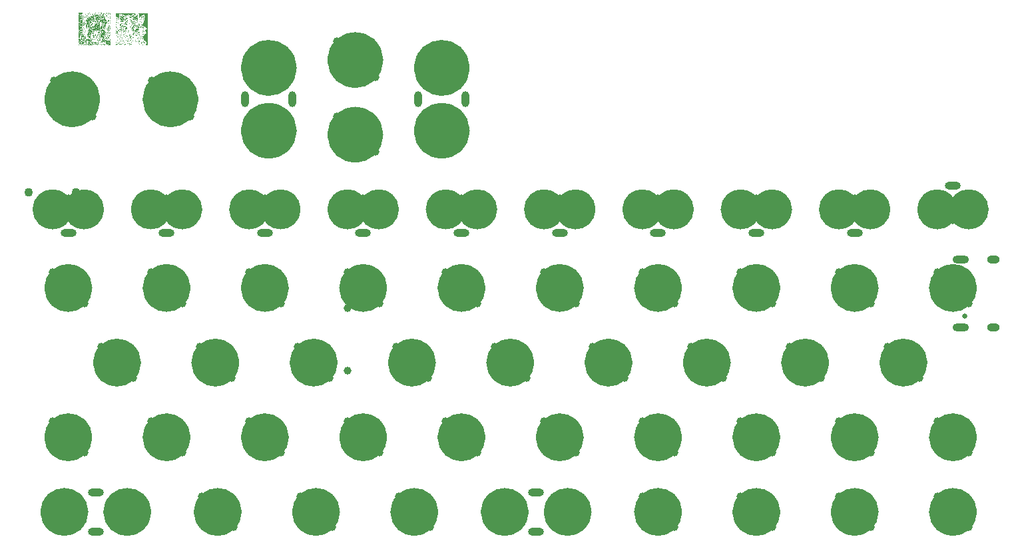
<source format=gbr>
%TF.GenerationSoftware,KiCad,Pcbnew,8.0.5-unknown-202409261835~48b9027842~ubuntu24.04.1*%
%TF.CreationDate,2024-10-03T20:36:10+08:00*%
%TF.ProjectId,EL6170_Pro_Max_Plus,454c3631-3730-45f5-9072-6f5f4d61785f,rev?*%
%TF.SameCoordinates,Original*%
%TF.FileFunction,Soldermask,Bot*%
%TF.FilePolarity,Negative*%
%FSLAX46Y46*%
G04 Gerber Fmt 4.6, Leading zero omitted, Abs format (unit mm)*
G04 Created by KiCad (PCBNEW 8.0.5-unknown-202409261835~48b9027842~ubuntu24.04.1) date 2024-10-03 20:36:10*
%MOMM*%
%LPD*%
G01*
G04 APERTURE LIST*
%ADD10C,0.000000*%
%ADD11C,3.050000*%
%ADD12C,3.550000*%
%ADD13C,2.550000*%
%ADD14C,1.100000*%
%ADD15C,1.000000*%
%ADD16C,0.650000*%
%ADD17O,2.100000X1.000000*%
%ADD18O,1.600000X1.000000*%
%ADD19O,2.000000X1.000000*%
%ADD20O,1.000000X2.000000*%
G04 APERTURE END LIST*
D10*
G36*
X107282400Y-67571600D02*
G01*
X107257000Y-67571600D01*
X107257000Y-67546200D01*
X107282400Y-67546200D01*
X107282400Y-67571600D01*
G37*
G36*
X107790400Y-67978000D02*
G01*
X107765000Y-67978000D01*
X107765000Y-67952600D01*
X107790400Y-67952600D01*
X107790400Y-67978000D01*
G37*
G36*
X107688800Y-66479400D02*
G01*
X107663400Y-66479400D01*
X107663400Y-66454000D01*
X107688800Y-66454000D01*
X107688800Y-66479400D01*
G37*
G36*
X107282400Y-68155800D02*
G01*
X107257000Y-68155800D01*
X107257000Y-68130400D01*
X107282400Y-68130400D01*
X107282400Y-68155800D01*
G37*
G36*
X107282400Y-65742800D02*
G01*
X107231600Y-65742800D01*
X107231600Y-65717400D01*
X107282400Y-65717400D01*
X107282400Y-65742800D01*
G37*
G36*
X101844000Y-65290000D02*
G01*
X101793200Y-65290000D01*
X101793200Y-65264600D01*
X101844000Y-65264600D01*
X101844000Y-65290000D01*
G37*
G36*
X106596600Y-68333600D02*
G01*
X106571200Y-68333600D01*
X106571200Y-68308200D01*
X106596600Y-68308200D01*
X106596600Y-68333600D01*
G37*
G36*
X109543000Y-68917800D02*
G01*
X109517600Y-68917800D01*
X109517600Y-68892400D01*
X109543000Y-68892400D01*
X109543000Y-68917800D01*
G37*
G36*
X106774400Y-67114400D02*
G01*
X106723600Y-67114400D01*
X106723600Y-67089000D01*
X106774400Y-67089000D01*
X106774400Y-67114400D01*
G37*
G36*
X105146000Y-68033200D02*
G01*
X105120600Y-68033200D01*
X105120600Y-68007800D01*
X105146000Y-68007800D01*
X105146000Y-68033200D01*
G37*
G36*
X105069800Y-67728400D02*
G01*
X105044400Y-67728400D01*
X105044400Y-67703000D01*
X105069800Y-67703000D01*
X105069800Y-67728400D01*
G37*
G36*
X107511000Y-67038200D02*
G01*
X107485600Y-67038200D01*
X107485600Y-67012800D01*
X107511000Y-67012800D01*
X107511000Y-67038200D01*
G37*
G36*
X105273000Y-65213800D02*
G01*
X105247600Y-65213800D01*
X105247600Y-65188400D01*
X105273000Y-65188400D01*
X105273000Y-65213800D01*
G37*
G36*
X104612600Y-66991800D02*
G01*
X104409400Y-66991800D01*
X104409400Y-66966400D01*
X104612600Y-66966400D01*
X104612600Y-66991800D01*
G37*
G36*
X107257000Y-66809600D02*
G01*
X107231600Y-66809600D01*
X107231600Y-66784200D01*
X107257000Y-66784200D01*
X107257000Y-66809600D01*
G37*
G36*
X108323800Y-66149200D02*
G01*
X108298400Y-66149200D01*
X108298400Y-66123800D01*
X108323800Y-66123800D01*
X108323800Y-66149200D01*
G37*
G36*
X102377400Y-66687000D02*
G01*
X102250400Y-66687000D01*
X102250400Y-66661600D01*
X102377400Y-66661600D01*
X102377400Y-66687000D01*
G37*
G36*
X109136600Y-67800200D02*
G01*
X109111200Y-67800200D01*
X109111200Y-67774800D01*
X109136600Y-67774800D01*
X109136600Y-67800200D01*
G37*
G36*
X109492200Y-68765400D02*
G01*
X109466800Y-68765400D01*
X109466800Y-68740000D01*
X109492200Y-68740000D01*
X109492200Y-68765400D01*
G37*
G36*
X103012400Y-66483800D02*
G01*
X102961600Y-66483800D01*
X102961600Y-66458400D01*
X103012400Y-66458400D01*
X103012400Y-66483800D01*
G37*
G36*
X107333200Y-67419200D02*
G01*
X107307800Y-67419200D01*
X107307800Y-67393800D01*
X107333200Y-67393800D01*
X107333200Y-67419200D01*
G37*
G36*
X109314400Y-67622400D02*
G01*
X109289000Y-67622400D01*
X109289000Y-67597000D01*
X109314400Y-67597000D01*
X109314400Y-67622400D01*
G37*
G36*
X101894800Y-65620200D02*
G01*
X101818600Y-65620200D01*
X101818600Y-65594800D01*
X101894800Y-65594800D01*
X101894800Y-65620200D01*
G37*
G36*
X104790400Y-67601400D02*
G01*
X104536400Y-67601400D01*
X104536400Y-67576000D01*
X104790400Y-67576000D01*
X104790400Y-67601400D01*
G37*
G36*
X109416000Y-66555600D02*
G01*
X109390600Y-66555600D01*
X109390600Y-66530200D01*
X109416000Y-66530200D01*
X109416000Y-66555600D01*
G37*
G36*
X101920200Y-65772600D02*
G01*
X101818600Y-65772600D01*
X101818600Y-65747200D01*
X101920200Y-65747200D01*
X101920200Y-65772600D01*
G37*
G36*
X102606000Y-65848800D02*
G01*
X102555200Y-65848800D01*
X102555200Y-65823400D01*
X102606000Y-65823400D01*
X102606000Y-65848800D01*
G37*
G36*
X108120600Y-66809600D02*
G01*
X108095200Y-66809600D01*
X108095200Y-66784200D01*
X108120600Y-66784200D01*
X108120600Y-66809600D01*
G37*
G36*
X104257000Y-69049200D02*
G01*
X104231600Y-69049200D01*
X104231600Y-69023800D01*
X104257000Y-69023800D01*
X104257000Y-69049200D01*
G37*
G36*
X102377400Y-67169600D02*
G01*
X102352000Y-67169600D01*
X102352000Y-67144200D01*
X102377400Y-67144200D01*
X102377400Y-67169600D01*
G37*
G36*
X107257000Y-67368400D02*
G01*
X107206200Y-67368400D01*
X107206200Y-67343000D01*
X107257000Y-67343000D01*
X107257000Y-67368400D01*
G37*
G36*
X108806400Y-67952600D02*
G01*
X108781000Y-67952600D01*
X108781000Y-67927200D01*
X108806400Y-67927200D01*
X108806400Y-67952600D01*
G37*
G36*
X104511000Y-67144200D02*
G01*
X104485600Y-67144200D01*
X104485600Y-67118800D01*
X104511000Y-67118800D01*
X104511000Y-67144200D01*
G37*
G36*
X104485600Y-66382200D02*
G01*
X104460200Y-66382200D01*
X104460200Y-66356800D01*
X104485600Y-66356800D01*
X104485600Y-66382200D01*
G37*
G36*
X105222200Y-65899600D02*
G01*
X105196800Y-65899600D01*
X105196800Y-65874200D01*
X105222200Y-65874200D01*
X105222200Y-65899600D01*
G37*
G36*
X103749000Y-65772600D02*
G01*
X103672800Y-65772600D01*
X103672800Y-65747200D01*
X103749000Y-65747200D01*
X103749000Y-65772600D01*
G37*
G36*
X108425400Y-65742800D02*
G01*
X108349200Y-65742800D01*
X108349200Y-65717400D01*
X108425400Y-65717400D01*
X108425400Y-65742800D01*
G37*
G36*
X102885400Y-68617400D02*
G01*
X102834600Y-68617400D01*
X102834600Y-68592000D01*
X102885400Y-68592000D01*
X102885400Y-68617400D01*
G37*
G36*
X103215600Y-66128200D02*
G01*
X103190200Y-66128200D01*
X103190200Y-66102800D01*
X103215600Y-66102800D01*
X103215600Y-66128200D01*
G37*
G36*
X103241000Y-67499800D02*
G01*
X103215600Y-67499800D01*
X103215600Y-67474400D01*
X103241000Y-67474400D01*
X103241000Y-67499800D01*
G37*
G36*
X107485600Y-66504800D02*
G01*
X107460200Y-66504800D01*
X107460200Y-66479400D01*
X107485600Y-66479400D01*
X107485600Y-66504800D01*
G37*
G36*
X102809200Y-65417000D02*
G01*
X102783800Y-65417000D01*
X102783800Y-65391600D01*
X102809200Y-65391600D01*
X102809200Y-65417000D01*
G37*
G36*
X104511000Y-67753800D02*
G01*
X104384000Y-67753800D01*
X104384000Y-67728400D01*
X104511000Y-67728400D01*
X104511000Y-67753800D01*
G37*
G36*
X101717000Y-68287200D02*
G01*
X101666200Y-68287200D01*
X101666200Y-68261800D01*
X101717000Y-68261800D01*
X101717000Y-68287200D01*
G37*
G36*
X110101800Y-66403200D02*
G01*
X109492200Y-66403200D01*
X109492200Y-66377800D01*
X110101800Y-66377800D01*
X110101800Y-66403200D01*
G37*
G36*
X102885400Y-66915600D02*
G01*
X102758400Y-66915600D01*
X102758400Y-66890200D01*
X102885400Y-66890200D01*
X102885400Y-66915600D01*
G37*
G36*
X102504400Y-66560000D02*
G01*
X102479000Y-66560000D01*
X102479000Y-66534600D01*
X102504400Y-66534600D01*
X102504400Y-66560000D01*
G37*
G36*
X105374600Y-66026600D02*
G01*
X105349200Y-66026600D01*
X105349200Y-66001200D01*
X105374600Y-66001200D01*
X105374600Y-66026600D01*
G37*
G36*
X104511000Y-65112200D02*
G01*
X104460200Y-65112200D01*
X104460200Y-65086800D01*
X104511000Y-65086800D01*
X104511000Y-65112200D01*
G37*
G36*
X104384000Y-69049200D02*
G01*
X104358600Y-69049200D01*
X104358600Y-69023800D01*
X104384000Y-69023800D01*
X104384000Y-69049200D01*
G37*
G36*
X102377400Y-66788600D02*
G01*
X102352000Y-66788600D01*
X102352000Y-66763200D01*
X102377400Y-66763200D01*
X102377400Y-66788600D01*
G37*
G36*
X106876000Y-66149200D02*
G01*
X106850600Y-66149200D01*
X106850600Y-66123800D01*
X106876000Y-66123800D01*
X106876000Y-66149200D01*
G37*
G36*
X105044400Y-66839400D02*
G01*
X104993600Y-66839400D01*
X104993600Y-66814000D01*
X105044400Y-66814000D01*
X105044400Y-66839400D01*
G37*
G36*
X106444200Y-66758800D02*
G01*
X106418800Y-66758800D01*
X106418800Y-66733400D01*
X106444200Y-66733400D01*
X106444200Y-66758800D01*
G37*
G36*
X102758400Y-66509200D02*
G01*
X102707600Y-66509200D01*
X102707600Y-66483800D01*
X102758400Y-66483800D01*
X102758400Y-66509200D01*
G37*
G36*
X106622000Y-67012800D02*
G01*
X106545800Y-67012800D01*
X106545800Y-66987400D01*
X106622000Y-66987400D01*
X106622000Y-67012800D01*
G37*
G36*
X107104600Y-68486000D02*
G01*
X107079200Y-68486000D01*
X107079200Y-68460600D01*
X107104600Y-68460600D01*
X107104600Y-68486000D01*
G37*
G36*
X106164800Y-67190600D02*
G01*
X106139400Y-67190600D01*
X106139400Y-67165200D01*
X106164800Y-67165200D01*
X106164800Y-67190600D01*
G37*
G36*
X108196800Y-66835000D02*
G01*
X108146000Y-66835000D01*
X108146000Y-66809600D01*
X108196800Y-66809600D01*
X108196800Y-66835000D01*
G37*
G36*
X104206200Y-67957000D02*
G01*
X104104600Y-67957000D01*
X104104600Y-67931600D01*
X104206200Y-67931600D01*
X104206200Y-67957000D01*
G37*
G36*
X101691600Y-66864800D02*
G01*
X101590000Y-66864800D01*
X101590000Y-66839400D01*
X101691600Y-66839400D01*
X101691600Y-66864800D01*
G37*
G36*
X101386800Y-66991800D02*
G01*
X101310600Y-66991800D01*
X101310600Y-66966400D01*
X101386800Y-66966400D01*
X101386800Y-66991800D01*
G37*
G36*
X102504400Y-65518600D02*
G01*
X102479000Y-65518600D01*
X102479000Y-65493200D01*
X102504400Y-65493200D01*
X102504400Y-65518600D01*
G37*
G36*
X107892000Y-66327000D02*
G01*
X107866600Y-66327000D01*
X107866600Y-66301600D01*
X107892000Y-66301600D01*
X107892000Y-66327000D01*
G37*
G36*
X106698200Y-67343000D02*
G01*
X106647400Y-67343000D01*
X106647400Y-67317600D01*
X106698200Y-67317600D01*
X106698200Y-67343000D01*
G37*
G36*
X106926800Y-65920600D02*
G01*
X106876000Y-65920600D01*
X106876000Y-65895200D01*
X106926800Y-65895200D01*
X106926800Y-65920600D01*
G37*
G36*
X107688800Y-67927200D02*
G01*
X107663400Y-67927200D01*
X107663400Y-67901800D01*
X107688800Y-67901800D01*
X107688800Y-67927200D01*
G37*
G36*
X109568400Y-67470000D02*
G01*
X109543000Y-67470000D01*
X109543000Y-67444600D01*
X109568400Y-67444600D01*
X109568400Y-67470000D01*
G37*
G36*
X105120600Y-67779200D02*
G01*
X105095200Y-67779200D01*
X105095200Y-67753800D01*
X105120600Y-67753800D01*
X105120600Y-67779200D01*
G37*
G36*
X104765000Y-68795200D02*
G01*
X104688800Y-68795200D01*
X104688800Y-68769800D01*
X104765000Y-68769800D01*
X104765000Y-68795200D01*
G37*
G36*
X107257000Y-67216000D02*
G01*
X107206200Y-67216000D01*
X107206200Y-67190600D01*
X107257000Y-67190600D01*
X107257000Y-67216000D01*
G37*
G36*
X101412200Y-66153600D02*
G01*
X101310600Y-66153600D01*
X101310600Y-66128200D01*
X101412200Y-66128200D01*
X101412200Y-66153600D01*
G37*
G36*
X103164800Y-67601400D02*
G01*
X103139400Y-67601400D01*
X103139400Y-67576000D01*
X103164800Y-67576000D01*
X103164800Y-67601400D01*
G37*
G36*
X108908000Y-65895200D02*
G01*
X108882600Y-65895200D01*
X108882600Y-65869800D01*
X108908000Y-65869800D01*
X108908000Y-65895200D01*
G37*
G36*
X104104600Y-67423600D02*
G01*
X104079200Y-67423600D01*
X104079200Y-67398200D01*
X104104600Y-67398200D01*
X104104600Y-67423600D01*
G37*
G36*
X106977600Y-68511400D02*
G01*
X106952200Y-68511400D01*
X106952200Y-68486000D01*
X106977600Y-68486000D01*
X106977600Y-68511400D01*
G37*
G36*
X103164800Y-66890200D02*
G01*
X102936200Y-66890200D01*
X102936200Y-66864800D01*
X103164800Y-66864800D01*
X103164800Y-66890200D01*
G37*
G36*
X108730200Y-67063600D02*
G01*
X108679400Y-67063600D01*
X108679400Y-67038200D01*
X108730200Y-67038200D01*
X108730200Y-67063600D01*
G37*
G36*
X107536400Y-68994000D02*
G01*
X107511000Y-68994000D01*
X107511000Y-68968600D01*
X107536400Y-68968600D01*
X107536400Y-68994000D01*
G37*
G36*
X108044400Y-65641200D02*
G01*
X108019000Y-65641200D01*
X108019000Y-65615800D01*
X108044400Y-65615800D01*
X108044400Y-65641200D01*
G37*
G36*
X107333200Y-68003400D02*
G01*
X107307800Y-68003400D01*
X107307800Y-67978000D01*
X107333200Y-67978000D01*
X107333200Y-68003400D01*
G37*
G36*
X106444200Y-67241400D02*
G01*
X106418800Y-67241400D01*
X106418800Y-67216000D01*
X106444200Y-67216000D01*
X106444200Y-67241400D01*
G37*
G36*
X109162000Y-68689200D02*
G01*
X109136600Y-68689200D01*
X109136600Y-68663800D01*
X109162000Y-68663800D01*
X109162000Y-68689200D01*
G37*
G36*
X101767800Y-65696400D02*
G01*
X101640800Y-65696400D01*
X101640800Y-65671000D01*
X101767800Y-65671000D01*
X101767800Y-65696400D01*
G37*
G36*
X107511000Y-67419200D02*
G01*
X107485600Y-67419200D01*
X107485600Y-67393800D01*
X107511000Y-67393800D01*
X107511000Y-67419200D01*
G37*
G36*
X108577800Y-68587600D02*
G01*
X108552400Y-68587600D01*
X108552400Y-68562200D01*
X108577800Y-68562200D01*
X108577800Y-68587600D01*
G37*
G36*
X107155400Y-66479400D02*
G01*
X107104600Y-66479400D01*
X107104600Y-66454000D01*
X107155400Y-66454000D01*
X107155400Y-66479400D01*
G37*
G36*
X108095200Y-65488800D02*
G01*
X108069800Y-65488800D01*
X108069800Y-65463400D01*
X108095200Y-65463400D01*
X108095200Y-65488800D01*
G37*
G36*
X106317200Y-65996800D02*
G01*
X106291800Y-65996800D01*
X106291800Y-65971400D01*
X106317200Y-65971400D01*
X106317200Y-65996800D01*
G37*
G36*
X107333200Y-67292200D02*
G01*
X107282400Y-67292200D01*
X107282400Y-67266800D01*
X107333200Y-67266800D01*
X107333200Y-67292200D01*
G37*
G36*
X103876000Y-67245800D02*
G01*
X103774400Y-67245800D01*
X103774400Y-67220400D01*
X103876000Y-67220400D01*
X103876000Y-67245800D01*
G37*
G36*
X103469600Y-65569400D02*
G01*
X103444200Y-65569400D01*
X103444200Y-65544000D01*
X103469600Y-65544000D01*
X103469600Y-65569400D01*
G37*
G36*
X103444200Y-66864800D02*
G01*
X103368000Y-66864800D01*
X103368000Y-66839400D01*
X103444200Y-66839400D01*
X103444200Y-66864800D01*
G37*
G36*
X107079200Y-67038200D02*
G01*
X107028400Y-67038200D01*
X107028400Y-67012800D01*
X107079200Y-67012800D01*
X107079200Y-67038200D01*
G37*
G36*
X105298400Y-65315400D02*
G01*
X105273000Y-65315400D01*
X105273000Y-65290000D01*
X105298400Y-65290000D01*
X105298400Y-65315400D01*
G37*
G36*
X103114000Y-66610800D02*
G01*
X102961600Y-66610800D01*
X102961600Y-66585400D01*
X103114000Y-66585400D01*
X103114000Y-66610800D01*
G37*
G36*
X107130000Y-65742800D02*
G01*
X107079200Y-65742800D01*
X107079200Y-65717400D01*
X107130000Y-65717400D01*
X107130000Y-65742800D01*
G37*
G36*
X102707600Y-68134800D02*
G01*
X102682200Y-68134800D01*
X102682200Y-68109400D01*
X102707600Y-68109400D01*
X102707600Y-68134800D01*
G37*
G36*
X103368000Y-65036000D02*
G01*
X103342600Y-65036000D01*
X103342600Y-65010600D01*
X103368000Y-65010600D01*
X103368000Y-65036000D01*
G37*
G36*
X107180800Y-67927200D02*
G01*
X107155400Y-67927200D01*
X107155400Y-67901800D01*
X107180800Y-67901800D01*
X107180800Y-67927200D01*
G37*
G36*
X102733000Y-66712400D02*
G01*
X102682200Y-66712400D01*
X102682200Y-66687000D01*
X102733000Y-66687000D01*
X102733000Y-66712400D01*
G37*
G36*
X108146000Y-67165200D02*
G01*
X108095200Y-67165200D01*
X108095200Y-67139800D01*
X108146000Y-67139800D01*
X108146000Y-67165200D01*
G37*
G36*
X107993600Y-68790800D02*
G01*
X107968200Y-68790800D01*
X107968200Y-68765400D01*
X107993600Y-68765400D01*
X107993600Y-68790800D01*
G37*
G36*
X107866600Y-65463400D02*
G01*
X107841200Y-65463400D01*
X107841200Y-65438000D01*
X107866600Y-65438000D01*
X107866600Y-65463400D01*
G37*
G36*
X101894800Y-66255200D02*
G01*
X101869400Y-66255200D01*
X101869400Y-66229800D01*
X101894800Y-66229800D01*
X101894800Y-66255200D01*
G37*
G36*
X108349200Y-66962000D02*
G01*
X108323800Y-66962000D01*
X108323800Y-66936600D01*
X108349200Y-66936600D01*
X108349200Y-66962000D01*
G37*
G36*
X102047200Y-68719000D02*
G01*
X101971000Y-68719000D01*
X101971000Y-68693600D01*
X102047200Y-68693600D01*
X102047200Y-68719000D01*
G37*
G36*
X105120600Y-66483800D02*
G01*
X105095200Y-66483800D01*
X105095200Y-66458400D01*
X105120600Y-66458400D01*
X105120600Y-66483800D01*
G37*
G36*
X101615400Y-65798000D02*
G01*
X101564600Y-65798000D01*
X101564600Y-65772600D01*
X101615400Y-65772600D01*
X101615400Y-65798000D01*
G37*
G36*
X107714200Y-68308200D02*
G01*
X107688800Y-68308200D01*
X107688800Y-68282800D01*
X107714200Y-68282800D01*
X107714200Y-68308200D01*
G37*
G36*
X102504400Y-66306000D02*
G01*
X102479000Y-66306000D01*
X102479000Y-66280600D01*
X102504400Y-66280600D01*
X102504400Y-66306000D01*
G37*
G36*
X102377400Y-66128200D02*
G01*
X102301200Y-66128200D01*
X102301200Y-66102800D01*
X102377400Y-66102800D01*
X102377400Y-66128200D01*
G37*
G36*
X102402800Y-66001200D02*
G01*
X102326600Y-66001200D01*
X102326600Y-65975800D01*
X102402800Y-65975800D01*
X102402800Y-66001200D01*
G37*
G36*
X106495000Y-68536800D02*
G01*
X106469600Y-68536800D01*
X106469600Y-68511400D01*
X106495000Y-68511400D01*
X106495000Y-68536800D01*
G37*
G36*
X108095200Y-67012800D02*
G01*
X108069800Y-67012800D01*
X108069800Y-66987400D01*
X108095200Y-66987400D01*
X108095200Y-67012800D01*
G37*
G36*
X103799800Y-68109400D02*
G01*
X103749000Y-68109400D01*
X103749000Y-68084000D01*
X103799800Y-68084000D01*
X103799800Y-68109400D01*
G37*
G36*
X103495000Y-65772600D02*
G01*
X103291800Y-65772600D01*
X103291800Y-65747200D01*
X103495000Y-65747200D01*
X103495000Y-65772600D01*
G37*
G36*
X107409400Y-66377800D02*
G01*
X107358600Y-66377800D01*
X107358600Y-66352400D01*
X107409400Y-66352400D01*
X107409400Y-66377800D01*
G37*
G36*
X109314400Y-67698600D02*
G01*
X109289000Y-67698600D01*
X109289000Y-67673200D01*
X109314400Y-67673200D01*
X109314400Y-67698600D01*
G37*
G36*
X108984200Y-66657200D02*
G01*
X108958800Y-66657200D01*
X108958800Y-66631800D01*
X108984200Y-66631800D01*
X108984200Y-66657200D01*
G37*
G36*
X102225000Y-68668200D02*
G01*
X102148800Y-68668200D01*
X102148800Y-68642800D01*
X102225000Y-68642800D01*
X102225000Y-68668200D01*
G37*
G36*
X101666200Y-67525200D02*
G01*
X101513800Y-67525200D01*
X101513800Y-67499800D01*
X101666200Y-67499800D01*
X101666200Y-67525200D01*
G37*
G36*
X106926800Y-66987400D02*
G01*
X106876000Y-66987400D01*
X106876000Y-66962000D01*
X106926800Y-66962000D01*
X106926800Y-66987400D01*
G37*
G36*
X108323800Y-67139800D02*
G01*
X108273000Y-67139800D01*
X108273000Y-67114400D01*
X108323800Y-67114400D01*
X108323800Y-67139800D01*
G37*
G36*
X110101800Y-68790800D02*
G01*
X109898600Y-68790800D01*
X109898600Y-68765400D01*
X110101800Y-68765400D01*
X110101800Y-68790800D01*
G37*
G36*
X101463000Y-68592000D02*
G01*
X101361400Y-68592000D01*
X101361400Y-68566600D01*
X101463000Y-68566600D01*
X101463000Y-68592000D01*
G37*
G36*
X101437600Y-65874200D02*
G01*
X101310600Y-65874200D01*
X101310600Y-65848800D01*
X101437600Y-65848800D01*
X101437600Y-65874200D01*
G37*
G36*
X103190200Y-68109400D02*
G01*
X103139400Y-68109400D01*
X103139400Y-68084000D01*
X103190200Y-68084000D01*
X103190200Y-68109400D01*
G37*
G36*
X104714200Y-65899600D02*
G01*
X104663400Y-65899600D01*
X104663400Y-65874200D01*
X104714200Y-65874200D01*
X104714200Y-65899600D01*
G37*
G36*
X102047200Y-65061400D02*
G01*
X102021800Y-65061400D01*
X102021800Y-65036000D01*
X102047200Y-65036000D01*
X102047200Y-65061400D01*
G37*
G36*
X106698200Y-66809600D02*
G01*
X106672800Y-66809600D01*
X106672800Y-66784200D01*
X106698200Y-66784200D01*
X106698200Y-66809600D01*
G37*
G36*
X103012400Y-67017200D02*
G01*
X102936200Y-67017200D01*
X102936200Y-66991800D01*
X103012400Y-66991800D01*
X103012400Y-67017200D01*
G37*
G36*
X101590000Y-65290000D02*
G01*
X101539200Y-65290000D01*
X101539200Y-65264600D01*
X101590000Y-65264600D01*
X101590000Y-65290000D01*
G37*
G36*
X108552400Y-68663800D02*
G01*
X108527000Y-68663800D01*
X108527000Y-68638400D01*
X108552400Y-68638400D01*
X108552400Y-68663800D01*
G37*
G36*
X108527000Y-67470000D02*
G01*
X108476200Y-67470000D01*
X108476200Y-67444600D01*
X108527000Y-67444600D01*
X108527000Y-67470000D01*
G37*
G36*
X102987000Y-68693600D02*
G01*
X102834600Y-68693600D01*
X102834600Y-68668200D01*
X102987000Y-68668200D01*
X102987000Y-68693600D01*
G37*
G36*
X104968200Y-67703000D02*
G01*
X104942800Y-67703000D01*
X104942800Y-67677600D01*
X104968200Y-67677600D01*
X104968200Y-67703000D01*
G37*
G36*
X105222200Y-65798000D02*
G01*
X105196800Y-65798000D01*
X105196800Y-65772600D01*
X105222200Y-65772600D01*
X105222200Y-65798000D01*
G37*
G36*
X109162000Y-66530200D02*
G01*
X109136600Y-66530200D01*
X109136600Y-66504800D01*
X109162000Y-66504800D01*
X109162000Y-66530200D01*
G37*
G36*
X108755600Y-67393800D02*
G01*
X108704800Y-67393800D01*
X108704800Y-67368400D01*
X108755600Y-67368400D01*
X108755600Y-67393800D01*
G37*
G36*
X107384000Y-65895200D02*
G01*
X107333200Y-65895200D01*
X107333200Y-65869800D01*
X107384000Y-65869800D01*
X107384000Y-65895200D01*
G37*
G36*
X106444200Y-67774800D02*
G01*
X106418800Y-67774800D01*
X106418800Y-67749400D01*
X106444200Y-67749400D01*
X106444200Y-67774800D01*
G37*
G36*
X109365200Y-68892400D02*
G01*
X109339800Y-68892400D01*
X109339800Y-68867000D01*
X109365200Y-68867000D01*
X109365200Y-68892400D01*
G37*
G36*
X104460200Y-67372800D02*
G01*
X104180800Y-67372800D01*
X104180800Y-67347400D01*
X104460200Y-67347400D01*
X104460200Y-67372800D01*
G37*
G36*
X109619200Y-65438000D02*
G01*
X109593800Y-65438000D01*
X109593800Y-65412600D01*
X109619200Y-65412600D01*
X109619200Y-65438000D01*
G37*
G36*
X110101800Y-67343000D02*
G01*
X109847800Y-67343000D01*
X109847800Y-67317600D01*
X110101800Y-67317600D01*
X110101800Y-67343000D01*
G37*
G36*
X101793200Y-66229800D02*
G01*
X101742400Y-66229800D01*
X101742400Y-66204400D01*
X101793200Y-66204400D01*
X101793200Y-66229800D01*
G37*
G36*
X101666200Y-67652200D02*
G01*
X101615400Y-67652200D01*
X101615400Y-67626800D01*
X101666200Y-67626800D01*
X101666200Y-67652200D01*
G37*
G36*
X107638000Y-68867000D02*
G01*
X107612600Y-68867000D01*
X107612600Y-68841600D01*
X107638000Y-68841600D01*
X107638000Y-68867000D01*
G37*
G36*
X104866600Y-68007800D02*
G01*
X104841200Y-68007800D01*
X104841200Y-67982400D01*
X104866600Y-67982400D01*
X104866600Y-68007800D01*
G37*
G36*
X104511000Y-68668200D02*
G01*
X104434800Y-68668200D01*
X104434800Y-68642800D01*
X104511000Y-68642800D01*
X104511000Y-68668200D01*
G37*
G36*
X103749000Y-68795200D02*
G01*
X103723600Y-68795200D01*
X103723600Y-68769800D01*
X103749000Y-68769800D01*
X103749000Y-68795200D01*
G37*
G36*
X102377400Y-66102800D02*
G01*
X102326600Y-66102800D01*
X102326600Y-66077400D01*
X102377400Y-66077400D01*
X102377400Y-66102800D01*
G37*
G36*
X107231600Y-65692000D02*
G01*
X107180800Y-65692000D01*
X107180800Y-65666600D01*
X107231600Y-65666600D01*
X107231600Y-65692000D01*
G37*
G36*
X103571200Y-66687000D02*
G01*
X103520400Y-66687000D01*
X103520400Y-66661600D01*
X103571200Y-66661600D01*
X103571200Y-66687000D01*
G37*
G36*
X105400000Y-66560000D02*
G01*
X105374600Y-66560000D01*
X105374600Y-66534600D01*
X105400000Y-66534600D01*
X105400000Y-66560000D01*
G37*
G36*
X106368000Y-66708000D02*
G01*
X106342600Y-66708000D01*
X106342600Y-66682600D01*
X106368000Y-66682600D01*
X106368000Y-66708000D01*
G37*
G36*
X104358600Y-65137600D02*
G01*
X104333200Y-65137600D01*
X104333200Y-65112200D01*
X104358600Y-65112200D01*
X104358600Y-65137600D01*
G37*
G36*
X104307800Y-65112200D02*
G01*
X104282400Y-65112200D01*
X104282400Y-65086800D01*
X104307800Y-65086800D01*
X104307800Y-65112200D01*
G37*
G36*
X101386800Y-67296600D02*
G01*
X101310600Y-67296600D01*
X101310600Y-67271200D01*
X101386800Y-67271200D01*
X101386800Y-67296600D01*
G37*
G36*
X107866600Y-65946000D02*
G01*
X107841200Y-65946000D01*
X107841200Y-65920600D01*
X107866600Y-65920600D01*
X107866600Y-65946000D01*
G37*
G36*
X108628600Y-68511400D02*
G01*
X108603200Y-68511400D01*
X108603200Y-68486000D01*
X108628600Y-68486000D01*
X108628600Y-68511400D01*
G37*
G36*
X102529800Y-68084000D02*
G01*
X102453600Y-68084000D01*
X102453600Y-68058600D01*
X102529800Y-68058600D01*
X102529800Y-68084000D01*
G37*
G36*
X107307800Y-65768200D02*
G01*
X107282400Y-65768200D01*
X107282400Y-65742800D01*
X107307800Y-65742800D01*
X107307800Y-65768200D01*
G37*
G36*
X101361400Y-67474400D02*
G01*
X101310600Y-67474400D01*
X101310600Y-67449000D01*
X101361400Y-67449000D01*
X101361400Y-67474400D01*
G37*
G36*
X105171400Y-67652200D02*
G01*
X105146000Y-67652200D01*
X105146000Y-67626800D01*
X105171400Y-67626800D01*
X105171400Y-67652200D01*
G37*
G36*
X101844000Y-68236400D02*
G01*
X101793200Y-68236400D01*
X101793200Y-68211000D01*
X101844000Y-68211000D01*
X101844000Y-68236400D01*
G37*
G36*
X104536400Y-66763200D02*
G01*
X104485600Y-66763200D01*
X104485600Y-66737800D01*
X104536400Y-66737800D01*
X104536400Y-66763200D01*
G37*
G36*
X105146000Y-66687000D02*
G01*
X105120600Y-66687000D01*
X105120600Y-66661600D01*
X105146000Y-66661600D01*
X105146000Y-66687000D01*
G37*
G36*
X103520400Y-65620200D02*
G01*
X103469600Y-65620200D01*
X103469600Y-65594800D01*
X103520400Y-65594800D01*
X103520400Y-65620200D01*
G37*
G36*
X108019000Y-66200000D02*
G01*
X107993600Y-66200000D01*
X107993600Y-66174600D01*
X108019000Y-66174600D01*
X108019000Y-66200000D01*
G37*
G36*
X107079200Y-67927200D02*
G01*
X107053800Y-67927200D01*
X107053800Y-67901800D01*
X107079200Y-67901800D01*
X107079200Y-67927200D01*
G37*
G36*
X102326600Y-65290000D02*
G01*
X102301200Y-65290000D01*
X102301200Y-65264600D01*
X102326600Y-65264600D01*
X102326600Y-65290000D01*
G37*
G36*
X101336000Y-65086800D02*
G01*
X101310600Y-65086800D01*
X101310600Y-65061400D01*
X101336000Y-65061400D01*
X101336000Y-65086800D01*
G37*
G36*
X107155400Y-65895200D02*
G01*
X107104600Y-65895200D01*
X107104600Y-65869800D01*
X107155400Y-65869800D01*
X107155400Y-65895200D01*
G37*
G36*
X109136600Y-66962000D02*
G01*
X109111200Y-66962000D01*
X109111200Y-66936600D01*
X109136600Y-66936600D01*
X109136600Y-66962000D01*
G37*
G36*
X101691600Y-67982400D02*
G01*
X101640800Y-67982400D01*
X101640800Y-67957000D01*
X101691600Y-67957000D01*
X101691600Y-67982400D01*
G37*
G36*
X103012400Y-67271200D02*
G01*
X102910800Y-67271200D01*
X102910800Y-67245800D01*
X103012400Y-67245800D01*
X103012400Y-67271200D01*
G37*
G36*
X101539200Y-68363400D02*
G01*
X101463000Y-68363400D01*
X101463000Y-68338000D01*
X101539200Y-68338000D01*
X101539200Y-68363400D01*
G37*
G36*
X108603200Y-67647800D02*
G01*
X108577800Y-67647800D01*
X108577800Y-67622400D01*
X108603200Y-67622400D01*
X108603200Y-67647800D01*
G37*
G36*
X106596600Y-65260200D02*
G01*
X106571200Y-65260200D01*
X106571200Y-65234800D01*
X106596600Y-65234800D01*
X106596600Y-65260200D01*
G37*
G36*
X101996400Y-68668200D02*
G01*
X101945600Y-68668200D01*
X101945600Y-68642800D01*
X101996400Y-68642800D01*
X101996400Y-68668200D01*
G37*
G36*
X103545800Y-65848800D02*
G01*
X103469600Y-65848800D01*
X103469600Y-65823400D01*
X103545800Y-65823400D01*
X103545800Y-65848800D01*
G37*
G36*
X101894800Y-68541200D02*
G01*
X101767800Y-68541200D01*
X101767800Y-68515800D01*
X101894800Y-68515800D01*
X101894800Y-68541200D01*
G37*
G36*
X107333200Y-67368400D02*
G01*
X107282400Y-67368400D01*
X107282400Y-67343000D01*
X107333200Y-67343000D01*
X107333200Y-67368400D01*
G37*
G36*
X104561800Y-66356800D02*
G01*
X104434800Y-66356800D01*
X104434800Y-66331400D01*
X104561800Y-66331400D01*
X104561800Y-66356800D01*
G37*
G36*
X110101800Y-69044800D02*
G01*
X109847800Y-69044800D01*
X109847800Y-69019400D01*
X110101800Y-69019400D01*
X110101800Y-69044800D01*
G37*
G36*
X107663400Y-67114400D02*
G01*
X107638000Y-67114400D01*
X107638000Y-67089000D01*
X107663400Y-67089000D01*
X107663400Y-67114400D01*
G37*
G36*
X104434800Y-67804600D02*
G01*
X104130000Y-67804600D01*
X104130000Y-67779200D01*
X104434800Y-67779200D01*
X104434800Y-67804600D01*
G37*
G36*
X101336000Y-65417000D02*
G01*
X101310600Y-65417000D01*
X101310600Y-65391600D01*
X101336000Y-65391600D01*
X101336000Y-65417000D01*
G37*
G36*
X104511000Y-66864800D02*
G01*
X104460200Y-66864800D01*
X104460200Y-66839400D01*
X104511000Y-66839400D01*
X104511000Y-66864800D01*
G37*
G36*
X104714200Y-66991800D02*
G01*
X104688800Y-66991800D01*
X104688800Y-66966400D01*
X104714200Y-66966400D01*
X104714200Y-66991800D01*
G37*
G36*
X103926800Y-68871400D02*
G01*
X103901400Y-68871400D01*
X103901400Y-68846000D01*
X103926800Y-68846000D01*
X103926800Y-68871400D01*
G37*
G36*
X103495000Y-66179000D02*
G01*
X103444200Y-66179000D01*
X103444200Y-66153600D01*
X103495000Y-66153600D01*
X103495000Y-66179000D01*
G37*
G36*
X103977600Y-66610800D02*
G01*
X103876000Y-66610800D01*
X103876000Y-66585400D01*
X103977600Y-66585400D01*
X103977600Y-66610800D01*
G37*
G36*
X103037800Y-67068000D02*
G01*
X102987000Y-67068000D01*
X102987000Y-67042600D01*
X103037800Y-67042600D01*
X103037800Y-67068000D01*
G37*
G36*
X106088600Y-66098400D02*
G01*
X106063200Y-66098400D01*
X106063200Y-66073000D01*
X106088600Y-66073000D01*
X106088600Y-66098400D01*
G37*
G36*
X108806400Y-68714600D02*
G01*
X108781000Y-68714600D01*
X108781000Y-68689200D01*
X108806400Y-68689200D01*
X108806400Y-68714600D01*
G37*
G36*
X108146000Y-65234800D02*
G01*
X106926800Y-65234800D01*
X106926800Y-65209400D01*
X108146000Y-65209400D01*
X108146000Y-65234800D01*
G37*
G36*
X107282400Y-66733400D02*
G01*
X107257000Y-66733400D01*
X107257000Y-66708000D01*
X107282400Y-66708000D01*
X107282400Y-66733400D01*
G37*
G36*
X104587200Y-67931600D02*
G01*
X104104600Y-67931600D01*
X104104600Y-67906200D01*
X104587200Y-67906200D01*
X104587200Y-67931600D01*
G37*
G36*
X108908000Y-66276200D02*
G01*
X108882600Y-66276200D01*
X108882600Y-66250800D01*
X108908000Y-66250800D01*
X108908000Y-66276200D01*
G37*
G36*
X103393400Y-66890200D02*
G01*
X103317200Y-66890200D01*
X103317200Y-66864800D01*
X103393400Y-66864800D01*
X103393400Y-66890200D01*
G37*
G36*
X108298400Y-68105000D02*
G01*
X108273000Y-68105000D01*
X108273000Y-68079600D01*
X108298400Y-68079600D01*
X108298400Y-68105000D01*
G37*
G36*
X102555200Y-66915600D02*
G01*
X102504400Y-66915600D01*
X102504400Y-66890200D01*
X102555200Y-66890200D01*
X102555200Y-66915600D01*
G37*
G36*
X108577800Y-68155800D02*
G01*
X108552400Y-68155800D01*
X108552400Y-68130400D01*
X108577800Y-68130400D01*
X108577800Y-68155800D01*
G37*
G36*
X106926800Y-67927200D02*
G01*
X106901400Y-67927200D01*
X106901400Y-67901800D01*
X106926800Y-67901800D01*
X106926800Y-67927200D01*
G37*
G36*
X103977600Y-68515800D02*
G01*
X103952200Y-68515800D01*
X103952200Y-68490400D01*
X103977600Y-68490400D01*
X103977600Y-68515800D01*
G37*
G36*
X105374600Y-69125400D02*
G01*
X105120600Y-69125400D01*
X105120600Y-69100000D01*
X105374600Y-69100000D01*
X105374600Y-69125400D01*
G37*
G36*
X105095200Y-68160200D02*
G01*
X105069800Y-68160200D01*
X105069800Y-68134800D01*
X105095200Y-68134800D01*
X105095200Y-68160200D01*
G37*
G36*
X103952200Y-65645600D02*
G01*
X103901400Y-65645600D01*
X103901400Y-65620200D01*
X103952200Y-65620200D01*
X103952200Y-65645600D01*
G37*
G36*
X106672800Y-68816200D02*
G01*
X106647400Y-68816200D01*
X106647400Y-68790800D01*
X106672800Y-68790800D01*
X106672800Y-68816200D01*
G37*
G36*
X104688800Y-66915600D02*
G01*
X104663400Y-66915600D01*
X104663400Y-66890200D01*
X104688800Y-66890200D01*
X104688800Y-66915600D01*
G37*
G36*
X103444200Y-65696400D02*
G01*
X103393400Y-65696400D01*
X103393400Y-65671000D01*
X103444200Y-65671000D01*
X103444200Y-65696400D01*
G37*
G36*
X101691600Y-65036000D02*
G01*
X101310600Y-65036000D01*
X101310600Y-65010600D01*
X101691600Y-65010600D01*
X101691600Y-65036000D01*
G37*
G36*
X107028400Y-67190600D02*
G01*
X106977600Y-67190600D01*
X106977600Y-67165200D01*
X107028400Y-67165200D01*
X107028400Y-67190600D01*
G37*
G36*
X109517600Y-68384400D02*
G01*
X109492200Y-68384400D01*
X109492200Y-68359000D01*
X109517600Y-68359000D01*
X109517600Y-68384400D01*
G37*
G36*
X106977600Y-65387200D02*
G01*
X106952200Y-65387200D01*
X106952200Y-65361800D01*
X106977600Y-65361800D01*
X106977600Y-65387200D01*
G37*
G36*
X102783800Y-67245800D02*
G01*
X102707600Y-67245800D01*
X102707600Y-67220400D01*
X102783800Y-67220400D01*
X102783800Y-67245800D01*
G37*
G36*
X102783800Y-65061400D02*
G01*
X102758400Y-65061400D01*
X102758400Y-65036000D01*
X102783800Y-65036000D01*
X102783800Y-65061400D01*
G37*
G36*
X102199600Y-66382200D02*
G01*
X102174200Y-66382200D01*
X102174200Y-66356800D01*
X102199600Y-66356800D01*
X102199600Y-66382200D01*
G37*
G36*
X106114000Y-67571600D02*
G01*
X106088600Y-67571600D01*
X106088600Y-67546200D01*
X106114000Y-67546200D01*
X106114000Y-67571600D01*
G37*
G36*
X102910800Y-69125400D02*
G01*
X102809200Y-69125400D01*
X102809200Y-69100000D01*
X102910800Y-69100000D01*
X102910800Y-69125400D01*
G37*
G36*
X101894800Y-67652200D02*
G01*
X101869400Y-67652200D01*
X101869400Y-67626800D01*
X101894800Y-67626800D01*
X101894800Y-67652200D01*
G37*
G36*
X101742400Y-68388800D02*
G01*
X101691600Y-68388800D01*
X101691600Y-68363400D01*
X101742400Y-68363400D01*
X101742400Y-68388800D01*
G37*
G36*
X106520400Y-68054200D02*
G01*
X106495000Y-68054200D01*
X106495000Y-68028800D01*
X106520400Y-68028800D01*
X106520400Y-68054200D01*
G37*
G36*
X107587200Y-67800200D02*
G01*
X107561800Y-67800200D01*
X107561800Y-67774800D01*
X107587200Y-67774800D01*
X107587200Y-67800200D01*
G37*
G36*
X104841200Y-68947600D02*
G01*
X104790400Y-68947600D01*
X104790400Y-68922200D01*
X104841200Y-68922200D01*
X104841200Y-68947600D01*
G37*
G36*
X101488400Y-66229800D02*
G01*
X101437600Y-66229800D01*
X101437600Y-66204400D01*
X101488400Y-66204400D01*
X101488400Y-66229800D01*
G37*
G36*
X104358600Y-65264600D02*
G01*
X104333200Y-65264600D01*
X104333200Y-65239200D01*
X104358600Y-65239200D01*
X104358600Y-65264600D01*
G37*
G36*
X104511000Y-68084000D02*
G01*
X104384000Y-68084000D01*
X104384000Y-68058600D01*
X104511000Y-68058600D01*
X104511000Y-68084000D01*
G37*
G36*
X103495000Y-66915600D02*
G01*
X103393400Y-66915600D01*
X103393400Y-66890200D01*
X103495000Y-66890200D01*
X103495000Y-66915600D01*
G37*
G36*
X103901400Y-66890200D02*
G01*
X103672800Y-66890200D01*
X103672800Y-66864800D01*
X103901400Y-66864800D01*
X103901400Y-66890200D01*
G37*
G36*
X109390600Y-66174600D02*
G01*
X109365200Y-66174600D01*
X109365200Y-66149200D01*
X109390600Y-66149200D01*
X109390600Y-66174600D01*
G37*
G36*
X102047200Y-66509200D02*
G01*
X101996400Y-66509200D01*
X101996400Y-66483800D01*
X102047200Y-66483800D01*
X102047200Y-66509200D01*
G37*
G36*
X102021800Y-65493200D02*
G01*
X101996400Y-65493200D01*
X101996400Y-65467800D01*
X102021800Y-65467800D01*
X102021800Y-65493200D01*
G37*
G36*
X102656800Y-65213800D02*
G01*
X102631400Y-65213800D01*
X102631400Y-65188400D01*
X102656800Y-65188400D01*
X102656800Y-65213800D01*
G37*
G36*
X108222200Y-66962000D02*
G01*
X108171400Y-66962000D01*
X108171400Y-66936600D01*
X108222200Y-66936600D01*
X108222200Y-66962000D01*
G37*
G36*
X104841200Y-65925000D02*
G01*
X104765000Y-65925000D01*
X104765000Y-65899600D01*
X104841200Y-65899600D01*
X104841200Y-65925000D01*
G37*
G36*
X106723600Y-65615800D02*
G01*
X106698200Y-65615800D01*
X106698200Y-65590400D01*
X106723600Y-65590400D01*
X106723600Y-65615800D01*
G37*
G36*
X101564600Y-67576000D02*
G01*
X101513800Y-67576000D01*
X101513800Y-67550600D01*
X101564600Y-67550600D01*
X101564600Y-67576000D01*
G37*
G36*
X109517600Y-67266800D02*
G01*
X109492200Y-67266800D01*
X109492200Y-67241400D01*
X109517600Y-67241400D01*
X109517600Y-67266800D01*
G37*
G36*
X108171400Y-67597000D02*
G01*
X108146000Y-67597000D01*
X108146000Y-67571600D01*
X108171400Y-67571600D01*
X108171400Y-67597000D01*
G37*
G36*
X104206200Y-68109400D02*
G01*
X104104600Y-68109400D01*
X104104600Y-68084000D01*
X104206200Y-68084000D01*
X104206200Y-68109400D01*
G37*
G36*
X105400000Y-65163000D02*
G01*
X105374600Y-65163000D01*
X105374600Y-65137600D01*
X105400000Y-65137600D01*
X105400000Y-65163000D01*
G37*
G36*
X106190200Y-69019400D02*
G01*
X106164800Y-69019400D01*
X106164800Y-68994000D01*
X106190200Y-68994000D01*
X106190200Y-69019400D01*
G37*
G36*
X108400000Y-66885800D02*
G01*
X108349200Y-66885800D01*
X108349200Y-66860400D01*
X108400000Y-66860400D01*
X108400000Y-66885800D01*
G37*
G36*
X106825200Y-65666600D02*
G01*
X106799800Y-65666600D01*
X106799800Y-65641200D01*
X106825200Y-65641200D01*
X106825200Y-65666600D01*
G37*
G36*
X102529800Y-65213800D02*
G01*
X102504400Y-65213800D01*
X102504400Y-65188400D01*
X102529800Y-65188400D01*
X102529800Y-65213800D01*
G37*
G36*
X106723600Y-68460600D02*
G01*
X106698200Y-68460600D01*
X106698200Y-68435200D01*
X106723600Y-68435200D01*
X106723600Y-68460600D01*
G37*
G36*
X104561800Y-65899600D02*
G01*
X104511000Y-65899600D01*
X104511000Y-65874200D01*
X104561800Y-65874200D01*
X104561800Y-65899600D01*
G37*
G36*
X110101800Y-67927200D02*
G01*
X109644600Y-67927200D01*
X109644600Y-67901800D01*
X110101800Y-67901800D01*
X110101800Y-67927200D01*
G37*
G36*
X107231600Y-66479400D02*
G01*
X107206200Y-66479400D01*
X107206200Y-66454000D01*
X107231600Y-66454000D01*
X107231600Y-66479400D01*
G37*
G36*
X106266400Y-67647800D02*
G01*
X106241000Y-67647800D01*
X106241000Y-67622400D01*
X106266400Y-67622400D01*
X106266400Y-67647800D01*
G37*
G36*
X104612600Y-67830000D02*
G01*
X104536400Y-67830000D01*
X104536400Y-67804600D01*
X104612600Y-67804600D01*
X104612600Y-67830000D01*
G37*
G36*
X108679400Y-67089000D02*
G01*
X108577800Y-67089000D01*
X108577800Y-67063600D01*
X108679400Y-67063600D01*
X108679400Y-67089000D01*
G37*
G36*
X104866600Y-68033200D02*
G01*
X104841200Y-68033200D01*
X104841200Y-68007800D01*
X104866600Y-68007800D01*
X104866600Y-68033200D01*
G37*
G36*
X106571200Y-65692000D02*
G01*
X106545800Y-65692000D01*
X106545800Y-65666600D01*
X106571200Y-65666600D01*
X106571200Y-65692000D01*
G37*
G36*
X104714200Y-66026600D02*
G01*
X104663400Y-66026600D01*
X104663400Y-66001200D01*
X104714200Y-66001200D01*
X104714200Y-66026600D01*
G37*
G36*
X102377400Y-66991800D02*
G01*
X102326600Y-66991800D01*
X102326600Y-66966400D01*
X102377400Y-66966400D01*
X102377400Y-66991800D01*
G37*
G36*
X110101800Y-66987400D02*
G01*
X109974800Y-66987400D01*
X109974800Y-66962000D01*
X110101800Y-66962000D01*
X110101800Y-66987400D01*
G37*
G36*
X103393400Y-65340800D02*
G01*
X103342600Y-65340800D01*
X103342600Y-65315400D01*
X103393400Y-65315400D01*
X103393400Y-65340800D01*
G37*
G36*
X107612600Y-66708000D02*
G01*
X107587200Y-66708000D01*
X107587200Y-66682600D01*
X107612600Y-66682600D01*
X107612600Y-66708000D01*
G37*
G36*
X107587200Y-65996800D02*
G01*
X107561800Y-65996800D01*
X107561800Y-65971400D01*
X107587200Y-65971400D01*
X107587200Y-65996800D01*
G37*
G36*
X103545800Y-67601400D02*
G01*
X103520400Y-67601400D01*
X103520400Y-67576000D01*
X103545800Y-67576000D01*
X103545800Y-67601400D01*
G37*
G36*
X106901400Y-66835000D02*
G01*
X106850600Y-66835000D01*
X106850600Y-66809600D01*
X106901400Y-66809600D01*
X106901400Y-66835000D01*
G37*
G36*
X106876000Y-65971400D02*
G01*
X106825200Y-65971400D01*
X106825200Y-65946000D01*
X106876000Y-65946000D01*
X106876000Y-65971400D01*
G37*
G36*
X108704800Y-67876400D02*
G01*
X108679400Y-67876400D01*
X108679400Y-67851000D01*
X108704800Y-67851000D01*
X108704800Y-67876400D01*
G37*
G36*
X102047200Y-65772600D02*
G01*
X102021800Y-65772600D01*
X102021800Y-65747200D01*
X102047200Y-65747200D01*
X102047200Y-65772600D01*
G37*
G36*
X109263600Y-68943200D02*
G01*
X109238200Y-68943200D01*
X109238200Y-68917800D01*
X109263600Y-68917800D01*
X109263600Y-68943200D01*
G37*
G36*
X102555200Y-68922200D02*
G01*
X102504400Y-68922200D01*
X102504400Y-68896800D01*
X102555200Y-68896800D01*
X102555200Y-68922200D01*
G37*
G36*
X103266400Y-66052000D02*
G01*
X103190200Y-66052000D01*
X103190200Y-66026600D01*
X103266400Y-66026600D01*
X103266400Y-66052000D01*
G37*
G36*
X106139400Y-65895200D02*
G01*
X106114000Y-65895200D01*
X106114000Y-65869800D01*
X106139400Y-65869800D01*
X106139400Y-65895200D01*
G37*
G36*
X103850600Y-65036000D02*
G01*
X103825200Y-65036000D01*
X103825200Y-65010600D01*
X103850600Y-65010600D01*
X103850600Y-65036000D01*
G37*
G36*
X106393400Y-65895200D02*
G01*
X106368000Y-65895200D01*
X106368000Y-65869800D01*
X106393400Y-65869800D01*
X106393400Y-65895200D01*
G37*
G36*
X103622000Y-68287200D02*
G01*
X103596600Y-68287200D01*
X103596600Y-68261800D01*
X103622000Y-68261800D01*
X103622000Y-68287200D01*
G37*
G36*
X103190200Y-67093400D02*
G01*
X103139400Y-67093400D01*
X103139400Y-67068000D01*
X103190200Y-67068000D01*
X103190200Y-67093400D01*
G37*
G36*
X110101800Y-68841600D02*
G01*
X109949400Y-68841600D01*
X109949400Y-68816200D01*
X110101800Y-68816200D01*
X110101800Y-68841600D01*
G37*
G36*
X106774400Y-68105000D02*
G01*
X106749000Y-68105000D01*
X106749000Y-68079600D01*
X106774400Y-68079600D01*
X106774400Y-68105000D01*
G37*
G36*
X104282400Y-65442400D02*
G01*
X104257000Y-65442400D01*
X104257000Y-65417000D01*
X104282400Y-65417000D01*
X104282400Y-65442400D01*
G37*
G36*
X103647400Y-66864800D02*
G01*
X103469600Y-66864800D01*
X103469600Y-66839400D01*
X103647400Y-66839400D01*
X103647400Y-66864800D01*
G37*
G36*
X102225000Y-65315400D02*
G01*
X102199600Y-65315400D01*
X102199600Y-65290000D01*
X102225000Y-65290000D01*
X102225000Y-65315400D01*
G37*
G36*
X105120600Y-67703000D02*
G01*
X105095200Y-67703000D01*
X105095200Y-67677600D01*
X105120600Y-67677600D01*
X105120600Y-67703000D01*
G37*
G36*
X103114000Y-66534600D02*
G01*
X102961600Y-66534600D01*
X102961600Y-66509200D01*
X103114000Y-66509200D01*
X103114000Y-66534600D01*
G37*
G36*
X105120600Y-66229800D02*
G01*
X105095200Y-66229800D01*
X105095200Y-66204400D01*
X105120600Y-66204400D01*
X105120600Y-66229800D01*
G37*
G36*
X110101800Y-67749400D02*
G01*
X109771600Y-67749400D01*
X109771600Y-67724000D01*
X110101800Y-67724000D01*
X110101800Y-67749400D01*
G37*
G36*
X102656800Y-65798000D02*
G01*
X102606000Y-65798000D01*
X102606000Y-65772600D01*
X102656800Y-65772600D01*
X102656800Y-65798000D01*
G37*
G36*
X101869400Y-65442400D02*
G01*
X101818600Y-65442400D01*
X101818600Y-65417000D01*
X101869400Y-65417000D01*
X101869400Y-65442400D01*
G37*
G36*
X102961600Y-68465000D02*
G01*
X102910800Y-68465000D01*
X102910800Y-68439600D01*
X102961600Y-68439600D01*
X102961600Y-68465000D01*
G37*
G36*
X103418800Y-68871400D02*
G01*
X103342600Y-68871400D01*
X103342600Y-68846000D01*
X103418800Y-68846000D01*
X103418800Y-68871400D01*
G37*
G36*
X108146000Y-67470000D02*
G01*
X108120600Y-67470000D01*
X108120600Y-67444600D01*
X108146000Y-67444600D01*
X108146000Y-67470000D01*
G37*
G36*
X102987000Y-67474400D02*
G01*
X102910800Y-67474400D01*
X102910800Y-67449000D01*
X102987000Y-67449000D01*
X102987000Y-67474400D01*
G37*
G36*
X104333200Y-65569400D02*
G01*
X104257000Y-65569400D01*
X104257000Y-65544000D01*
X104333200Y-65544000D01*
X104333200Y-65569400D01*
G37*
G36*
X109136600Y-68943200D02*
G01*
X109111200Y-68943200D01*
X109111200Y-68917800D01*
X109136600Y-68917800D01*
X109136600Y-68943200D01*
G37*
G36*
X105400000Y-67042600D02*
G01*
X105374600Y-67042600D01*
X105374600Y-67017200D01*
X105400000Y-67017200D01*
X105400000Y-67042600D01*
G37*
G36*
X103215600Y-67220400D02*
G01*
X103164800Y-67220400D01*
X103164800Y-67195000D01*
X103215600Y-67195000D01*
X103215600Y-67220400D01*
G37*
G36*
X104841200Y-68744400D02*
G01*
X104815800Y-68744400D01*
X104815800Y-68719000D01*
X104841200Y-68719000D01*
X104841200Y-68744400D01*
G37*
G36*
X101742400Y-68947600D02*
G01*
X101666200Y-68947600D01*
X101666200Y-68922200D01*
X101742400Y-68922200D01*
X101742400Y-68947600D01*
G37*
G36*
X105196800Y-66433000D02*
G01*
X105171400Y-66433000D01*
X105171400Y-66407600D01*
X105196800Y-66407600D01*
X105196800Y-66433000D01*
G37*
G36*
X104511000Y-66788600D02*
G01*
X104409400Y-66788600D01*
X104409400Y-66763200D01*
X104511000Y-66763200D01*
X104511000Y-66788600D01*
G37*
G36*
X105146000Y-65188400D02*
G01*
X105120600Y-65188400D01*
X105120600Y-65163000D01*
X105146000Y-65163000D01*
X105146000Y-65188400D01*
G37*
G36*
X110101800Y-65641200D02*
G01*
X109746200Y-65641200D01*
X109746200Y-65615800D01*
X110101800Y-65615800D01*
X110101800Y-65641200D01*
G37*
G36*
X101412200Y-67372800D02*
G01*
X101310600Y-67372800D01*
X101310600Y-67347400D01*
X101412200Y-67347400D01*
X101412200Y-67372800D01*
G37*
G36*
X102377400Y-68490400D02*
G01*
X102326600Y-68490400D01*
X102326600Y-68465000D01*
X102377400Y-68465000D01*
X102377400Y-68490400D01*
G37*
G36*
X103799800Y-65721800D02*
G01*
X103723600Y-65721800D01*
X103723600Y-65696400D01*
X103799800Y-65696400D01*
X103799800Y-65721800D01*
G37*
G36*
X107714200Y-67317600D02*
G01*
X107688800Y-67317600D01*
X107688800Y-67292200D01*
X107714200Y-67292200D01*
X107714200Y-67317600D01*
G37*
G36*
X108095200Y-65666600D02*
G01*
X108044400Y-65666600D01*
X108044400Y-65641200D01*
X108095200Y-65641200D01*
X108095200Y-65666600D01*
G37*
G36*
X102936200Y-66026600D02*
G01*
X102834600Y-66026600D01*
X102834600Y-66001200D01*
X102936200Y-66001200D01*
X102936200Y-66026600D01*
G37*
G36*
X108146000Y-67774800D02*
G01*
X108120600Y-67774800D01*
X108120600Y-67749400D01*
X108146000Y-67749400D01*
X108146000Y-67774800D01*
G37*
G36*
X101463000Y-65112200D02*
G01*
X101310600Y-65112200D01*
X101310600Y-65086800D01*
X101463000Y-65086800D01*
X101463000Y-65112200D01*
G37*
G36*
X104765000Y-66534600D02*
G01*
X104714200Y-66534600D01*
X104714200Y-66509200D01*
X104765000Y-66509200D01*
X104765000Y-66534600D01*
G37*
G36*
X108476200Y-67292200D02*
G01*
X108425400Y-67292200D01*
X108425400Y-67266800D01*
X108476200Y-67266800D01*
X108476200Y-67292200D01*
G37*
G36*
X109212800Y-67851000D02*
G01*
X109187400Y-67851000D01*
X109187400Y-67825600D01*
X109212800Y-67825600D01*
X109212800Y-67851000D01*
G37*
G36*
X107612600Y-67368400D02*
G01*
X107587200Y-67368400D01*
X107587200Y-67343000D01*
X107612600Y-67343000D01*
X107612600Y-67368400D01*
G37*
G36*
X101691600Y-66890200D02*
G01*
X101590000Y-66890200D01*
X101590000Y-66864800D01*
X101691600Y-66864800D01*
X101691600Y-66890200D01*
G37*
G36*
X109263600Y-68384400D02*
G01*
X109238200Y-68384400D01*
X109238200Y-68359000D01*
X109263600Y-68359000D01*
X109263600Y-68384400D01*
G37*
G36*
X107841200Y-65793600D02*
G01*
X107815800Y-65793600D01*
X107815800Y-65768200D01*
X107841200Y-65768200D01*
X107841200Y-65793600D01*
G37*
G36*
X107612600Y-68003400D02*
G01*
X107587200Y-68003400D01*
X107587200Y-67978000D01*
X107612600Y-67978000D01*
X107612600Y-68003400D01*
G37*
G36*
X103393400Y-68744400D02*
G01*
X103317200Y-68744400D01*
X103317200Y-68719000D01*
X103393400Y-68719000D01*
X103393400Y-68744400D01*
G37*
G36*
X105247600Y-65823400D02*
G01*
X105222200Y-65823400D01*
X105222200Y-65798000D01*
X105247600Y-65798000D01*
X105247600Y-65823400D01*
G37*
G36*
X108019000Y-65666600D02*
G01*
X107968200Y-65666600D01*
X107968200Y-65641200D01*
X108019000Y-65641200D01*
X108019000Y-65666600D01*
G37*
G36*
X103647400Y-65848800D02*
G01*
X103571200Y-65848800D01*
X103571200Y-65823400D01*
X103647400Y-65823400D01*
X103647400Y-65848800D01*
G37*
G36*
X105349200Y-68414200D02*
G01*
X105323800Y-68414200D01*
X105323800Y-68388800D01*
X105349200Y-68388800D01*
X105349200Y-68414200D01*
G37*
G36*
X104968200Y-66839400D02*
G01*
X104942800Y-66839400D01*
X104942800Y-66814000D01*
X104968200Y-66814000D01*
X104968200Y-66839400D01*
G37*
G36*
X104892000Y-67296600D02*
G01*
X104866600Y-67296600D01*
X104866600Y-67271200D01*
X104892000Y-67271200D01*
X104892000Y-67296600D01*
G37*
G36*
X102707600Y-65137600D02*
G01*
X102682200Y-65137600D01*
X102682200Y-65112200D01*
X102707600Y-65112200D01*
X102707600Y-65137600D01*
G37*
G36*
X103037800Y-66966400D02*
G01*
X102987000Y-66966400D01*
X102987000Y-66941000D01*
X103037800Y-66941000D01*
X103037800Y-66966400D01*
G37*
G36*
X107841200Y-65590400D02*
G01*
X107815800Y-65590400D01*
X107815800Y-65565000D01*
X107841200Y-65565000D01*
X107841200Y-65590400D01*
G37*
G36*
X106723600Y-66987400D02*
G01*
X106698200Y-66987400D01*
X106698200Y-66962000D01*
X106723600Y-66962000D01*
X106723600Y-66987400D01*
G37*
G36*
X104079200Y-69125400D02*
G01*
X104053800Y-69125400D01*
X104053800Y-69100000D01*
X104079200Y-69100000D01*
X104079200Y-69125400D01*
G37*
G36*
X102402800Y-68236400D02*
G01*
X102377400Y-68236400D01*
X102377400Y-68211000D01*
X102402800Y-68211000D01*
X102402800Y-68236400D01*
G37*
G36*
X108577800Y-67317600D02*
G01*
X108527000Y-67317600D01*
X108527000Y-67292200D01*
X108577800Y-67292200D01*
X108577800Y-67317600D01*
G37*
G36*
X102072600Y-68465000D02*
G01*
X101996400Y-68465000D01*
X101996400Y-68439600D01*
X102072600Y-68439600D01*
X102072600Y-68465000D01*
G37*
G36*
X106342600Y-68486000D02*
G01*
X106317200Y-68486000D01*
X106317200Y-68460600D01*
X106342600Y-68460600D01*
X106342600Y-68486000D01*
G37*
G36*
X107536400Y-65717400D02*
G01*
X107511000Y-65717400D01*
X107511000Y-65692000D01*
X107536400Y-65692000D01*
X107536400Y-65717400D01*
G37*
G36*
X108679400Y-67190600D02*
G01*
X108654000Y-67190600D01*
X108654000Y-67165200D01*
X108679400Y-67165200D01*
X108679400Y-67190600D01*
G37*
G36*
X108273000Y-66174600D02*
G01*
X108146000Y-66174600D01*
X108146000Y-66149200D01*
X108273000Y-66149200D01*
X108273000Y-66174600D01*
G37*
G36*
X110101800Y-68740000D02*
G01*
X109873200Y-68740000D01*
X109873200Y-68714600D01*
X110101800Y-68714600D01*
X110101800Y-68740000D01*
G37*
G36*
X106749000Y-65285600D02*
G01*
X106723600Y-65285600D01*
X106723600Y-65260200D01*
X106749000Y-65260200D01*
X106749000Y-65285600D01*
G37*
G36*
X106596600Y-66504800D02*
G01*
X106571200Y-66504800D01*
X106571200Y-66479400D01*
X106596600Y-66479400D01*
X106596600Y-66504800D01*
G37*
G36*
X101640800Y-66128200D02*
G01*
X101564600Y-66128200D01*
X101564600Y-66102800D01*
X101640800Y-66102800D01*
X101640800Y-66128200D01*
G37*
G36*
X101386800Y-65264600D02*
G01*
X101361400Y-65264600D01*
X101361400Y-65239200D01*
X101386800Y-65239200D01*
X101386800Y-65264600D01*
G37*
G36*
X102758400Y-65213800D02*
G01*
X102733000Y-65213800D01*
X102733000Y-65188400D01*
X102758400Y-65188400D01*
X102758400Y-65213800D01*
G37*
G36*
X106164800Y-67952600D02*
G01*
X106139400Y-67952600D01*
X106139400Y-67927200D01*
X106164800Y-67927200D01*
X106164800Y-67952600D01*
G37*
G36*
X105400000Y-69074600D02*
G01*
X105146000Y-69074600D01*
X105146000Y-69049200D01*
X105400000Y-69049200D01*
X105400000Y-69074600D01*
G37*
G36*
X105273000Y-67550600D02*
G01*
X105247600Y-67550600D01*
X105247600Y-67525200D01*
X105273000Y-67525200D01*
X105273000Y-67550600D01*
G37*
G36*
X103215600Y-68795200D02*
G01*
X103088600Y-68795200D01*
X103088600Y-68769800D01*
X103215600Y-68769800D01*
X103215600Y-68795200D01*
G37*
G36*
X104815800Y-66128200D02*
G01*
X104739600Y-66128200D01*
X104739600Y-66102800D01*
X104815800Y-66102800D01*
X104815800Y-66128200D01*
G37*
G36*
X108704800Y-66987400D02*
G01*
X108654000Y-66987400D01*
X108654000Y-66962000D01*
X108704800Y-66962000D01*
X108704800Y-66987400D01*
G37*
G36*
X103647400Y-66610800D02*
G01*
X103545800Y-66610800D01*
X103545800Y-66585400D01*
X103647400Y-66585400D01*
X103647400Y-66610800D01*
G37*
G36*
X104993600Y-67576000D02*
G01*
X104968200Y-67576000D01*
X104968200Y-67550600D01*
X104993600Y-67550600D01*
X104993600Y-67576000D01*
G37*
G36*
X101386800Y-65645600D02*
G01*
X101361400Y-65645600D01*
X101361400Y-65620200D01*
X101386800Y-65620200D01*
X101386800Y-65645600D01*
G37*
G36*
X105349200Y-66839400D02*
G01*
X105323800Y-66839400D01*
X105323800Y-66814000D01*
X105349200Y-66814000D01*
X105349200Y-66839400D01*
G37*
G36*
X101920200Y-67957000D02*
G01*
X101869400Y-67957000D01*
X101869400Y-67931600D01*
X101920200Y-67931600D01*
X101920200Y-67957000D01*
G37*
G36*
X108577800Y-65971400D02*
G01*
X108552400Y-65971400D01*
X108552400Y-65946000D01*
X108577800Y-65946000D01*
X108577800Y-65971400D01*
G37*
G36*
X105146000Y-68439600D02*
G01*
X105120600Y-68439600D01*
X105120600Y-68414200D01*
X105146000Y-68414200D01*
X105146000Y-68439600D01*
G37*
G36*
X107968200Y-65514200D02*
G01*
X107917400Y-65514200D01*
X107917400Y-65488800D01*
X107968200Y-65488800D01*
X107968200Y-65514200D01*
G37*
G36*
X105171400Y-67169600D02*
G01*
X105146000Y-67169600D01*
X105146000Y-67144200D01*
X105171400Y-67144200D01*
X105171400Y-67169600D01*
G37*
G36*
X102123400Y-65620200D02*
G01*
X102098000Y-65620200D01*
X102098000Y-65594800D01*
X102123400Y-65594800D01*
X102123400Y-65620200D01*
G37*
G36*
X107358600Y-68435200D02*
G01*
X107333200Y-68435200D01*
X107333200Y-68409800D01*
X107358600Y-68409800D01*
X107358600Y-68435200D01*
G37*
G36*
X109085800Y-67774800D02*
G01*
X109060400Y-67774800D01*
X109060400Y-67749400D01*
X109085800Y-67749400D01*
X109085800Y-67774800D01*
G37*
G36*
X108704800Y-68917800D02*
G01*
X108679400Y-68917800D01*
X108679400Y-68892400D01*
X108704800Y-68892400D01*
X108704800Y-68917800D01*
G37*
G36*
X101386800Y-66280600D02*
G01*
X101361400Y-66280600D01*
X101361400Y-66255200D01*
X101386800Y-66255200D01*
X101386800Y-66280600D01*
G37*
G36*
X104282400Y-65950400D02*
G01*
X104206200Y-65950400D01*
X104206200Y-65925000D01*
X104282400Y-65925000D01*
X104282400Y-65950400D01*
G37*
G36*
X105069800Y-65975800D02*
G01*
X105044400Y-65975800D01*
X105044400Y-65950400D01*
X105069800Y-65950400D01*
X105069800Y-65975800D01*
G37*
G36*
X104333200Y-66382200D02*
G01*
X104231600Y-66382200D01*
X104231600Y-66356800D01*
X104333200Y-66356800D01*
X104333200Y-66382200D01*
G37*
G36*
X109263600Y-66352400D02*
G01*
X109238200Y-66352400D01*
X109238200Y-66327000D01*
X109263600Y-66327000D01*
X109263600Y-66352400D01*
G37*
G36*
X104993600Y-66864800D02*
G01*
X104968200Y-66864800D01*
X104968200Y-66839400D01*
X104993600Y-66839400D01*
X104993600Y-66864800D01*
G37*
G36*
X108552400Y-68206600D02*
G01*
X108527000Y-68206600D01*
X108527000Y-68181200D01*
X108552400Y-68181200D01*
X108552400Y-68206600D01*
G37*
G36*
X104612600Y-66890200D02*
G01*
X104561800Y-66890200D01*
X104561800Y-66864800D01*
X104612600Y-66864800D01*
X104612600Y-66890200D01*
G37*
G36*
X106774400Y-67317600D02*
G01*
X106647400Y-67317600D01*
X106647400Y-67292200D01*
X106774400Y-67292200D01*
X106774400Y-67317600D01*
G37*
G36*
X103596600Y-66153600D02*
G01*
X103469600Y-66153600D01*
X103469600Y-66128200D01*
X103596600Y-66128200D01*
X103596600Y-66153600D01*
G37*
G36*
X109543000Y-65641200D02*
G01*
X109517600Y-65641200D01*
X109517600Y-65615800D01*
X109543000Y-65615800D01*
X109543000Y-65641200D01*
G37*
G36*
X108298400Y-69044800D02*
G01*
X108273000Y-69044800D01*
X108273000Y-69019400D01*
X108298400Y-69019400D01*
X108298400Y-69044800D01*
G37*
G36*
X106977600Y-65768200D02*
G01*
X106952200Y-65768200D01*
X106952200Y-65742800D01*
X106977600Y-65742800D01*
X106977600Y-65768200D01*
G37*
G36*
X101818600Y-66585400D02*
G01*
X101742400Y-66585400D01*
X101742400Y-66560000D01*
X101818600Y-66560000D01*
X101818600Y-66585400D01*
G37*
G36*
X104257000Y-65315400D02*
G01*
X104206200Y-65315400D01*
X104206200Y-65290000D01*
X104257000Y-65290000D01*
X104257000Y-65315400D01*
G37*
G36*
X110101800Y-65438000D02*
G01*
X109720800Y-65438000D01*
X109720800Y-65412600D01*
X110101800Y-65412600D01*
X110101800Y-65438000D01*
G37*
G36*
X109339800Y-66733400D02*
G01*
X109314400Y-66733400D01*
X109314400Y-66708000D01*
X109339800Y-66708000D01*
X109339800Y-66733400D01*
G37*
G36*
X108450800Y-67647800D02*
G01*
X108425400Y-67647800D01*
X108425400Y-67622400D01*
X108450800Y-67622400D01*
X108450800Y-67647800D01*
G37*
G36*
X105095200Y-67677600D02*
G01*
X105069800Y-67677600D01*
X105069800Y-67652200D01*
X105095200Y-67652200D01*
X105095200Y-67677600D01*
G37*
G36*
X107307800Y-67393800D02*
G01*
X107282400Y-67393800D01*
X107282400Y-67368400D01*
X107307800Y-67368400D01*
X107307800Y-67393800D01*
G37*
G36*
X107841200Y-65844400D02*
G01*
X107815800Y-65844400D01*
X107815800Y-65819000D01*
X107841200Y-65819000D01*
X107841200Y-65844400D01*
G37*
G36*
X109466800Y-66225400D02*
G01*
X109441400Y-66225400D01*
X109441400Y-66200000D01*
X109466800Y-66200000D01*
X109466800Y-66225400D01*
G37*
G36*
X104155400Y-65747200D02*
G01*
X104130000Y-65747200D01*
X104130000Y-65721800D01*
X104155400Y-65721800D01*
X104155400Y-65747200D01*
G37*
G36*
X104968200Y-68769800D02*
G01*
X104790400Y-68769800D01*
X104790400Y-68744400D01*
X104968200Y-68744400D01*
X104968200Y-68769800D01*
G37*
G36*
X101666200Y-68871400D02*
G01*
X101590000Y-68871400D01*
X101590000Y-68846000D01*
X101666200Y-68846000D01*
X101666200Y-68871400D01*
G37*
G36*
X107180800Y-66657200D02*
G01*
X107053800Y-66657200D01*
X107053800Y-66631800D01*
X107180800Y-66631800D01*
X107180800Y-66657200D01*
G37*
G36*
X105374600Y-66509200D02*
G01*
X105323800Y-66509200D01*
X105323800Y-66483800D01*
X105374600Y-66483800D01*
X105374600Y-66509200D01*
G37*
G36*
X102428200Y-65188400D02*
G01*
X102402800Y-65188400D01*
X102402800Y-65163000D01*
X102428200Y-65163000D01*
X102428200Y-65188400D01*
G37*
G36*
X103952200Y-65086800D02*
G01*
X103926800Y-65086800D01*
X103926800Y-65061400D01*
X103952200Y-65061400D01*
X103952200Y-65086800D01*
G37*
G36*
X110101800Y-66123800D02*
G01*
X109619200Y-66123800D01*
X109619200Y-66098400D01*
X110101800Y-66098400D01*
X110101800Y-66123800D01*
G37*
G36*
X106368000Y-67317600D02*
G01*
X106342600Y-67317600D01*
X106342600Y-67292200D01*
X106368000Y-67292200D01*
X106368000Y-67317600D01*
G37*
G36*
X103012400Y-68439600D02*
G01*
X102987000Y-68439600D01*
X102987000Y-68414200D01*
X103012400Y-68414200D01*
X103012400Y-68439600D01*
G37*
G36*
X104536400Y-65671000D02*
G01*
X104511000Y-65671000D01*
X104511000Y-65645600D01*
X104536400Y-65645600D01*
X104536400Y-65671000D01*
G37*
G36*
X106164800Y-66200000D02*
G01*
X106139400Y-66200000D01*
X106139400Y-66174600D01*
X106164800Y-66174600D01*
X106164800Y-66200000D01*
G37*
G36*
X101463000Y-68642800D02*
G01*
X101412200Y-68642800D01*
X101412200Y-68617400D01*
X101463000Y-68617400D01*
X101463000Y-68642800D01*
G37*
G36*
X102148800Y-66915600D02*
G01*
X102123400Y-66915600D01*
X102123400Y-66890200D01*
X102148800Y-66890200D01*
X102148800Y-66915600D01*
G37*
G36*
X108349200Y-65133200D02*
G01*
X106037800Y-65133200D01*
X106037800Y-65107800D01*
X108349200Y-65107800D01*
X108349200Y-65133200D01*
G37*
G36*
X106520400Y-66657200D02*
G01*
X106495000Y-66657200D01*
X106495000Y-66631800D01*
X106520400Y-66631800D01*
X106520400Y-66657200D01*
G37*
G36*
X107460200Y-68536800D02*
G01*
X107434800Y-68536800D01*
X107434800Y-68511400D01*
X107460200Y-68511400D01*
X107460200Y-68536800D01*
G37*
G36*
X104663400Y-68109400D02*
G01*
X104638000Y-68109400D01*
X104638000Y-68084000D01*
X104663400Y-68084000D01*
X104663400Y-68109400D01*
G37*
G36*
X103037800Y-65290000D02*
G01*
X103012400Y-65290000D01*
X103012400Y-65264600D01*
X103037800Y-65264600D01*
X103037800Y-65290000D01*
G37*
G36*
X102275800Y-68261800D02*
G01*
X102250400Y-68261800D01*
X102250400Y-68236400D01*
X102275800Y-68236400D01*
X102275800Y-68261800D01*
G37*
G36*
X102961600Y-67525200D02*
G01*
X102910800Y-67525200D01*
X102910800Y-67499800D01*
X102961600Y-67499800D01*
X102961600Y-67525200D01*
G37*
G36*
X101590000Y-65874200D02*
G01*
X101539200Y-65874200D01*
X101539200Y-65848800D01*
X101590000Y-65848800D01*
X101590000Y-65874200D01*
G37*
G36*
X109441400Y-69070200D02*
G01*
X109416000Y-69070200D01*
X109416000Y-69044800D01*
X109441400Y-69044800D01*
X109441400Y-69070200D01*
G37*
G36*
X108527000Y-66022200D02*
G01*
X108501600Y-66022200D01*
X108501600Y-65996800D01*
X108527000Y-65996800D01*
X108527000Y-66022200D01*
G37*
G36*
X108374600Y-66225400D02*
G01*
X108349200Y-66225400D01*
X108349200Y-66200000D01*
X108374600Y-66200000D01*
X108374600Y-66225400D01*
G37*
G36*
X107257000Y-68689200D02*
G01*
X107231600Y-68689200D01*
X107231600Y-68663800D01*
X107257000Y-68663800D01*
X107257000Y-68689200D01*
G37*
G36*
X108679400Y-65387200D02*
G01*
X108654000Y-65387200D01*
X108654000Y-65361800D01*
X108679400Y-65361800D01*
X108679400Y-65387200D01*
G37*
G36*
X109644600Y-67647800D02*
G01*
X109619200Y-67647800D01*
X109619200Y-67622400D01*
X109644600Y-67622400D01*
X109644600Y-67647800D01*
G37*
G36*
X104053800Y-65721800D02*
G01*
X103901400Y-65721800D01*
X103901400Y-65696400D01*
X104053800Y-65696400D01*
X104053800Y-65721800D01*
G37*
G36*
X103596600Y-65874200D02*
G01*
X103545800Y-65874200D01*
X103545800Y-65848800D01*
X103596600Y-65848800D01*
X103596600Y-65874200D01*
G37*
G36*
X106596600Y-65590400D02*
G01*
X106545800Y-65590400D01*
X106545800Y-65565000D01*
X106596600Y-65565000D01*
X106596600Y-65590400D01*
G37*
G36*
X105374600Y-67703000D02*
G01*
X105349200Y-67703000D01*
X105349200Y-67677600D01*
X105374600Y-67677600D01*
X105374600Y-67703000D01*
G37*
G36*
X107892000Y-67114400D02*
G01*
X107866600Y-67114400D01*
X107866600Y-67089000D01*
X107892000Y-67089000D01*
X107892000Y-67114400D01*
G37*
G36*
X107282400Y-65641200D02*
G01*
X107206200Y-65641200D01*
X107206200Y-65615800D01*
X107282400Y-65615800D01*
X107282400Y-65641200D01*
G37*
G36*
X103317200Y-67144200D02*
G01*
X103241000Y-67144200D01*
X103241000Y-67118800D01*
X103317200Y-67118800D01*
X103317200Y-67144200D01*
G37*
G36*
X109162000Y-67546200D02*
G01*
X109136600Y-67546200D01*
X109136600Y-67520800D01*
X109162000Y-67520800D01*
X109162000Y-67546200D01*
G37*
G36*
X106876000Y-67851000D02*
G01*
X106850600Y-67851000D01*
X106850600Y-67825600D01*
X106876000Y-67825600D01*
X106876000Y-67851000D01*
G37*
G36*
X107053800Y-65946000D02*
G01*
X107003000Y-65946000D01*
X107003000Y-65920600D01*
X107053800Y-65920600D01*
X107053800Y-65946000D01*
G37*
G36*
X108323800Y-65717400D02*
G01*
X108298400Y-65717400D01*
X108298400Y-65692000D01*
X108323800Y-65692000D01*
X108323800Y-65717400D01*
G37*
G36*
X102783800Y-68338000D02*
G01*
X102758400Y-68338000D01*
X102758400Y-68312600D01*
X102783800Y-68312600D01*
X102783800Y-68338000D01*
G37*
G36*
X103317200Y-65518600D02*
G01*
X103215600Y-65518600D01*
X103215600Y-65493200D01*
X103317200Y-65493200D01*
X103317200Y-65518600D01*
G37*
G36*
X104333200Y-66636200D02*
G01*
X104231600Y-66636200D01*
X104231600Y-66610800D01*
X104333200Y-66610800D01*
X104333200Y-66636200D01*
G37*
G36*
X105298400Y-66179000D02*
G01*
X105273000Y-66179000D01*
X105273000Y-66153600D01*
X105298400Y-66153600D01*
X105298400Y-66179000D01*
G37*
G36*
X107257000Y-65717400D02*
G01*
X107206200Y-65717400D01*
X107206200Y-65692000D01*
X107257000Y-65692000D01*
X107257000Y-65717400D01*
G37*
G36*
X108450800Y-66657200D02*
G01*
X108400000Y-66657200D01*
X108400000Y-66631800D01*
X108450800Y-66631800D01*
X108450800Y-66657200D01*
G37*
G36*
X101742400Y-65315400D02*
G01*
X101386800Y-65315400D01*
X101386800Y-65290000D01*
X101742400Y-65290000D01*
X101742400Y-65315400D01*
G37*
G36*
X108450800Y-65311000D02*
G01*
X108425400Y-65311000D01*
X108425400Y-65285600D01*
X108450800Y-65285600D01*
X108450800Y-65311000D01*
G37*
G36*
X108095200Y-67901800D02*
G01*
X108069800Y-67901800D01*
X108069800Y-67876400D01*
X108095200Y-67876400D01*
X108095200Y-67901800D01*
G37*
G36*
X103723600Y-66864800D02*
G01*
X103672800Y-66864800D01*
X103672800Y-66839400D01*
X103723600Y-66839400D01*
X103723600Y-66864800D01*
G37*
G36*
X102733000Y-68617400D02*
G01*
X102580600Y-68617400D01*
X102580600Y-68592000D01*
X102733000Y-68592000D01*
X102733000Y-68617400D01*
G37*
G36*
X107815800Y-68714600D02*
G01*
X107790400Y-68714600D01*
X107790400Y-68689200D01*
X107815800Y-68689200D01*
X107815800Y-68714600D01*
G37*
G36*
X103850600Y-66610800D02*
G01*
X103799800Y-66610800D01*
X103799800Y-66585400D01*
X103850600Y-66585400D01*
X103850600Y-66610800D01*
G37*
G36*
X104688800Y-68007800D02*
G01*
X104663400Y-68007800D01*
X104663400Y-67982400D01*
X104688800Y-67982400D01*
X104688800Y-68007800D01*
G37*
G36*
X107841200Y-67952600D02*
G01*
X107815800Y-67952600D01*
X107815800Y-67927200D01*
X107841200Y-67927200D01*
X107841200Y-67952600D01*
G37*
G36*
X103977600Y-65594800D02*
G01*
X103774400Y-65594800D01*
X103774400Y-65569400D01*
X103977600Y-65569400D01*
X103977600Y-65594800D01*
G37*
G36*
X104688800Y-65366200D02*
G01*
X104663400Y-65366200D01*
X104663400Y-65340800D01*
X104688800Y-65340800D01*
X104688800Y-65366200D01*
G37*
G36*
X109314400Y-67952600D02*
G01*
X109289000Y-67952600D01*
X109289000Y-67927200D01*
X109314400Y-67927200D01*
X109314400Y-67952600D01*
G37*
G36*
X109085800Y-68511400D02*
G01*
X109060400Y-68511400D01*
X109060400Y-68486000D01*
X109085800Y-68486000D01*
X109085800Y-68511400D01*
G37*
G36*
X103545800Y-66052000D02*
G01*
X103444200Y-66052000D01*
X103444200Y-66026600D01*
X103545800Y-66026600D01*
X103545800Y-66052000D01*
G37*
G36*
X103850600Y-66839400D02*
G01*
X103825200Y-66839400D01*
X103825200Y-66814000D01*
X103850600Y-66814000D01*
X103850600Y-66839400D01*
G37*
G36*
X109212800Y-65844400D02*
G01*
X109187400Y-65844400D01*
X109187400Y-65819000D01*
X109212800Y-65819000D01*
X109212800Y-65844400D01*
G37*
G36*
X103139400Y-67957000D02*
G01*
X103088600Y-67957000D01*
X103088600Y-67931600D01*
X103139400Y-67931600D01*
X103139400Y-67957000D01*
G37*
G36*
X104384000Y-65798000D02*
G01*
X104333200Y-65798000D01*
X104333200Y-65772600D01*
X104384000Y-65772600D01*
X104384000Y-65798000D01*
G37*
G36*
X102987000Y-65848800D02*
G01*
X102910800Y-65848800D01*
X102910800Y-65823400D01*
X102987000Y-65823400D01*
X102987000Y-65848800D01*
G37*
G36*
X105222200Y-66966400D02*
G01*
X105196800Y-66966400D01*
X105196800Y-66941000D01*
X105222200Y-66941000D01*
X105222200Y-66966400D01*
G37*
G36*
X105222200Y-68515800D02*
G01*
X105196800Y-68515800D01*
X105196800Y-68490400D01*
X105222200Y-68490400D01*
X105222200Y-68515800D01*
G37*
G36*
X102987000Y-66991800D02*
G01*
X102961600Y-66991800D01*
X102961600Y-66966400D01*
X102987000Y-66966400D01*
X102987000Y-66991800D01*
G37*
G36*
X107739600Y-66911200D02*
G01*
X107714200Y-66911200D01*
X107714200Y-66885800D01*
X107739600Y-66885800D01*
X107739600Y-66911200D01*
G37*
G36*
X104917400Y-68947600D02*
G01*
X104866600Y-68947600D01*
X104866600Y-68922200D01*
X104917400Y-68922200D01*
X104917400Y-68947600D01*
G37*
G36*
X109568400Y-65463400D02*
G01*
X109543000Y-65463400D01*
X109543000Y-65438000D01*
X109568400Y-65438000D01*
X109568400Y-65463400D01*
G37*
G36*
X102352000Y-68134800D02*
G01*
X102326600Y-68134800D01*
X102326600Y-68109400D01*
X102352000Y-68109400D01*
X102352000Y-68134800D01*
G37*
G36*
X101564600Y-65467800D02*
G01*
X101310600Y-65467800D01*
X101310600Y-65442400D01*
X101564600Y-65442400D01*
X101564600Y-65467800D01*
G37*
G36*
X101539200Y-67347400D02*
G01*
X101463000Y-67347400D01*
X101463000Y-67322000D01*
X101539200Y-67322000D01*
X101539200Y-67347400D01*
G37*
G36*
X101844000Y-68185600D02*
G01*
X101767800Y-68185600D01*
X101767800Y-68160200D01*
X101844000Y-68160200D01*
X101844000Y-68185600D01*
G37*
G36*
X102834600Y-68058600D02*
G01*
X102783800Y-68058600D01*
X102783800Y-68033200D01*
X102834600Y-68033200D01*
X102834600Y-68058600D01*
G37*
G36*
X108730200Y-67825600D02*
G01*
X108704800Y-67825600D01*
X108704800Y-67800200D01*
X108730200Y-67800200D01*
X108730200Y-67825600D01*
G37*
G36*
X109416000Y-68714600D02*
G01*
X109390600Y-68714600D01*
X109390600Y-68689200D01*
X109416000Y-68689200D01*
X109416000Y-68714600D01*
G37*
G36*
X103444200Y-65620200D02*
G01*
X103393400Y-65620200D01*
X103393400Y-65594800D01*
X103444200Y-65594800D01*
X103444200Y-65620200D01*
G37*
G36*
X102682200Y-67296600D02*
G01*
X102656800Y-67296600D01*
X102656800Y-67271200D01*
X102682200Y-67271200D01*
X102682200Y-67296600D01*
G37*
G36*
X110101800Y-68892400D02*
G01*
X109949400Y-68892400D01*
X109949400Y-68867000D01*
X110101800Y-68867000D01*
X110101800Y-68892400D01*
G37*
G36*
X102631400Y-65772600D02*
G01*
X102580600Y-65772600D01*
X102580600Y-65747200D01*
X102631400Y-65747200D01*
X102631400Y-65772600D01*
G37*
G36*
X106647400Y-65996800D02*
G01*
X106596600Y-65996800D01*
X106596600Y-65971400D01*
X106647400Y-65971400D01*
X106647400Y-65996800D01*
G37*
G36*
X108323800Y-65158600D02*
G01*
X106698200Y-65158600D01*
X106698200Y-65133200D01*
X108323800Y-65133200D01*
X108323800Y-65158600D01*
G37*
G36*
X106596600Y-66581000D02*
G01*
X106571200Y-66581000D01*
X106571200Y-66555600D01*
X106596600Y-66555600D01*
X106596600Y-66581000D01*
G37*
G36*
X107993600Y-67647800D02*
G01*
X107968200Y-67647800D01*
X107968200Y-67622400D01*
X107993600Y-67622400D01*
X107993600Y-67647800D01*
G37*
G36*
X109568400Y-65539600D02*
G01*
X109543000Y-65539600D01*
X109543000Y-65514200D01*
X109568400Y-65514200D01*
X109568400Y-65539600D01*
G37*
G36*
X103698200Y-66382200D02*
G01*
X103672800Y-66382200D01*
X103672800Y-66356800D01*
X103698200Y-66356800D01*
X103698200Y-66382200D01*
G37*
G36*
X104612600Y-66915600D02*
G01*
X104587200Y-66915600D01*
X104587200Y-66890200D01*
X104612600Y-66890200D01*
X104612600Y-66915600D01*
G37*
G36*
X107688800Y-68587600D02*
G01*
X107663400Y-68587600D01*
X107663400Y-68562200D01*
X107688800Y-68562200D01*
X107688800Y-68587600D01*
G37*
G36*
X104765000Y-66941000D02*
G01*
X104739600Y-66941000D01*
X104739600Y-66915600D01*
X104765000Y-66915600D01*
X104765000Y-66941000D01*
G37*
G36*
X106114000Y-68359000D02*
G01*
X106088600Y-68359000D01*
X106088600Y-68333600D01*
X106114000Y-68333600D01*
X106114000Y-68359000D01*
G37*
G36*
X106698200Y-68359000D02*
G01*
X106672800Y-68359000D01*
X106672800Y-68333600D01*
X106698200Y-68333600D01*
X106698200Y-68359000D01*
G37*
G36*
X103317200Y-67347400D02*
G01*
X103215600Y-67347400D01*
X103215600Y-67322000D01*
X103317200Y-67322000D01*
X103317200Y-67347400D01*
G37*
G36*
X101691600Y-66331400D02*
G01*
X101640800Y-66331400D01*
X101640800Y-66306000D01*
X101691600Y-66306000D01*
X101691600Y-66331400D01*
G37*
G36*
X109390600Y-67317600D02*
G01*
X109365200Y-67317600D01*
X109365200Y-67292200D01*
X109390600Y-67292200D01*
X109390600Y-67317600D01*
G37*
G36*
X103901400Y-67576000D02*
G01*
X103876000Y-67576000D01*
X103876000Y-67550600D01*
X103901400Y-67550600D01*
X103901400Y-67576000D01*
G37*
G36*
X106749000Y-68968600D02*
G01*
X106723600Y-68968600D01*
X106723600Y-68943200D01*
X106749000Y-68943200D01*
X106749000Y-68968600D01*
G37*
G36*
X102682200Y-67372800D02*
G01*
X102631400Y-67372800D01*
X102631400Y-67347400D01*
X102682200Y-67347400D01*
X102682200Y-67372800D01*
G37*
G36*
X107155400Y-67444600D02*
G01*
X107079200Y-67444600D01*
X107079200Y-67419200D01*
X107155400Y-67419200D01*
X107155400Y-67444600D01*
G37*
G36*
X104485600Y-66153600D02*
G01*
X104434800Y-66153600D01*
X104434800Y-66128200D01*
X104485600Y-66128200D01*
X104485600Y-66153600D01*
G37*
G36*
X108095200Y-65565000D02*
G01*
X108019000Y-65565000D01*
X108019000Y-65539600D01*
X108095200Y-65539600D01*
X108095200Y-65565000D01*
G37*
G36*
X108730200Y-67622400D02*
G01*
X108704800Y-67622400D01*
X108704800Y-67597000D01*
X108730200Y-67597000D01*
X108730200Y-67622400D01*
G37*
G36*
X108196800Y-66911200D02*
G01*
X108146000Y-66911200D01*
X108146000Y-66885800D01*
X108196800Y-66885800D01*
X108196800Y-66911200D01*
G37*
G36*
X106622000Y-66936600D02*
G01*
X106571200Y-66936600D01*
X106571200Y-66911200D01*
X106622000Y-66911200D01*
X106622000Y-66936600D01*
G37*
G36*
X107434800Y-67139800D02*
G01*
X107384000Y-67139800D01*
X107384000Y-67114400D01*
X107434800Y-67114400D01*
X107434800Y-67139800D01*
G37*
G36*
X103368000Y-67271200D02*
G01*
X103342600Y-67271200D01*
X103342600Y-67245800D01*
X103368000Y-67245800D01*
X103368000Y-67271200D01*
G37*
G36*
X104638000Y-67804600D02*
G01*
X104460200Y-67804600D01*
X104460200Y-67779200D01*
X104638000Y-67779200D01*
X104638000Y-67804600D01*
G37*
G36*
X102402800Y-67017200D02*
G01*
X102352000Y-67017200D01*
X102352000Y-66991800D01*
X102402800Y-66991800D01*
X102402800Y-67017200D01*
G37*
G36*
X104714200Y-68160200D02*
G01*
X104688800Y-68160200D01*
X104688800Y-68134800D01*
X104714200Y-68134800D01*
X104714200Y-68160200D01*
G37*
G36*
X103825200Y-66102800D02*
G01*
X103774400Y-66102800D01*
X103774400Y-66077400D01*
X103825200Y-66077400D01*
X103825200Y-66102800D01*
G37*
G36*
X108704800Y-66835000D02*
G01*
X108679400Y-66835000D01*
X108679400Y-66809600D01*
X108704800Y-66809600D01*
X108704800Y-66835000D01*
G37*
G36*
X106368000Y-67241400D02*
G01*
X106342600Y-67241400D01*
X106342600Y-67216000D01*
X106368000Y-67216000D01*
X106368000Y-67241400D01*
G37*
G36*
X103495000Y-65544000D02*
G01*
X103418800Y-65544000D01*
X103418800Y-65518600D01*
X103495000Y-65518600D01*
X103495000Y-65544000D01*
G37*
G36*
X103520400Y-68541200D02*
G01*
X103495000Y-68541200D01*
X103495000Y-68515800D01*
X103520400Y-68515800D01*
X103520400Y-68541200D01*
G37*
G36*
X109441400Y-66784200D02*
G01*
X109416000Y-66784200D01*
X109416000Y-66758800D01*
X109441400Y-66758800D01*
X109441400Y-66784200D01*
G37*
G36*
X106926800Y-67495400D02*
G01*
X106901400Y-67495400D01*
X106901400Y-67470000D01*
X106926800Y-67470000D01*
X106926800Y-67495400D01*
G37*
G36*
X103266400Y-68922200D02*
G01*
X103215600Y-68922200D01*
X103215600Y-68896800D01*
X103266400Y-68896800D01*
X103266400Y-68922200D01*
G37*
G36*
X101767800Y-65747200D02*
G01*
X101691600Y-65747200D01*
X101691600Y-65721800D01*
X101767800Y-65721800D01*
X101767800Y-65747200D01*
G37*
G36*
X102428200Y-67855400D02*
G01*
X102377400Y-67855400D01*
X102377400Y-67830000D01*
X102428200Y-67830000D01*
X102428200Y-67855400D01*
G37*
G36*
X108755600Y-67444600D02*
G01*
X108730200Y-67444600D01*
X108730200Y-67419200D01*
X108755600Y-67419200D01*
X108755600Y-67444600D01*
G37*
G36*
X101971000Y-65340800D02*
G01*
X101945600Y-65340800D01*
X101945600Y-65315400D01*
X101971000Y-65315400D01*
X101971000Y-65340800D01*
G37*
G36*
X102961600Y-66077400D02*
G01*
X102910800Y-66077400D01*
X102910800Y-66052000D01*
X102961600Y-66052000D01*
X102961600Y-66077400D01*
G37*
G36*
X107053800Y-66479400D02*
G01*
X107028400Y-66479400D01*
X107028400Y-66454000D01*
X107053800Y-66454000D01*
X107053800Y-66479400D01*
G37*
G36*
X103571200Y-66026600D02*
G01*
X103495000Y-66026600D01*
X103495000Y-66001200D01*
X103571200Y-66001200D01*
X103571200Y-66026600D01*
G37*
G36*
X107409400Y-68206600D02*
G01*
X107384000Y-68206600D01*
X107384000Y-68181200D01*
X107409400Y-68181200D01*
X107409400Y-68206600D01*
G37*
G36*
X108222200Y-66860400D02*
G01*
X108171400Y-66860400D01*
X108171400Y-66835000D01*
X108222200Y-66835000D01*
X108222200Y-66860400D01*
G37*
G36*
X103876000Y-67449000D02*
G01*
X103850600Y-67449000D01*
X103850600Y-67423600D01*
X103876000Y-67423600D01*
X103876000Y-67449000D01*
G37*
G36*
X102072600Y-66331400D02*
G01*
X101971000Y-66331400D01*
X101971000Y-66306000D01*
X102072600Y-66306000D01*
X102072600Y-66331400D01*
G37*
G36*
X105146000Y-67296600D02*
G01*
X105120600Y-67296600D01*
X105120600Y-67271200D01*
X105146000Y-67271200D01*
X105146000Y-67296600D01*
G37*
G36*
X109517600Y-67622400D02*
G01*
X109492200Y-67622400D01*
X109492200Y-67597000D01*
X109517600Y-67597000D01*
X109517600Y-67622400D01*
G37*
G36*
X103698200Y-68058600D02*
G01*
X103622000Y-68058600D01*
X103622000Y-68033200D01*
X103698200Y-68033200D01*
X103698200Y-68058600D01*
G37*
G36*
X106901400Y-67190600D02*
G01*
X106850600Y-67190600D01*
X106850600Y-67165200D01*
X106901400Y-67165200D01*
X106901400Y-67190600D01*
G37*
G36*
X102504400Y-67703000D02*
G01*
X102453600Y-67703000D01*
X102453600Y-67677600D01*
X102504400Y-67677600D01*
X102504400Y-67703000D01*
G37*
G36*
X104053800Y-68871400D02*
G01*
X104028400Y-68871400D01*
X104028400Y-68846000D01*
X104053800Y-68846000D01*
X104053800Y-68871400D01*
G37*
G36*
X106520400Y-68765400D02*
G01*
X106495000Y-68765400D01*
X106495000Y-68740000D01*
X106520400Y-68740000D01*
X106520400Y-68765400D01*
G37*
G36*
X104511000Y-66483800D02*
G01*
X104485600Y-66483800D01*
X104485600Y-66458400D01*
X104511000Y-66458400D01*
X104511000Y-66483800D01*
G37*
G36*
X106622000Y-66555600D02*
G01*
X106596600Y-66555600D01*
X106596600Y-66530200D01*
X106622000Y-66530200D01*
X106622000Y-66555600D01*
G37*
G36*
X105323800Y-65899600D02*
G01*
X105273000Y-65899600D01*
X105273000Y-65874200D01*
X105323800Y-65874200D01*
X105323800Y-65899600D01*
G37*
G36*
X102733000Y-69074600D02*
G01*
X102631400Y-69074600D01*
X102631400Y-69049200D01*
X102733000Y-69049200D01*
X102733000Y-69074600D01*
G37*
G36*
X109466800Y-66835000D02*
G01*
X109441400Y-66835000D01*
X109441400Y-66809600D01*
X109466800Y-66809600D01*
X109466800Y-66835000D01*
G37*
G36*
X109466800Y-68536800D02*
G01*
X109441400Y-68536800D01*
X109441400Y-68511400D01*
X109466800Y-68511400D01*
X109466800Y-68536800D01*
G37*
G36*
X103926800Y-68744400D02*
G01*
X103901400Y-68744400D01*
X103901400Y-68719000D01*
X103926800Y-68719000D01*
X103926800Y-68744400D01*
G37*
G36*
X103368000Y-67042600D02*
G01*
X103291800Y-67042600D01*
X103291800Y-67017200D01*
X103368000Y-67017200D01*
X103368000Y-67042600D01*
G37*
G36*
X105069800Y-66788600D02*
G01*
X105044400Y-66788600D01*
X105044400Y-66763200D01*
X105069800Y-66763200D01*
X105069800Y-66788600D01*
G37*
G36*
X101564600Y-68414200D02*
G01*
X101310600Y-68414200D01*
X101310600Y-68388800D01*
X101564600Y-68388800D01*
X101564600Y-68414200D01*
G37*
G36*
X104257000Y-65544000D02*
G01*
X104155400Y-65544000D01*
X104155400Y-65518600D01*
X104257000Y-65518600D01*
X104257000Y-65544000D01*
G37*
G36*
X104790400Y-65417000D02*
G01*
X104765000Y-65417000D01*
X104765000Y-65391600D01*
X104790400Y-65391600D01*
X104790400Y-65417000D01*
G37*
G36*
X107688800Y-65920600D02*
G01*
X107663400Y-65920600D01*
X107663400Y-65895200D01*
X107688800Y-65895200D01*
X107688800Y-65920600D01*
G37*
G36*
X101488400Y-66458400D02*
G01*
X101310600Y-66458400D01*
X101310600Y-66433000D01*
X101488400Y-66433000D01*
X101488400Y-66458400D01*
G37*
G36*
X102098000Y-68109400D02*
G01*
X102072600Y-68109400D01*
X102072600Y-68084000D01*
X102098000Y-68084000D01*
X102098000Y-68109400D01*
G37*
G36*
X105298400Y-67499800D02*
G01*
X105273000Y-67499800D01*
X105273000Y-67474400D01*
X105298400Y-67474400D01*
X105298400Y-67499800D01*
G37*
G36*
X102656800Y-67982400D02*
G01*
X102529800Y-67982400D01*
X102529800Y-67957000D01*
X102656800Y-67957000D01*
X102656800Y-67982400D01*
G37*
G36*
X106495000Y-68282800D02*
G01*
X106469600Y-68282800D01*
X106469600Y-68257400D01*
X106495000Y-68257400D01*
X106495000Y-68282800D01*
G37*
G36*
X108603200Y-68384400D02*
G01*
X108577800Y-68384400D01*
X108577800Y-68359000D01*
X108603200Y-68359000D01*
X108603200Y-68384400D01*
G37*
G36*
X103241000Y-67550600D02*
G01*
X103215600Y-67550600D01*
X103215600Y-67525200D01*
X103241000Y-67525200D01*
X103241000Y-67550600D01*
G37*
G36*
X101844000Y-66712400D02*
G01*
X101691600Y-66712400D01*
X101691600Y-66687000D01*
X101844000Y-66687000D01*
X101844000Y-66712400D01*
G37*
G36*
X101971000Y-68465000D02*
G01*
X101920200Y-68465000D01*
X101920200Y-68439600D01*
X101971000Y-68439600D01*
X101971000Y-68465000D01*
G37*
G36*
X105374600Y-67753800D02*
G01*
X105349200Y-67753800D01*
X105349200Y-67728400D01*
X105374600Y-67728400D01*
X105374600Y-67753800D01*
G37*
G36*
X103901400Y-67601400D02*
G01*
X103876000Y-67601400D01*
X103876000Y-67576000D01*
X103901400Y-67576000D01*
X103901400Y-67601400D01*
G37*
G36*
X108374600Y-66911200D02*
G01*
X108298400Y-66911200D01*
X108298400Y-66885800D01*
X108374600Y-66885800D01*
X108374600Y-66911200D01*
G37*
G36*
X107130000Y-65539600D02*
G01*
X107053800Y-65539600D01*
X107053800Y-65514200D01*
X107130000Y-65514200D01*
X107130000Y-65539600D01*
G37*
G36*
X107587200Y-65361800D02*
G01*
X107561800Y-65361800D01*
X107561800Y-65336400D01*
X107587200Y-65336400D01*
X107587200Y-65361800D01*
G37*
G36*
X105349200Y-67195000D02*
G01*
X105323800Y-67195000D01*
X105323800Y-67169600D01*
X105349200Y-67169600D01*
X105349200Y-67195000D01*
G37*
G36*
X109085800Y-68130400D02*
G01*
X109060400Y-68130400D01*
X109060400Y-68105000D01*
X109085800Y-68105000D01*
X109085800Y-68130400D01*
G37*
G36*
X103139400Y-66026600D02*
G01*
X103088600Y-66026600D01*
X103088600Y-66001200D01*
X103139400Y-66001200D01*
X103139400Y-66026600D01*
G37*
G36*
X101615400Y-65518600D02*
G01*
X101463000Y-65518600D01*
X101463000Y-65493200D01*
X101615400Y-65493200D01*
X101615400Y-65518600D01*
G37*
G36*
X109162000Y-69070200D02*
G01*
X109136600Y-69070200D01*
X109136600Y-69044800D01*
X109162000Y-69044800D01*
X109162000Y-69070200D01*
G37*
G36*
X101463000Y-65975800D02*
G01*
X101437600Y-65975800D01*
X101437600Y-65950400D01*
X101463000Y-65950400D01*
X101463000Y-65975800D01*
G37*
G36*
X104765000Y-66687000D02*
G01*
X104714200Y-66687000D01*
X104714200Y-66661600D01*
X104765000Y-66661600D01*
X104765000Y-66687000D01*
G37*
G36*
X108374600Y-67444600D02*
G01*
X108323800Y-67444600D01*
X108323800Y-67419200D01*
X108374600Y-67419200D01*
X108374600Y-67444600D01*
G37*
G36*
X109543000Y-66733400D02*
G01*
X109517600Y-66733400D01*
X109517600Y-66708000D01*
X109543000Y-66708000D01*
X109543000Y-66733400D01*
G37*
G36*
X101767800Y-66102800D02*
G01*
X101717000Y-66102800D01*
X101717000Y-66077400D01*
X101767800Y-66077400D01*
X101767800Y-66102800D01*
G37*
G36*
X104714200Y-65696400D02*
G01*
X104612600Y-65696400D01*
X104612600Y-65671000D01*
X104714200Y-65671000D01*
X104714200Y-65696400D01*
G37*
G36*
X105069800Y-65874200D02*
G01*
X105044400Y-65874200D01*
X105044400Y-65848800D01*
X105069800Y-65848800D01*
X105069800Y-65874200D01*
G37*
G36*
X101793200Y-66255200D02*
G01*
X101742400Y-66255200D01*
X101742400Y-66229800D01*
X101793200Y-66229800D01*
X101793200Y-66255200D01*
G37*
G36*
X106190200Y-67901800D02*
G01*
X106164800Y-67901800D01*
X106164800Y-67876400D01*
X106190200Y-67876400D01*
X106190200Y-67901800D01*
G37*
G36*
X104104600Y-65340800D02*
G01*
X103876000Y-65340800D01*
X103876000Y-65315400D01*
X104104600Y-65315400D01*
X104104600Y-65340800D01*
G37*
G36*
X107561800Y-66123800D02*
G01*
X107536400Y-66123800D01*
X107536400Y-66098400D01*
X107561800Y-66098400D01*
X107561800Y-66123800D01*
G37*
G36*
X105019000Y-67652200D02*
G01*
X104993600Y-67652200D01*
X104993600Y-67626800D01*
X105019000Y-67626800D01*
X105019000Y-67652200D01*
G37*
G36*
X104409400Y-66331400D02*
G01*
X104384000Y-66331400D01*
X104384000Y-66306000D01*
X104409400Y-66306000D01*
X104409400Y-66331400D01*
G37*
G36*
X103317200Y-67804600D02*
G01*
X103291800Y-67804600D01*
X103291800Y-67779200D01*
X103317200Y-67779200D01*
X103317200Y-67804600D01*
G37*
G36*
X107866600Y-69070200D02*
G01*
X107841200Y-69070200D01*
X107841200Y-69044800D01*
X107866600Y-69044800D01*
X107866600Y-69070200D01*
G37*
G36*
X102377400Y-66356800D02*
G01*
X102352000Y-66356800D01*
X102352000Y-66331400D01*
X102377400Y-66331400D01*
X102377400Y-66356800D01*
G37*
G36*
X103698200Y-67855400D02*
G01*
X103672800Y-67855400D01*
X103672800Y-67830000D01*
X103698200Y-67830000D01*
X103698200Y-67855400D01*
G37*
G36*
X108349200Y-65692000D02*
G01*
X108247600Y-65692000D01*
X108247600Y-65666600D01*
X108349200Y-65666600D01*
X108349200Y-65692000D01*
G37*
G36*
X107206200Y-66733400D02*
G01*
X107079200Y-66733400D01*
X107079200Y-66708000D01*
X107206200Y-66708000D01*
X107206200Y-66733400D01*
G37*
G36*
X101717000Y-67677600D02*
G01*
X101513800Y-67677600D01*
X101513800Y-67652200D01*
X101717000Y-67652200D01*
X101717000Y-67677600D01*
G37*
G36*
X108882600Y-65565000D02*
G01*
X108857200Y-65565000D01*
X108857200Y-65539600D01*
X108882600Y-65539600D01*
X108882600Y-65565000D01*
G37*
G36*
X103850600Y-65417000D02*
G01*
X103799800Y-65417000D01*
X103799800Y-65391600D01*
X103850600Y-65391600D01*
X103850600Y-65417000D01*
G37*
G36*
X108882600Y-66250800D02*
G01*
X108857200Y-66250800D01*
X108857200Y-66225400D01*
X108882600Y-66225400D01*
X108882600Y-66250800D01*
G37*
G36*
X103241000Y-65239200D02*
G01*
X103215600Y-65239200D01*
X103215600Y-65213800D01*
X103241000Y-65213800D01*
X103241000Y-65239200D01*
G37*
G36*
X106088600Y-68003400D02*
G01*
X106063200Y-68003400D01*
X106063200Y-67978000D01*
X106088600Y-67978000D01*
X106088600Y-68003400D01*
G37*
G36*
X101767800Y-68160200D02*
G01*
X101615400Y-68160200D01*
X101615400Y-68134800D01*
X101767800Y-68134800D01*
X101767800Y-68160200D01*
G37*
G36*
X102860000Y-68388800D02*
G01*
X102834600Y-68388800D01*
X102834600Y-68363400D01*
X102860000Y-68363400D01*
X102860000Y-68388800D01*
G37*
G36*
X105247600Y-66636200D02*
G01*
X105222200Y-66636200D01*
X105222200Y-66610800D01*
X105247600Y-66610800D01*
X105247600Y-66636200D01*
G37*
G36*
X103241000Y-68947600D02*
G01*
X103190200Y-68947600D01*
X103190200Y-68922200D01*
X103241000Y-68922200D01*
X103241000Y-68947600D01*
G37*
G36*
X108654000Y-67571600D02*
G01*
X108628600Y-67571600D01*
X108628600Y-67546200D01*
X108654000Y-67546200D01*
X108654000Y-67571600D01*
G37*
G36*
X108958800Y-68079600D02*
G01*
X108933400Y-68079600D01*
X108933400Y-68054200D01*
X108958800Y-68054200D01*
X108958800Y-68079600D01*
G37*
G36*
X105374600Y-65975800D02*
G01*
X105349200Y-65975800D01*
X105349200Y-65950400D01*
X105374600Y-65950400D01*
X105374600Y-65975800D01*
G37*
G36*
X108755600Y-65717400D02*
G01*
X108704800Y-65717400D01*
X108704800Y-65692000D01*
X108755600Y-65692000D01*
X108755600Y-65717400D01*
G37*
G36*
X107612600Y-65844400D02*
G01*
X107587200Y-65844400D01*
X107587200Y-65819000D01*
X107612600Y-65819000D01*
X107612600Y-65844400D01*
G37*
G36*
X107307800Y-65895200D02*
G01*
X107257000Y-65895200D01*
X107257000Y-65869800D01*
X107307800Y-65869800D01*
X107307800Y-65895200D01*
G37*
G36*
X102021800Y-66280600D02*
G01*
X101996400Y-66280600D01*
X101996400Y-66255200D01*
X102021800Y-66255200D01*
X102021800Y-66280600D01*
G37*
G36*
X109009600Y-68765400D02*
G01*
X108984200Y-68765400D01*
X108984200Y-68740000D01*
X109009600Y-68740000D01*
X109009600Y-68765400D01*
G37*
G36*
X109314400Y-65412600D02*
G01*
X109009600Y-65412600D01*
X109009600Y-65387200D01*
X109314400Y-65387200D01*
X109314400Y-65412600D01*
G37*
G36*
X102199600Y-65239200D02*
G01*
X102174200Y-65239200D01*
X102174200Y-65213800D01*
X102199600Y-65213800D01*
X102199600Y-65239200D01*
G37*
G36*
X107892000Y-66809600D02*
G01*
X107866600Y-66809600D01*
X107866600Y-66784200D01*
X107892000Y-66784200D01*
X107892000Y-66809600D01*
G37*
G36*
X102682200Y-67677600D02*
G01*
X102631400Y-67677600D01*
X102631400Y-67652200D01*
X102682200Y-67652200D01*
X102682200Y-67677600D01*
G37*
G36*
X103291800Y-67830000D02*
G01*
X103241000Y-67830000D01*
X103241000Y-67804600D01*
X103291800Y-67804600D01*
X103291800Y-67830000D01*
G37*
G36*
X107231600Y-65768200D02*
G01*
X107180800Y-65768200D01*
X107180800Y-65742800D01*
X107231600Y-65742800D01*
X107231600Y-65768200D01*
G37*
G36*
X108552400Y-66936600D02*
G01*
X108527000Y-66936600D01*
X108527000Y-66911200D01*
X108552400Y-66911200D01*
X108552400Y-66936600D01*
G37*
G36*
X108958800Y-68638400D02*
G01*
X108933400Y-68638400D01*
X108933400Y-68613000D01*
X108958800Y-68613000D01*
X108958800Y-68638400D01*
G37*
G36*
X104714200Y-66128200D02*
G01*
X104587200Y-66128200D01*
X104587200Y-66102800D01*
X104714200Y-66102800D01*
X104714200Y-66128200D01*
G37*
G36*
X104536400Y-66407600D02*
G01*
X104434800Y-66407600D01*
X104434800Y-66382200D01*
X104536400Y-66382200D01*
X104536400Y-66407600D01*
G37*
G36*
X101996400Y-68033200D02*
G01*
X101920200Y-68033200D01*
X101920200Y-68007800D01*
X101996400Y-68007800D01*
X101996400Y-68033200D01*
G37*
G36*
X108196800Y-68994000D02*
G01*
X108171400Y-68994000D01*
X108171400Y-68968600D01*
X108196800Y-68968600D01*
X108196800Y-68994000D01*
G37*
G36*
X103317200Y-65290000D02*
G01*
X103291800Y-65290000D01*
X103291800Y-65264600D01*
X103317200Y-65264600D01*
X103317200Y-65290000D01*
G37*
G36*
X102326600Y-66255200D02*
G01*
X102275800Y-66255200D01*
X102275800Y-66229800D01*
X102326600Y-66229800D01*
X102326600Y-66255200D01*
G37*
G36*
X103647400Y-67626800D02*
G01*
X103622000Y-67626800D01*
X103622000Y-67601400D01*
X103647400Y-67601400D01*
X103647400Y-67626800D01*
G37*
G36*
X103647400Y-66890200D02*
G01*
X103596600Y-66890200D01*
X103596600Y-66864800D01*
X103647400Y-66864800D01*
X103647400Y-66890200D01*
G37*
G36*
X107866600Y-67597000D02*
G01*
X107841200Y-67597000D01*
X107841200Y-67571600D01*
X107866600Y-67571600D01*
X107866600Y-67597000D01*
G37*
G36*
X107663400Y-66911200D02*
G01*
X107638000Y-66911200D01*
X107638000Y-66885800D01*
X107663400Y-66885800D01*
X107663400Y-66911200D01*
G37*
G36*
X104257000Y-67499800D02*
G01*
X104180800Y-67499800D01*
X104180800Y-67474400D01*
X104257000Y-67474400D01*
X104257000Y-67499800D01*
G37*
G36*
X103952200Y-67652200D02*
G01*
X103926800Y-67652200D01*
X103926800Y-67626800D01*
X103952200Y-67626800D01*
X103952200Y-67652200D01*
G37*
G36*
X101615400Y-68693600D02*
G01*
X101513800Y-68693600D01*
X101513800Y-68668200D01*
X101615400Y-68668200D01*
X101615400Y-68693600D01*
G37*
G36*
X106825200Y-65692000D02*
G01*
X106799800Y-65692000D01*
X106799800Y-65666600D01*
X106825200Y-65666600D01*
X106825200Y-65692000D01*
G37*
G36*
X109238200Y-68003400D02*
G01*
X109212800Y-68003400D01*
X109212800Y-67978000D01*
X109238200Y-67978000D01*
X109238200Y-68003400D01*
G37*
G36*
X103393400Y-65798000D02*
G01*
X103368000Y-65798000D01*
X103368000Y-65772600D01*
X103393400Y-65772600D01*
X103393400Y-65798000D01*
G37*
G36*
X106876000Y-65717400D02*
G01*
X106774400Y-65717400D01*
X106774400Y-65692000D01*
X106876000Y-65692000D01*
X106876000Y-65717400D01*
G37*
G36*
X104638000Y-68795200D02*
G01*
X104612600Y-68795200D01*
X104612600Y-68769800D01*
X104638000Y-68769800D01*
X104638000Y-68795200D01*
G37*
G36*
X107460200Y-66530200D02*
G01*
X107434800Y-66530200D01*
X107434800Y-66504800D01*
X107460200Y-66504800D01*
X107460200Y-66530200D01*
G37*
G36*
X101742400Y-65620200D02*
G01*
X101564600Y-65620200D01*
X101564600Y-65594800D01*
X101742400Y-65594800D01*
X101742400Y-65620200D01*
G37*
G36*
X102555200Y-66255200D02*
G01*
X102504400Y-66255200D01*
X102504400Y-66229800D01*
X102555200Y-66229800D01*
X102555200Y-66255200D01*
G37*
G36*
X103774400Y-65696400D02*
G01*
X103749000Y-65696400D01*
X103749000Y-65671000D01*
X103774400Y-65671000D01*
X103774400Y-65696400D01*
G37*
G36*
X104053800Y-66458400D02*
G01*
X104028400Y-66458400D01*
X104028400Y-66433000D01*
X104053800Y-66433000D01*
X104053800Y-66458400D01*
G37*
G36*
X104206200Y-67626800D02*
G01*
X104104600Y-67626800D01*
X104104600Y-67601400D01*
X104206200Y-67601400D01*
X104206200Y-67626800D01*
G37*
G36*
X102631400Y-67703000D02*
G01*
X102606000Y-67703000D01*
X102606000Y-67677600D01*
X102631400Y-67677600D01*
X102631400Y-67703000D01*
G37*
G36*
X104663400Y-67728400D02*
G01*
X104180800Y-67728400D01*
X104180800Y-67703000D01*
X104663400Y-67703000D01*
X104663400Y-67728400D01*
G37*
G36*
X107765000Y-66758800D02*
G01*
X107739600Y-66758800D01*
X107739600Y-66733400D01*
X107765000Y-66733400D01*
X107765000Y-66758800D01*
G37*
G36*
X104942800Y-67017200D02*
G01*
X104917400Y-67017200D01*
X104917400Y-66991800D01*
X104942800Y-66991800D01*
X104942800Y-67017200D01*
G37*
G36*
X106342600Y-66352400D02*
G01*
X106317200Y-66352400D01*
X106317200Y-66327000D01*
X106342600Y-66327000D01*
X106342600Y-66352400D01*
G37*
G36*
X106114000Y-66962000D02*
G01*
X106088600Y-66962000D01*
X106088600Y-66936600D01*
X106114000Y-66936600D01*
X106114000Y-66962000D01*
G37*
G36*
X103698200Y-68287200D02*
G01*
X103647400Y-68287200D01*
X103647400Y-68261800D01*
X103698200Y-68261800D01*
X103698200Y-68287200D01*
G37*
G36*
X109314400Y-68841600D02*
G01*
X109289000Y-68841600D01*
X109289000Y-68816200D01*
X109314400Y-68816200D01*
X109314400Y-68841600D01*
G37*
G36*
X108882600Y-66682600D02*
G01*
X108857200Y-66682600D01*
X108857200Y-66657200D01*
X108882600Y-66657200D01*
X108882600Y-66682600D01*
G37*
G36*
X106901400Y-67266800D02*
G01*
X106825200Y-67266800D01*
X106825200Y-67241400D01*
X106901400Y-67241400D01*
X106901400Y-67266800D01*
G37*
G36*
X101717000Y-66306000D02*
G01*
X101437600Y-66306000D01*
X101437600Y-66280600D01*
X101717000Y-66280600D01*
X101717000Y-66306000D01*
G37*
G36*
X102733000Y-65620200D02*
G01*
X102606000Y-65620200D01*
X102606000Y-65594800D01*
X102733000Y-65594800D01*
X102733000Y-65620200D01*
G37*
G36*
X103418800Y-66331400D02*
G01*
X103393400Y-66331400D01*
X103393400Y-66306000D01*
X103418800Y-66306000D01*
X103418800Y-66331400D01*
G37*
G36*
X101361400Y-68744400D02*
G01*
X101310600Y-68744400D01*
X101310600Y-68719000D01*
X101361400Y-68719000D01*
X101361400Y-68744400D01*
G37*
G36*
X101767800Y-67499800D02*
G01*
X101590000Y-67499800D01*
X101590000Y-67474400D01*
X101767800Y-67474400D01*
X101767800Y-67499800D01*
G37*
G36*
X108831800Y-65387200D02*
G01*
X108781000Y-65387200D01*
X108781000Y-65361800D01*
X108831800Y-65361800D01*
X108831800Y-65387200D01*
G37*
G36*
X108374600Y-67241400D02*
G01*
X108323800Y-67241400D01*
X108323800Y-67216000D01*
X108374600Y-67216000D01*
X108374600Y-67241400D01*
G37*
G36*
X109035000Y-65768200D02*
G01*
X109009600Y-65768200D01*
X109009600Y-65742800D01*
X109035000Y-65742800D01*
X109035000Y-65768200D01*
G37*
G36*
X107155400Y-65717400D02*
G01*
X107130000Y-65717400D01*
X107130000Y-65692000D01*
X107155400Y-65692000D01*
X107155400Y-65717400D01*
G37*
G36*
X101920200Y-68363400D02*
G01*
X101894800Y-68363400D01*
X101894800Y-68338000D01*
X101920200Y-68338000D01*
X101920200Y-68363400D01*
G37*
G36*
X101615400Y-65366200D02*
G01*
X101539200Y-65366200D01*
X101539200Y-65340800D01*
X101615400Y-65340800D01*
X101615400Y-65366200D01*
G37*
G36*
X110101800Y-68663800D02*
G01*
X109847800Y-68663800D01*
X109847800Y-68638400D01*
X110101800Y-68638400D01*
X110101800Y-68663800D01*
G37*
G36*
X108019000Y-69070200D02*
G01*
X107993600Y-69070200D01*
X107993600Y-69044800D01*
X108019000Y-69044800D01*
X108019000Y-69070200D01*
G37*
G36*
X104561800Y-65645600D02*
G01*
X104434800Y-65645600D01*
X104434800Y-65620200D01*
X104561800Y-65620200D01*
X104561800Y-65645600D01*
G37*
G36*
X110101800Y-68867000D02*
G01*
X109949400Y-68867000D01*
X109949400Y-68841600D01*
X110101800Y-68841600D01*
X110101800Y-68867000D01*
G37*
G36*
X102529800Y-68846000D02*
G01*
X102479000Y-68846000D01*
X102479000Y-68820600D01*
X102529800Y-68820600D01*
X102529800Y-68846000D01*
G37*
G36*
X104282400Y-67677600D02*
G01*
X104231600Y-67677600D01*
X104231600Y-67652200D01*
X104282400Y-67652200D01*
X104282400Y-67677600D01*
G37*
G36*
X103749000Y-66179000D02*
G01*
X103698200Y-66179000D01*
X103698200Y-66153600D01*
X103749000Y-66153600D01*
X103749000Y-66179000D01*
G37*
G36*
X102809200Y-66179000D02*
G01*
X102758400Y-66179000D01*
X102758400Y-66153600D01*
X102809200Y-66153600D01*
X102809200Y-66179000D01*
G37*
G36*
X106241000Y-69070200D02*
G01*
X106215600Y-69070200D01*
X106215600Y-69044800D01*
X106241000Y-69044800D01*
X106241000Y-69070200D01*
G37*
G36*
X108755600Y-65158600D02*
G01*
X108730200Y-65158600D01*
X108730200Y-65133200D01*
X108755600Y-65133200D01*
X108755600Y-65158600D01*
G37*
G36*
X101945600Y-66534600D02*
G01*
X101920200Y-66534600D01*
X101920200Y-66509200D01*
X101945600Y-66509200D01*
X101945600Y-66534600D01*
G37*
G36*
X103926800Y-66712400D02*
G01*
X103749000Y-66712400D01*
X103749000Y-66687000D01*
X103926800Y-66687000D01*
X103926800Y-66712400D01*
G37*
G36*
X101691600Y-65010600D02*
G01*
X101310600Y-65010600D01*
X101310600Y-64985200D01*
X101691600Y-64985200D01*
X101691600Y-65010600D01*
G37*
G36*
X103596600Y-65086800D02*
G01*
X103571200Y-65086800D01*
X103571200Y-65061400D01*
X103596600Y-65061400D01*
X103596600Y-65086800D01*
G37*
G36*
X106825200Y-66860400D02*
G01*
X106799800Y-66860400D01*
X106799800Y-66835000D01*
X106825200Y-66835000D01*
X106825200Y-66860400D01*
G37*
G36*
X108196800Y-66301600D02*
G01*
X108146000Y-66301600D01*
X108146000Y-66276200D01*
X108196800Y-66276200D01*
X108196800Y-66301600D01*
G37*
G36*
X106342600Y-69019400D02*
G01*
X106317200Y-69019400D01*
X106317200Y-68994000D01*
X106342600Y-68994000D01*
X106342600Y-69019400D01*
G37*
G36*
X103672800Y-65518600D02*
G01*
X103596600Y-65518600D01*
X103596600Y-65493200D01*
X103672800Y-65493200D01*
X103672800Y-65518600D01*
G37*
G36*
X108374600Y-65819000D02*
G01*
X108349200Y-65819000D01*
X108349200Y-65793600D01*
X108374600Y-65793600D01*
X108374600Y-65819000D01*
G37*
G36*
X106901400Y-65361800D02*
G01*
X106850600Y-65361800D01*
X106850600Y-65336400D01*
X106901400Y-65336400D01*
X106901400Y-65361800D01*
G37*
G36*
X108095200Y-65590400D02*
G01*
X108044400Y-65590400D01*
X108044400Y-65565000D01*
X108095200Y-65565000D01*
X108095200Y-65590400D01*
G37*
G36*
X104282400Y-67957000D02*
G01*
X104231600Y-67957000D01*
X104231600Y-67931600D01*
X104282400Y-67931600D01*
X104282400Y-67957000D01*
G37*
G36*
X102148800Y-67576000D02*
G01*
X102123400Y-67576000D01*
X102123400Y-67550600D01*
X102148800Y-67550600D01*
X102148800Y-67576000D01*
G37*
G36*
X105349200Y-66229800D02*
G01*
X105323800Y-66229800D01*
X105323800Y-66204400D01*
X105349200Y-66204400D01*
X105349200Y-66229800D01*
G37*
G36*
X107866600Y-67876400D02*
G01*
X107841200Y-67876400D01*
X107841200Y-67851000D01*
X107866600Y-67851000D01*
X107866600Y-67876400D01*
G37*
G36*
X103012400Y-65315400D02*
G01*
X102961600Y-65315400D01*
X102961600Y-65290000D01*
X103012400Y-65290000D01*
X103012400Y-65315400D01*
G37*
G36*
X103571200Y-65899600D02*
G01*
X103520400Y-65899600D01*
X103520400Y-65874200D01*
X103571200Y-65874200D01*
X103571200Y-65899600D01*
G37*
G36*
X104866600Y-66026600D02*
G01*
X104739600Y-66026600D01*
X104739600Y-66001200D01*
X104866600Y-66001200D01*
X104866600Y-66026600D01*
G37*
G36*
X104028400Y-65594800D02*
G01*
X104003000Y-65594800D01*
X104003000Y-65569400D01*
X104028400Y-65569400D01*
X104028400Y-65594800D01*
G37*
G36*
X108476200Y-65285600D02*
G01*
X108450800Y-65285600D01*
X108450800Y-65260200D01*
X108476200Y-65260200D01*
X108476200Y-65285600D01*
G37*
G36*
X104460200Y-65798000D02*
G01*
X104409400Y-65798000D01*
X104409400Y-65772600D01*
X104460200Y-65772600D01*
X104460200Y-65798000D01*
G37*
G36*
X106164800Y-68917800D02*
G01*
X106139400Y-68917800D01*
X106139400Y-68892400D01*
X106164800Y-68892400D01*
X106164800Y-68917800D01*
G37*
G36*
X108222200Y-66454000D02*
G01*
X108196800Y-66454000D01*
X108196800Y-66428600D01*
X108222200Y-66428600D01*
X108222200Y-66454000D01*
G37*
G36*
X101971000Y-67296600D02*
G01*
X101945600Y-67296600D01*
X101945600Y-67271200D01*
X101971000Y-67271200D01*
X101971000Y-67296600D01*
G37*
G36*
X101869400Y-67855400D02*
G01*
X101844000Y-67855400D01*
X101844000Y-67830000D01*
X101869400Y-67830000D01*
X101869400Y-67855400D01*
G37*
G36*
X101539200Y-65798000D02*
G01*
X101488400Y-65798000D01*
X101488400Y-65772600D01*
X101539200Y-65772600D01*
X101539200Y-65798000D01*
G37*
G36*
X105044400Y-67626800D02*
G01*
X105019000Y-67626800D01*
X105019000Y-67601400D01*
X105044400Y-67601400D01*
X105044400Y-67626800D01*
G37*
G36*
X102910800Y-66890200D02*
G01*
X102834600Y-66890200D01*
X102834600Y-66864800D01*
X102910800Y-66864800D01*
X102910800Y-66890200D01*
G37*
G36*
X110101800Y-68409800D02*
G01*
X109644600Y-68409800D01*
X109644600Y-68384400D01*
X110101800Y-68384400D01*
X110101800Y-68409800D01*
G37*
G36*
X103368000Y-67550600D02*
G01*
X103342600Y-67550600D01*
X103342600Y-67525200D01*
X103368000Y-67525200D01*
X103368000Y-67550600D01*
G37*
G36*
X104739600Y-67830000D02*
G01*
X104714200Y-67830000D01*
X104714200Y-67804600D01*
X104739600Y-67804600D01*
X104739600Y-67830000D01*
G37*
G36*
X102809200Y-67779200D02*
G01*
X102733000Y-67779200D01*
X102733000Y-67753800D01*
X102809200Y-67753800D01*
X102809200Y-67779200D01*
G37*
G36*
X109492200Y-65285600D02*
G01*
X108984200Y-65285600D01*
X108984200Y-65260200D01*
X109492200Y-65260200D01*
X109492200Y-65285600D01*
G37*
G36*
X106291800Y-66708000D02*
G01*
X106266400Y-66708000D01*
X106266400Y-66682600D01*
X106291800Y-66682600D01*
X106291800Y-66708000D01*
G37*
G36*
X106215600Y-66377800D02*
G01*
X106190200Y-66377800D01*
X106190200Y-66352400D01*
X106215600Y-66352400D01*
X106215600Y-66377800D01*
G37*
G36*
X102656800Y-67144200D02*
G01*
X102631400Y-67144200D01*
X102631400Y-67118800D01*
X102656800Y-67118800D01*
X102656800Y-67144200D01*
G37*
G36*
X107079200Y-67190600D02*
G01*
X107053800Y-67190600D01*
X107053800Y-67165200D01*
X107079200Y-67165200D01*
X107079200Y-67190600D01*
G37*
G36*
X103114000Y-66077400D02*
G01*
X103063200Y-66077400D01*
X103063200Y-66052000D01*
X103114000Y-66052000D01*
X103114000Y-66077400D01*
G37*
G36*
X108196800Y-67647800D02*
G01*
X108171400Y-67647800D01*
X108171400Y-67622400D01*
X108196800Y-67622400D01*
X108196800Y-67647800D01*
G37*
G36*
X103825200Y-66382200D02*
G01*
X103774400Y-66382200D01*
X103774400Y-66356800D01*
X103825200Y-66356800D01*
X103825200Y-66382200D01*
G37*
G36*
X109568400Y-67317600D02*
G01*
X109543000Y-67317600D01*
X109543000Y-67292200D01*
X109568400Y-67292200D01*
X109568400Y-67317600D01*
G37*
G36*
X102072600Y-67474400D02*
G01*
X102047200Y-67474400D01*
X102047200Y-67449000D01*
X102072600Y-67449000D01*
X102072600Y-67474400D01*
G37*
G36*
X104892000Y-65264600D02*
G01*
X104866600Y-65264600D01*
X104866600Y-65239200D01*
X104892000Y-65239200D01*
X104892000Y-65264600D01*
G37*
G36*
X107917400Y-65565000D02*
G01*
X107892000Y-65565000D01*
X107892000Y-65539600D01*
X107917400Y-65539600D01*
X107917400Y-65565000D01*
G37*
G36*
X106647400Y-65895200D02*
G01*
X106596600Y-65895200D01*
X106596600Y-65869800D01*
X106647400Y-65869800D01*
X106647400Y-65895200D01*
G37*
G36*
X107638000Y-68206600D02*
G01*
X107612600Y-68206600D01*
X107612600Y-68181200D01*
X107638000Y-68181200D01*
X107638000Y-68206600D01*
G37*
G36*
X106418800Y-68536800D02*
G01*
X106393400Y-68536800D01*
X106393400Y-68511400D01*
X106418800Y-68511400D01*
X106418800Y-68536800D01*
G37*
G36*
X106799800Y-65488800D02*
G01*
X106774400Y-65488800D01*
X106774400Y-65463400D01*
X106799800Y-65463400D01*
X106799800Y-65488800D01*
G37*
G36*
X108095200Y-65260200D02*
G01*
X107003000Y-65260200D01*
X107003000Y-65234800D01*
X108095200Y-65234800D01*
X108095200Y-65260200D01*
G37*
G36*
X108628600Y-67216000D02*
G01*
X108577800Y-67216000D01*
X108577800Y-67190600D01*
X108628600Y-67190600D01*
X108628600Y-67216000D01*
G37*
G36*
X102148800Y-67982400D02*
G01*
X102123400Y-67982400D01*
X102123400Y-67957000D01*
X102148800Y-67957000D01*
X102148800Y-67982400D01*
G37*
G36*
X102860000Y-67550600D02*
G01*
X102834600Y-67550600D01*
X102834600Y-67525200D01*
X102860000Y-67525200D01*
X102860000Y-67550600D01*
G37*
G36*
X104714200Y-68439600D02*
G01*
X104688800Y-68439600D01*
X104688800Y-68414200D01*
X104714200Y-68414200D01*
X104714200Y-68439600D01*
G37*
G36*
X107307800Y-66352400D02*
G01*
X107257000Y-66352400D01*
X107257000Y-66327000D01*
X107307800Y-66327000D01*
X107307800Y-66352400D01*
G37*
G36*
X106647400Y-66022200D02*
G01*
X106622000Y-66022200D01*
X106622000Y-65996800D01*
X106647400Y-65996800D01*
X106647400Y-66022200D01*
G37*
G36*
X102860000Y-68084000D02*
G01*
X102758400Y-68084000D01*
X102758400Y-68058600D01*
X102860000Y-68058600D01*
X102860000Y-68084000D01*
G37*
G36*
X102301200Y-65391600D02*
G01*
X102275800Y-65391600D01*
X102275800Y-65366200D01*
X102301200Y-65366200D01*
X102301200Y-65391600D01*
G37*
G36*
X103393400Y-66153600D02*
G01*
X103317200Y-66153600D01*
X103317200Y-66128200D01*
X103393400Y-66128200D01*
X103393400Y-66153600D01*
G37*
G36*
X107434800Y-66911200D02*
G01*
X107384000Y-66911200D01*
X107384000Y-66885800D01*
X107434800Y-66885800D01*
X107434800Y-66911200D01*
G37*
G36*
X107511000Y-65539600D02*
G01*
X107460200Y-65539600D01*
X107460200Y-65514200D01*
X107511000Y-65514200D01*
X107511000Y-65539600D01*
G37*
G36*
X110101800Y-68359000D02*
G01*
X109695400Y-68359000D01*
X109695400Y-68333600D01*
X110101800Y-68333600D01*
X110101800Y-68359000D01*
G37*
G36*
X101412200Y-67677600D02*
G01*
X101310600Y-67677600D01*
X101310600Y-67652200D01*
X101412200Y-67652200D01*
X101412200Y-67677600D01*
G37*
G36*
X103749000Y-67474400D02*
G01*
X103723600Y-67474400D01*
X103723600Y-67449000D01*
X103749000Y-67449000D01*
X103749000Y-67474400D01*
G37*
G36*
X103139400Y-68642800D02*
G01*
X103114000Y-68642800D01*
X103114000Y-68617400D01*
X103139400Y-68617400D01*
X103139400Y-68642800D01*
G37*
G36*
X104968200Y-68160200D02*
G01*
X104942800Y-68160200D01*
X104942800Y-68134800D01*
X104968200Y-68134800D01*
X104968200Y-68160200D01*
G37*
G36*
X103926800Y-67144200D02*
G01*
X103799800Y-67144200D01*
X103799800Y-67118800D01*
X103926800Y-67118800D01*
X103926800Y-67144200D01*
G37*
G36*
X108755600Y-65387200D02*
G01*
X108704800Y-65387200D01*
X108704800Y-65361800D01*
X108755600Y-65361800D01*
X108755600Y-65387200D01*
G37*
G36*
X102377400Y-66763200D02*
G01*
X102275800Y-66763200D01*
X102275800Y-66737800D01*
X102377400Y-66737800D01*
X102377400Y-66763200D01*
G37*
G36*
X108654000Y-67368400D02*
G01*
X108603200Y-67368400D01*
X108603200Y-67343000D01*
X108654000Y-67343000D01*
X108654000Y-67368400D01*
G37*
G36*
X101971000Y-67550600D02*
G01*
X101945600Y-67550600D01*
X101945600Y-67525200D01*
X101971000Y-67525200D01*
X101971000Y-67550600D01*
G37*
G36*
X104688800Y-66788600D02*
G01*
X104561800Y-66788600D01*
X104561800Y-66763200D01*
X104688800Y-66763200D01*
X104688800Y-66788600D01*
G37*
G36*
X101336000Y-65747200D02*
G01*
X101310600Y-65747200D01*
X101310600Y-65721800D01*
X101336000Y-65721800D01*
X101336000Y-65747200D01*
G37*
G36*
X104765000Y-66610800D02*
G01*
X104688800Y-66610800D01*
X104688800Y-66585400D01*
X104765000Y-66585400D01*
X104765000Y-66610800D01*
G37*
G36*
X107968200Y-66504800D02*
G01*
X107942800Y-66504800D01*
X107942800Y-66479400D01*
X107968200Y-66479400D01*
X107968200Y-66504800D01*
G37*
G36*
X108298400Y-67165200D02*
G01*
X108222200Y-67165200D01*
X108222200Y-67139800D01*
X108298400Y-67139800D01*
X108298400Y-67165200D01*
G37*
G36*
X103393400Y-66534600D02*
G01*
X103368000Y-66534600D01*
X103368000Y-66509200D01*
X103393400Y-66509200D01*
X103393400Y-66534600D01*
G37*
G36*
X106190200Y-66149200D02*
G01*
X106164800Y-66149200D01*
X106164800Y-66123800D01*
X106190200Y-66123800D01*
X106190200Y-66149200D01*
G37*
G36*
X104612600Y-65747200D02*
G01*
X104561800Y-65747200D01*
X104561800Y-65721800D01*
X104612600Y-65721800D01*
X104612600Y-65747200D01*
G37*
G36*
X104917400Y-66102800D02*
G01*
X104739600Y-66102800D01*
X104739600Y-66077400D01*
X104917400Y-66077400D01*
X104917400Y-66102800D01*
G37*
G36*
X106876000Y-68333600D02*
G01*
X106850600Y-68333600D01*
X106850600Y-68308200D01*
X106876000Y-68308200D01*
X106876000Y-68333600D01*
G37*
G36*
X104892000Y-66941000D02*
G01*
X104866600Y-66941000D01*
X104866600Y-66915600D01*
X104892000Y-66915600D01*
X104892000Y-66941000D01*
G37*
G36*
X108247600Y-66200000D02*
G01*
X108222200Y-66200000D01*
X108222200Y-66174600D01*
X108247600Y-66174600D01*
X108247600Y-66200000D01*
G37*
G36*
X101615400Y-65112200D02*
G01*
X101564600Y-65112200D01*
X101564600Y-65086800D01*
X101615400Y-65086800D01*
X101615400Y-65112200D01*
G37*
G36*
X101691600Y-68134800D02*
G01*
X101666200Y-68134800D01*
X101666200Y-68109400D01*
X101691600Y-68109400D01*
X101691600Y-68134800D01*
G37*
G36*
X106114000Y-68181200D02*
G01*
X106088600Y-68181200D01*
X106088600Y-68155800D01*
X106114000Y-68155800D01*
X106114000Y-68181200D01*
G37*
G36*
X108222200Y-66784200D02*
G01*
X108196800Y-66784200D01*
X108196800Y-66758800D01*
X108222200Y-66758800D01*
X108222200Y-66784200D01*
G37*
G36*
X109492200Y-65946000D02*
G01*
X109466800Y-65946000D01*
X109466800Y-65920600D01*
X109492200Y-65920600D01*
X109492200Y-65946000D01*
G37*
G36*
X102961600Y-66585400D02*
G01*
X102860000Y-66585400D01*
X102860000Y-66560000D01*
X102961600Y-66560000D01*
X102961600Y-66585400D01*
G37*
G36*
X101615400Y-67118800D02*
G01*
X101564600Y-67118800D01*
X101564600Y-67093400D01*
X101615400Y-67093400D01*
X101615400Y-67118800D01*
G37*
G36*
X104968200Y-68312600D02*
G01*
X104942800Y-68312600D01*
X104942800Y-68287200D01*
X104968200Y-68287200D01*
X104968200Y-68312600D01*
G37*
G36*
X105196800Y-68541200D02*
G01*
X105146000Y-68541200D01*
X105146000Y-68515800D01*
X105196800Y-68515800D01*
X105196800Y-68541200D01*
G37*
G36*
X107587200Y-68663800D02*
G01*
X107561800Y-68663800D01*
X107561800Y-68638400D01*
X107587200Y-68638400D01*
X107587200Y-68663800D01*
G37*
G36*
X102656800Y-67957000D02*
G01*
X102606000Y-67957000D01*
X102606000Y-67931600D01*
X102656800Y-67931600D01*
X102656800Y-67957000D01*
G37*
G36*
X108704800Y-66885800D02*
G01*
X108654000Y-66885800D01*
X108654000Y-66860400D01*
X108704800Y-66860400D01*
X108704800Y-66885800D01*
G37*
G36*
X104079200Y-68820600D02*
G01*
X104053800Y-68820600D01*
X104053800Y-68795200D01*
X104079200Y-68795200D01*
X104079200Y-68820600D01*
G37*
G36*
X104638000Y-65518600D02*
G01*
X104612600Y-65518600D01*
X104612600Y-65493200D01*
X104638000Y-65493200D01*
X104638000Y-65518600D01*
G37*
G36*
X108806400Y-66123800D02*
G01*
X108781000Y-66123800D01*
X108781000Y-66098400D01*
X108806400Y-66098400D01*
X108806400Y-66123800D01*
G37*
G36*
X103850600Y-66585400D02*
G01*
X103774400Y-66585400D01*
X103774400Y-66560000D01*
X103850600Y-66560000D01*
X103850600Y-66585400D01*
G37*
G36*
X108831800Y-65133200D02*
G01*
X108806400Y-65133200D01*
X108806400Y-65107800D01*
X108831800Y-65107800D01*
X108831800Y-65133200D01*
G37*
G36*
X108374600Y-67012800D02*
G01*
X108323800Y-67012800D01*
X108323800Y-66987400D01*
X108374600Y-66987400D01*
X108374600Y-67012800D01*
G37*
G36*
X104790400Y-67728400D02*
G01*
X104765000Y-67728400D01*
X104765000Y-67703000D01*
X104790400Y-67703000D01*
X104790400Y-67728400D01*
G37*
G36*
X107180800Y-68232000D02*
G01*
X107155400Y-68232000D01*
X107155400Y-68206600D01*
X107180800Y-68206600D01*
X107180800Y-68232000D01*
G37*
G36*
X102631400Y-68465000D02*
G01*
X102606000Y-68465000D01*
X102606000Y-68439600D01*
X102631400Y-68439600D01*
X102631400Y-68465000D01*
G37*
G36*
X103444200Y-69074600D02*
G01*
X103393400Y-69074600D01*
X103393400Y-69049200D01*
X103444200Y-69049200D01*
X103444200Y-69074600D01*
G37*
G36*
X105171400Y-68058600D02*
G01*
X105146000Y-68058600D01*
X105146000Y-68033200D01*
X105171400Y-68033200D01*
X105171400Y-68058600D01*
G37*
G36*
X101818600Y-69023800D02*
G01*
X101767800Y-69023800D01*
X101767800Y-68998400D01*
X101818600Y-68998400D01*
X101818600Y-69023800D01*
G37*
G36*
X105273000Y-65467800D02*
G01*
X105247600Y-65467800D01*
X105247600Y-65442400D01*
X105273000Y-65442400D01*
X105273000Y-65467800D01*
G37*
G36*
X104231600Y-68261800D02*
G01*
X104079200Y-68261800D01*
X104079200Y-68236400D01*
X104231600Y-68236400D01*
X104231600Y-68261800D01*
G37*
G36*
X106977600Y-67139800D02*
G01*
X106952200Y-67139800D01*
X106952200Y-67114400D01*
X106977600Y-67114400D01*
X106977600Y-67139800D01*
G37*
G36*
X103139400Y-65137600D02*
G01*
X103114000Y-65137600D01*
X103114000Y-65112200D01*
X103139400Y-65112200D01*
X103139400Y-65137600D01*
G37*
G36*
X101920200Y-65290000D02*
G01*
X101894800Y-65290000D01*
X101894800Y-65264600D01*
X101920200Y-65264600D01*
X101920200Y-65290000D01*
G37*
G36*
X108501600Y-65234800D02*
G01*
X108476200Y-65234800D01*
X108476200Y-65209400D01*
X108501600Y-65209400D01*
X108501600Y-65234800D01*
G37*
G36*
X102783800Y-65848800D02*
G01*
X102707600Y-65848800D01*
X102707600Y-65823400D01*
X102783800Y-65823400D01*
X102783800Y-65848800D01*
G37*
G36*
X102656800Y-68922200D02*
G01*
X102580600Y-68922200D01*
X102580600Y-68896800D01*
X102656800Y-68896800D01*
X102656800Y-68922200D01*
G37*
G36*
X107561800Y-67927200D02*
G01*
X107536400Y-67927200D01*
X107536400Y-67901800D01*
X107561800Y-67901800D01*
X107561800Y-67927200D01*
G37*
G36*
X106825200Y-67647800D02*
G01*
X106799800Y-67647800D01*
X106799800Y-67622400D01*
X106825200Y-67622400D01*
X106825200Y-67647800D01*
G37*
G36*
X103444200Y-66585400D02*
G01*
X103368000Y-66585400D01*
X103368000Y-66560000D01*
X103444200Y-66560000D01*
X103444200Y-66585400D01*
G37*
G36*
X102987000Y-68973000D02*
G01*
X102910800Y-68973000D01*
X102910800Y-68947600D01*
X102987000Y-68947600D01*
X102987000Y-68973000D01*
G37*
G36*
X104206200Y-67601400D02*
G01*
X104130000Y-67601400D01*
X104130000Y-67576000D01*
X104206200Y-67576000D01*
X104206200Y-67601400D01*
G37*
G36*
X105069800Y-68947600D02*
G01*
X104942800Y-68947600D01*
X104942800Y-68922200D01*
X105069800Y-68922200D01*
X105069800Y-68947600D01*
G37*
G36*
X102072600Y-66661600D02*
G01*
X102047200Y-66661600D01*
X102047200Y-66636200D01*
X102072600Y-66636200D01*
X102072600Y-66661600D01*
G37*
G36*
X104790400Y-67830000D02*
G01*
X104765000Y-67830000D01*
X104765000Y-67804600D01*
X104790400Y-67804600D01*
X104790400Y-67830000D01*
G37*
G36*
X102555200Y-66839400D02*
G01*
X102529800Y-66839400D01*
X102529800Y-66814000D01*
X102555200Y-66814000D01*
X102555200Y-66839400D01*
G37*
G36*
X103876000Y-65163000D02*
G01*
X103850600Y-65163000D01*
X103850600Y-65137600D01*
X103876000Y-65137600D01*
X103876000Y-65163000D01*
G37*
G36*
X105196800Y-66483800D02*
G01*
X105146000Y-66483800D01*
X105146000Y-66458400D01*
X105196800Y-66458400D01*
X105196800Y-66483800D01*
G37*
G36*
X107460200Y-66987400D02*
G01*
X107409400Y-66987400D01*
X107409400Y-66962000D01*
X107460200Y-66962000D01*
X107460200Y-66987400D01*
G37*
G36*
X107053800Y-67622400D02*
G01*
X107028400Y-67622400D01*
X107028400Y-67597000D01*
X107053800Y-67597000D01*
X107053800Y-67622400D01*
G37*
G36*
X108704800Y-66708000D02*
G01*
X108654000Y-66708000D01*
X108654000Y-66682600D01*
X108704800Y-66682600D01*
X108704800Y-66708000D01*
G37*
G36*
X102021800Y-66052000D02*
G01*
X101996400Y-66052000D01*
X101996400Y-66026600D01*
X102021800Y-66026600D01*
X102021800Y-66052000D01*
G37*
G36*
X104866600Y-65772600D02*
G01*
X104841200Y-65772600D01*
X104841200Y-65747200D01*
X104866600Y-65747200D01*
X104866600Y-65772600D01*
G37*
G36*
X106114000Y-67952600D02*
G01*
X106088600Y-67952600D01*
X106088600Y-67927200D01*
X106114000Y-67927200D01*
X106114000Y-67952600D01*
G37*
G36*
X106241000Y-68638400D02*
G01*
X106215600Y-68638400D01*
X106215600Y-68613000D01*
X106241000Y-68613000D01*
X106241000Y-68638400D01*
G37*
G36*
X102275800Y-68566600D02*
G01*
X102225000Y-68566600D01*
X102225000Y-68541200D01*
X102275800Y-68541200D01*
X102275800Y-68566600D01*
G37*
G36*
X107612600Y-68816200D02*
G01*
X107587200Y-68816200D01*
X107587200Y-68790800D01*
X107612600Y-68790800D01*
X107612600Y-68816200D01*
G37*
G36*
X104536400Y-66382200D02*
G01*
X104511000Y-66382200D01*
X104511000Y-66356800D01*
X104536400Y-66356800D01*
X104536400Y-66382200D01*
G37*
G36*
X104003000Y-65874200D02*
G01*
X103952200Y-65874200D01*
X103952200Y-65848800D01*
X104003000Y-65848800D01*
X104003000Y-65874200D01*
G37*
G36*
X109314400Y-66606400D02*
G01*
X109289000Y-66606400D01*
X109289000Y-66581000D01*
X109314400Y-66581000D01*
X109314400Y-66606400D01*
G37*
G36*
X105298400Y-68058600D02*
G01*
X105273000Y-68058600D01*
X105273000Y-68033200D01*
X105298400Y-68033200D01*
X105298400Y-68058600D01*
G37*
G36*
X106418800Y-65717400D02*
G01*
X106393400Y-65717400D01*
X106393400Y-65692000D01*
X106418800Y-65692000D01*
X106418800Y-65717400D01*
G37*
G36*
X104358600Y-66712400D02*
G01*
X104180800Y-66712400D01*
X104180800Y-66687000D01*
X104358600Y-66687000D01*
X104358600Y-66712400D01*
G37*
G36*
X107688800Y-65590400D02*
G01*
X107663400Y-65590400D01*
X107663400Y-65565000D01*
X107688800Y-65565000D01*
X107688800Y-65590400D01*
G37*
G36*
X104815800Y-68414200D02*
G01*
X104790400Y-68414200D01*
X104790400Y-68388800D01*
X104815800Y-68388800D01*
X104815800Y-68414200D01*
G37*
G36*
X109136600Y-68867000D02*
G01*
X109111200Y-68867000D01*
X109111200Y-68841600D01*
X109136600Y-68841600D01*
X109136600Y-68867000D01*
G37*
G36*
X103825200Y-67601400D02*
G01*
X103799800Y-67601400D01*
X103799800Y-67576000D01*
X103825200Y-67576000D01*
X103825200Y-67601400D01*
G37*
G36*
X108577800Y-66860400D02*
G01*
X108552400Y-66860400D01*
X108552400Y-66835000D01*
X108577800Y-66835000D01*
X108577800Y-66860400D01*
G37*
G36*
X108374600Y-66403200D02*
G01*
X108349200Y-66403200D01*
X108349200Y-66377800D01*
X108374600Y-66377800D01*
X108374600Y-66403200D01*
G37*
G36*
X107688800Y-65768200D02*
G01*
X107663400Y-65768200D01*
X107663400Y-65742800D01*
X107688800Y-65742800D01*
X107688800Y-65768200D01*
G37*
G36*
X107358600Y-68562200D02*
G01*
X107333200Y-68562200D01*
X107333200Y-68536800D01*
X107358600Y-68536800D01*
X107358600Y-68562200D01*
G37*
G36*
X108247600Y-66733400D02*
G01*
X108222200Y-66733400D01*
X108222200Y-66708000D01*
X108247600Y-66708000D01*
X108247600Y-66733400D01*
G37*
G36*
X101767800Y-67423600D02*
G01*
X101615400Y-67423600D01*
X101615400Y-67398200D01*
X101767800Y-67398200D01*
X101767800Y-67423600D01*
G37*
G36*
X108577800Y-67393800D02*
G01*
X108527000Y-67393800D01*
X108527000Y-67368400D01*
X108577800Y-67368400D01*
X108577800Y-67393800D01*
G37*
G36*
X101539200Y-65112200D02*
G01*
X101488400Y-65112200D01*
X101488400Y-65086800D01*
X101539200Y-65086800D01*
X101539200Y-65112200D01*
G37*
G36*
X104765000Y-67474400D02*
G01*
X104409400Y-67474400D01*
X104409400Y-67449000D01*
X104765000Y-67449000D01*
X104765000Y-67474400D01*
G37*
G36*
X109314400Y-65920600D02*
G01*
X109289000Y-65920600D01*
X109289000Y-65895200D01*
X109314400Y-65895200D01*
X109314400Y-65920600D01*
G37*
G36*
X102834600Y-67347400D02*
G01*
X102783800Y-67347400D01*
X102783800Y-67322000D01*
X102834600Y-67322000D01*
X102834600Y-67347400D01*
G37*
G36*
X101767800Y-69100000D02*
G01*
X101742400Y-69100000D01*
X101742400Y-69074600D01*
X101767800Y-69074600D01*
X101767800Y-69100000D01*
G37*
G36*
X104053800Y-65061400D02*
G01*
X104028400Y-65061400D01*
X104028400Y-65036000D01*
X104053800Y-65036000D01*
X104053800Y-65061400D01*
G37*
G36*
X106520400Y-66784200D02*
G01*
X106495000Y-66784200D01*
X106495000Y-66758800D01*
X106520400Y-66758800D01*
X106520400Y-66784200D01*
G37*
G36*
X101361400Y-65061400D02*
G01*
X101310600Y-65061400D01*
X101310600Y-65036000D01*
X101361400Y-65036000D01*
X101361400Y-65061400D01*
G37*
G36*
X107231600Y-66962000D02*
G01*
X107180800Y-66962000D01*
X107180800Y-66936600D01*
X107231600Y-66936600D01*
X107231600Y-66962000D01*
G37*
G36*
X108730200Y-67012800D02*
G01*
X108704800Y-67012800D01*
X108704800Y-66987400D01*
X108730200Y-66987400D01*
X108730200Y-67012800D01*
G37*
G36*
X105120600Y-65340800D02*
G01*
X105095200Y-65340800D01*
X105095200Y-65315400D01*
X105120600Y-65315400D01*
X105120600Y-65340800D01*
G37*
G36*
X107257000Y-67419200D02*
G01*
X107231600Y-67419200D01*
X107231600Y-67393800D01*
X107257000Y-67393800D01*
X107257000Y-67419200D01*
G37*
G36*
X107688800Y-66631800D02*
G01*
X107663400Y-66631800D01*
X107663400Y-66606400D01*
X107688800Y-66606400D01*
X107688800Y-66631800D01*
G37*
G36*
X104130000Y-67703000D02*
G01*
X104079200Y-67703000D01*
X104079200Y-67677600D01*
X104130000Y-67677600D01*
X104130000Y-67703000D01*
G37*
G36*
X106596600Y-65514200D02*
G01*
X106571200Y-65514200D01*
X106571200Y-65488800D01*
X106596600Y-65488800D01*
X106596600Y-65514200D01*
G37*
G36*
X101437600Y-68007800D02*
G01*
X101386800Y-68007800D01*
X101386800Y-67982400D01*
X101437600Y-67982400D01*
X101437600Y-68007800D01*
G37*
G36*
X108400000Y-66327000D02*
G01*
X108374600Y-66327000D01*
X108374600Y-66301600D01*
X108400000Y-66301600D01*
X108400000Y-66327000D01*
G37*
G36*
X108781000Y-69019400D02*
G01*
X108755600Y-69019400D01*
X108755600Y-68994000D01*
X108781000Y-68994000D01*
X108781000Y-69019400D01*
G37*
G36*
X108349200Y-66758800D02*
G01*
X108323800Y-66758800D01*
X108323800Y-66733400D01*
X108349200Y-66733400D01*
X108349200Y-66758800D01*
G37*
G36*
X103266400Y-65442400D02*
G01*
X103139400Y-65442400D01*
X103139400Y-65417000D01*
X103266400Y-65417000D01*
X103266400Y-65442400D01*
G37*
G36*
X107003000Y-67927200D02*
G01*
X106977600Y-67927200D01*
X106977600Y-67901800D01*
X107003000Y-67901800D01*
X107003000Y-67927200D01*
G37*
G36*
X109035000Y-67012800D02*
G01*
X109009600Y-67012800D01*
X109009600Y-66987400D01*
X109035000Y-66987400D01*
X109035000Y-67012800D01*
G37*
G36*
X108603200Y-65717400D02*
G01*
X108577800Y-65717400D01*
X108577800Y-65692000D01*
X108603200Y-65692000D01*
X108603200Y-65717400D01*
G37*
G36*
X104917400Y-65340800D02*
G01*
X104892000Y-65340800D01*
X104892000Y-65315400D01*
X104917400Y-65315400D01*
X104917400Y-65340800D01*
G37*
G36*
X105374600Y-69049200D02*
G01*
X105247600Y-69049200D01*
X105247600Y-69023800D01*
X105374600Y-69023800D01*
X105374600Y-69049200D01*
G37*
G36*
X110101800Y-65565000D02*
G01*
X109720800Y-65565000D01*
X109720800Y-65539600D01*
X110101800Y-65539600D01*
X110101800Y-65565000D01*
G37*
G36*
X102174200Y-69100000D02*
G01*
X102072600Y-69100000D01*
X102072600Y-69074600D01*
X102174200Y-69074600D01*
X102174200Y-69100000D01*
G37*
G36*
X102631400Y-68541200D02*
G01*
X102504400Y-68541200D01*
X102504400Y-68515800D01*
X102631400Y-68515800D01*
X102631400Y-68541200D01*
G37*
G36*
X103139400Y-66864800D02*
G01*
X103088600Y-66864800D01*
X103088600Y-66839400D01*
X103139400Y-66839400D01*
X103139400Y-66864800D01*
G37*
G36*
X104333200Y-65010600D02*
G01*
X104307800Y-65010600D01*
X104307800Y-64985200D01*
X104333200Y-64985200D01*
X104333200Y-65010600D01*
G37*
G36*
X104511000Y-65975800D02*
G01*
X104460200Y-65975800D01*
X104460200Y-65950400D01*
X104511000Y-65950400D01*
X104511000Y-65975800D01*
G37*
G36*
X108552400Y-65641200D02*
G01*
X108501600Y-65641200D01*
X108501600Y-65615800D01*
X108552400Y-65615800D01*
X108552400Y-65641200D01*
G37*
G36*
X102326600Y-65747200D02*
G01*
X102301200Y-65747200D01*
X102301200Y-65721800D01*
X102326600Y-65721800D01*
X102326600Y-65747200D01*
G37*
G36*
X101361400Y-68388800D02*
G01*
X101310600Y-68388800D01*
X101310600Y-68363400D01*
X101361400Y-68363400D01*
X101361400Y-68388800D01*
G37*
G36*
X107028400Y-67419200D02*
G01*
X106977600Y-67419200D01*
X106977600Y-67393800D01*
X107028400Y-67393800D01*
X107028400Y-67419200D01*
G37*
G36*
X105196800Y-66763200D02*
G01*
X105171400Y-66763200D01*
X105171400Y-66737800D01*
X105196800Y-66737800D01*
X105196800Y-66763200D01*
G37*
G36*
X102631400Y-67779200D02*
G01*
X102580600Y-67779200D01*
X102580600Y-67753800D01*
X102631400Y-67753800D01*
X102631400Y-67779200D01*
G37*
G36*
X104942800Y-65544000D02*
G01*
X104917400Y-65544000D01*
X104917400Y-65518600D01*
X104942800Y-65518600D01*
X104942800Y-65544000D01*
G37*
G36*
X105374600Y-65899600D02*
G01*
X105349200Y-65899600D01*
X105349200Y-65874200D01*
X105374600Y-65874200D01*
X105374600Y-65899600D01*
G37*
G36*
X106749000Y-66250800D02*
G01*
X106723600Y-66250800D01*
X106723600Y-66225400D01*
X106749000Y-66225400D01*
X106749000Y-66250800D01*
G37*
G36*
X101336000Y-65493200D02*
G01*
X101310600Y-65493200D01*
X101310600Y-65467800D01*
X101336000Y-65467800D01*
X101336000Y-65493200D01*
G37*
G36*
X109644600Y-67520800D02*
G01*
X109619200Y-67520800D01*
X109619200Y-67495400D01*
X109644600Y-67495400D01*
X109644600Y-67520800D01*
G37*
G36*
X105222200Y-67017200D02*
G01*
X105196800Y-67017200D01*
X105196800Y-66991800D01*
X105222200Y-66991800D01*
X105222200Y-67017200D01*
G37*
G36*
X108298400Y-67368400D02*
G01*
X108247600Y-67368400D01*
X108247600Y-67343000D01*
X108298400Y-67343000D01*
X108298400Y-67368400D01*
G37*
G36*
X109390600Y-65361800D02*
G01*
X109009600Y-65361800D01*
X109009600Y-65336400D01*
X109390600Y-65336400D01*
X109390600Y-65361800D01*
G37*
G36*
X102529800Y-66483800D02*
G01*
X102479000Y-66483800D01*
X102479000Y-66458400D01*
X102529800Y-66458400D01*
X102529800Y-66483800D01*
G37*
G36*
X102631400Y-68134800D02*
G01*
X102529800Y-68134800D01*
X102529800Y-68109400D01*
X102631400Y-68109400D01*
X102631400Y-68134800D01*
G37*
G36*
X103012400Y-69125400D02*
G01*
X102936200Y-69125400D01*
X102936200Y-69100000D01*
X103012400Y-69100000D01*
X103012400Y-69125400D01*
G37*
G36*
X101412200Y-67779200D02*
G01*
X101361400Y-67779200D01*
X101361400Y-67753800D01*
X101412200Y-67753800D01*
X101412200Y-67779200D01*
G37*
G36*
X101666200Y-68033200D02*
G01*
X101564600Y-68033200D01*
X101564600Y-68007800D01*
X101666200Y-68007800D01*
X101666200Y-68033200D01*
G37*
G36*
X108882600Y-66047600D02*
G01*
X108806400Y-66047600D01*
X108806400Y-66022200D01*
X108882600Y-66022200D01*
X108882600Y-66047600D01*
G37*
G36*
X105247600Y-68058600D02*
G01*
X105222200Y-68058600D01*
X105222200Y-68033200D01*
X105247600Y-68033200D01*
X105247600Y-68058600D01*
G37*
G36*
X108781000Y-66301600D02*
G01*
X108755600Y-66301600D01*
X108755600Y-66276200D01*
X108781000Y-66276200D01*
X108781000Y-66301600D01*
G37*
G36*
X104790400Y-65493200D02*
G01*
X104765000Y-65493200D01*
X104765000Y-65467800D01*
X104790400Y-65467800D01*
X104790400Y-65493200D01*
G37*
G36*
X104917400Y-66864800D02*
G01*
X104892000Y-66864800D01*
X104892000Y-66839400D01*
X104917400Y-66839400D01*
X104917400Y-66864800D01*
G37*
G36*
X107866600Y-66860400D02*
G01*
X107841200Y-66860400D01*
X107841200Y-66835000D01*
X107866600Y-66835000D01*
X107866600Y-66860400D01*
G37*
G36*
X101945600Y-65493200D02*
G01*
X101920200Y-65493200D01*
X101920200Y-65467800D01*
X101945600Y-65467800D01*
X101945600Y-65493200D01*
G37*
G36*
X106139400Y-67444600D02*
G01*
X106114000Y-67444600D01*
X106114000Y-67419200D01*
X106139400Y-67419200D01*
X106139400Y-67444600D01*
G37*
G36*
X106952200Y-67216000D02*
G01*
X106926800Y-67216000D01*
X106926800Y-67190600D01*
X106952200Y-67190600D01*
X106952200Y-67216000D01*
G37*
G36*
X109238200Y-66174600D02*
G01*
X109212800Y-66174600D01*
X109212800Y-66149200D01*
X109238200Y-66149200D01*
X109238200Y-66174600D01*
G37*
G36*
X104790400Y-69100000D02*
G01*
X104739600Y-69100000D01*
X104739600Y-69074600D01*
X104790400Y-69074600D01*
X104790400Y-69100000D01*
G37*
G36*
X108501600Y-65920600D02*
G01*
X108476200Y-65920600D01*
X108476200Y-65895200D01*
X108501600Y-65895200D01*
X108501600Y-65920600D01*
G37*
G36*
X101437600Y-65899600D02*
G01*
X101386800Y-65899600D01*
X101386800Y-65874200D01*
X101437600Y-65874200D01*
X101437600Y-65899600D01*
G37*
G36*
X102580600Y-65925000D02*
G01*
X102529800Y-65925000D01*
X102529800Y-65899600D01*
X102580600Y-65899600D01*
X102580600Y-65925000D01*
G37*
G36*
X106825200Y-69070200D02*
G01*
X106799800Y-69070200D01*
X106799800Y-69044800D01*
X106825200Y-69044800D01*
X106825200Y-69070200D01*
G37*
G36*
X101996400Y-66179000D02*
G01*
X101971000Y-66179000D01*
X101971000Y-66153600D01*
X101996400Y-66153600D01*
X101996400Y-66179000D01*
G37*
G36*
X108501600Y-68536800D02*
G01*
X108476200Y-68536800D01*
X108476200Y-68511400D01*
X108501600Y-68511400D01*
X108501600Y-68536800D01*
G37*
G36*
X108196800Y-66936600D02*
G01*
X108146000Y-66936600D01*
X108146000Y-66911200D01*
X108196800Y-66911200D01*
X108196800Y-66936600D01*
G37*
G36*
X108044400Y-66225400D02*
G01*
X108019000Y-66225400D01*
X108019000Y-66200000D01*
X108044400Y-66200000D01*
X108044400Y-66225400D01*
G37*
G36*
X101844000Y-66509200D02*
G01*
X101793200Y-66509200D01*
X101793200Y-66483800D01*
X101844000Y-66483800D01*
X101844000Y-66509200D01*
G37*
G36*
X103672800Y-67118800D02*
G01*
X103647400Y-67118800D01*
X103647400Y-67093400D01*
X103672800Y-67093400D01*
X103672800Y-67118800D01*
G37*
G36*
X104130000Y-65290000D02*
G01*
X103926800Y-65290000D01*
X103926800Y-65264600D01*
X104130000Y-65264600D01*
X104130000Y-65290000D01*
G37*
G36*
X102733000Y-67525200D02*
G01*
X102656800Y-67525200D01*
X102656800Y-67499800D01*
X102733000Y-67499800D01*
X102733000Y-67525200D01*
G37*
G36*
X101869400Y-67169600D02*
G01*
X101742400Y-67169600D01*
X101742400Y-67144200D01*
X101869400Y-67144200D01*
X101869400Y-67169600D01*
G37*
G36*
X101615400Y-66941000D02*
G01*
X101564600Y-66941000D01*
X101564600Y-66915600D01*
X101615400Y-66915600D01*
X101615400Y-66941000D01*
G37*
G36*
X107180800Y-68587600D02*
G01*
X107155400Y-68587600D01*
X107155400Y-68562200D01*
X107180800Y-68562200D01*
X107180800Y-68587600D01*
G37*
G36*
X106444200Y-65793600D02*
G01*
X106418800Y-65793600D01*
X106418800Y-65768200D01*
X106444200Y-65768200D01*
X106444200Y-65793600D01*
G37*
G36*
X104104600Y-68592000D02*
G01*
X104079200Y-68592000D01*
X104079200Y-68566600D01*
X104104600Y-68566600D01*
X104104600Y-68592000D01*
G37*
G36*
X103571200Y-67195000D02*
G01*
X103520400Y-67195000D01*
X103520400Y-67169600D01*
X103571200Y-67169600D01*
X103571200Y-67195000D01*
G37*
G36*
X108527000Y-65387200D02*
G01*
X108476200Y-65387200D01*
X108476200Y-65361800D01*
X108527000Y-65361800D01*
X108527000Y-65387200D01*
G37*
G36*
X108298400Y-67089000D02*
G01*
X108247600Y-67089000D01*
X108247600Y-67063600D01*
X108298400Y-67063600D01*
X108298400Y-67089000D01*
G37*
G36*
X104892000Y-66610800D02*
G01*
X104866600Y-66610800D01*
X104866600Y-66585400D01*
X104892000Y-66585400D01*
X104892000Y-66610800D01*
G37*
G36*
X101640800Y-66204400D02*
G01*
X101590000Y-66204400D01*
X101590000Y-66179000D01*
X101640800Y-66179000D01*
X101640800Y-66204400D01*
G37*
G36*
X101539200Y-67245800D02*
G01*
X101310600Y-67245800D01*
X101310600Y-67220400D01*
X101539200Y-67220400D01*
X101539200Y-67245800D01*
G37*
G36*
X107587200Y-66098400D02*
G01*
X107561800Y-66098400D01*
X107561800Y-66073000D01*
X107587200Y-66073000D01*
X107587200Y-66098400D01*
G37*
G36*
X108679400Y-69095600D02*
G01*
X108654000Y-69095600D01*
X108654000Y-69070200D01*
X108679400Y-69070200D01*
X108679400Y-69095600D01*
G37*
G36*
X107333200Y-68943200D02*
G01*
X107307800Y-68943200D01*
X107307800Y-68917800D01*
X107333200Y-68917800D01*
X107333200Y-68943200D01*
G37*
G36*
X105247600Y-66585400D02*
G01*
X105222200Y-66585400D01*
X105222200Y-66560000D01*
X105247600Y-66560000D01*
X105247600Y-66585400D01*
G37*
G36*
X105349200Y-65823400D02*
G01*
X105323800Y-65823400D01*
X105323800Y-65798000D01*
X105349200Y-65798000D01*
X105349200Y-65823400D01*
G37*
G36*
X101590000Y-67017200D02*
G01*
X101361400Y-67017200D01*
X101361400Y-66991800D01*
X101590000Y-66991800D01*
X101590000Y-67017200D01*
G37*
G36*
X103571200Y-66102800D02*
G01*
X103520400Y-66102800D01*
X103520400Y-66077400D01*
X103571200Y-66077400D01*
X103571200Y-66102800D01*
G37*
G36*
X103241000Y-66814000D02*
G01*
X103190200Y-66814000D01*
X103190200Y-66788600D01*
X103241000Y-66788600D01*
X103241000Y-66814000D01*
G37*
G36*
X102250400Y-68795200D02*
G01*
X102199600Y-68795200D01*
X102199600Y-68769800D01*
X102250400Y-68769800D01*
X102250400Y-68795200D01*
G37*
G36*
X105044400Y-67322000D02*
G01*
X105019000Y-67322000D01*
X105019000Y-67296600D01*
X105044400Y-67296600D01*
X105044400Y-67322000D01*
G37*
G36*
X103317200Y-66763200D02*
G01*
X103139400Y-66763200D01*
X103139400Y-66737800D01*
X103317200Y-66737800D01*
X103317200Y-66763200D01*
G37*
G36*
X101463000Y-67880800D02*
G01*
X101412200Y-67880800D01*
X101412200Y-67855400D01*
X101463000Y-67855400D01*
X101463000Y-67880800D01*
G37*
G36*
X106723600Y-67089000D02*
G01*
X106672800Y-67089000D01*
X106672800Y-67063600D01*
X106723600Y-67063600D01*
X106723600Y-67089000D01*
G37*
G36*
X103114000Y-66433000D02*
G01*
X103063200Y-66433000D01*
X103063200Y-66407600D01*
X103114000Y-66407600D01*
X103114000Y-66433000D01*
G37*
G36*
X108552400Y-66149200D02*
G01*
X108527000Y-66149200D01*
X108527000Y-66123800D01*
X108552400Y-66123800D01*
X108552400Y-66149200D01*
G37*
G36*
X101666200Y-66687000D02*
G01*
X101463000Y-66687000D01*
X101463000Y-66661600D01*
X101666200Y-66661600D01*
X101666200Y-66687000D01*
G37*
G36*
X102529800Y-67169600D02*
G01*
X102479000Y-67169600D01*
X102479000Y-67144200D01*
X102529800Y-67144200D01*
X102529800Y-67169600D01*
G37*
G36*
X108425400Y-65387200D02*
G01*
X108400000Y-65387200D01*
X108400000Y-65361800D01*
X108425400Y-65361800D01*
X108425400Y-65387200D01*
G37*
G36*
X102682200Y-68338000D02*
G01*
X102631400Y-68338000D01*
X102631400Y-68312600D01*
X102682200Y-68312600D01*
X102682200Y-68338000D01*
G37*
G36*
X108679400Y-68613000D02*
G01*
X108654000Y-68613000D01*
X108654000Y-68587600D01*
X108679400Y-68587600D01*
X108679400Y-68613000D01*
G37*
G36*
X109187400Y-67470000D02*
G01*
X109162000Y-67470000D01*
X109162000Y-67444600D01*
X109187400Y-67444600D01*
X109187400Y-67470000D01*
G37*
G36*
X108781000Y-65209400D02*
G01*
X108730200Y-65209400D01*
X108730200Y-65184000D01*
X108781000Y-65184000D01*
X108781000Y-65209400D01*
G37*
G36*
X107358600Y-65641200D02*
G01*
X107307800Y-65641200D01*
X107307800Y-65615800D01*
X107358600Y-65615800D01*
X107358600Y-65641200D01*
G37*
G36*
X107638000Y-67317600D02*
G01*
X107612600Y-67317600D01*
X107612600Y-67292200D01*
X107638000Y-67292200D01*
X107638000Y-67317600D01*
G37*
G36*
X107841200Y-67647800D02*
G01*
X107815800Y-67647800D01*
X107815800Y-67622400D01*
X107841200Y-67622400D01*
X107841200Y-67647800D01*
G37*
G36*
X106393400Y-68257400D02*
G01*
X106368000Y-68257400D01*
X106368000Y-68232000D01*
X106393400Y-68232000D01*
X106393400Y-68257400D01*
G37*
G36*
X104460200Y-66534600D02*
G01*
X104434800Y-66534600D01*
X104434800Y-66509200D01*
X104460200Y-66509200D01*
X104460200Y-66534600D01*
G37*
G36*
X107104600Y-65514200D02*
G01*
X107053800Y-65514200D01*
X107053800Y-65488800D01*
X107104600Y-65488800D01*
X107104600Y-65514200D01*
G37*
G36*
X108577800Y-67876400D02*
G01*
X108552400Y-67876400D01*
X108552400Y-67851000D01*
X108577800Y-67851000D01*
X108577800Y-67876400D01*
G37*
G36*
X102148800Y-66814000D02*
G01*
X102123400Y-66814000D01*
X102123400Y-66788600D01*
X102148800Y-66788600D01*
X102148800Y-66814000D01*
G37*
G36*
X106266400Y-67393800D02*
G01*
X106241000Y-67393800D01*
X106241000Y-67368400D01*
X106266400Y-67368400D01*
X106266400Y-67393800D01*
G37*
G36*
X103190200Y-67372800D02*
G01*
X103139400Y-67372800D01*
X103139400Y-67347400D01*
X103190200Y-67347400D01*
X103190200Y-67372800D01*
G37*
G36*
X109238200Y-68486000D02*
G01*
X109212800Y-68486000D01*
X109212800Y-68460600D01*
X109238200Y-68460600D01*
X109238200Y-68486000D01*
G37*
G36*
X104333200Y-65290000D02*
G01*
X104307800Y-65290000D01*
X104307800Y-65264600D01*
X104333200Y-65264600D01*
X104333200Y-65290000D01*
G37*
G36*
X109568400Y-67063600D02*
G01*
X109543000Y-67063600D01*
X109543000Y-67038200D01*
X109568400Y-67038200D01*
X109568400Y-67063600D01*
G37*
G36*
X102453600Y-65163000D02*
G01*
X102428200Y-65163000D01*
X102428200Y-65137600D01*
X102453600Y-65137600D01*
X102453600Y-65163000D01*
G37*
G36*
X102809200Y-66077400D02*
G01*
X102707600Y-66077400D01*
X102707600Y-66052000D01*
X102809200Y-66052000D01*
X102809200Y-66077400D01*
G37*
G36*
X106774400Y-66581000D02*
G01*
X106749000Y-66581000D01*
X106749000Y-66555600D01*
X106774400Y-66555600D01*
X106774400Y-66581000D01*
G37*
G36*
X104409400Y-65645600D02*
G01*
X104384000Y-65645600D01*
X104384000Y-65620200D01*
X104409400Y-65620200D01*
X104409400Y-65645600D01*
G37*
G36*
X108806400Y-67368400D02*
G01*
X108755600Y-67368400D01*
X108755600Y-67343000D01*
X108806400Y-67343000D01*
X108806400Y-67368400D01*
G37*
G36*
X104206200Y-65366200D02*
G01*
X104155400Y-65366200D01*
X104155400Y-65340800D01*
X104206200Y-65340800D01*
X104206200Y-65366200D01*
G37*
G36*
X104485600Y-65417000D02*
G01*
X104333200Y-65417000D01*
X104333200Y-65391600D01*
X104485600Y-65391600D01*
X104485600Y-65417000D01*
G37*
G36*
X107282400Y-65971400D02*
G01*
X107180800Y-65971400D01*
X107180800Y-65946000D01*
X107282400Y-65946000D01*
X107282400Y-65971400D01*
G37*
G36*
X102961600Y-68515800D02*
G01*
X102860000Y-68515800D01*
X102860000Y-68490400D01*
X102961600Y-68490400D01*
X102961600Y-68515800D01*
G37*
G36*
X102377400Y-66864800D02*
G01*
X102326600Y-66864800D01*
X102326600Y-66839400D01*
X102377400Y-66839400D01*
X102377400Y-66864800D01*
G37*
G36*
X107968200Y-65361800D02*
G01*
X107892000Y-65361800D01*
X107892000Y-65336400D01*
X107968200Y-65336400D01*
X107968200Y-65361800D01*
G37*
G36*
X103012400Y-68922200D02*
G01*
X102961600Y-68922200D01*
X102961600Y-68896800D01*
X103012400Y-68896800D01*
X103012400Y-68922200D01*
G37*
G36*
X104206200Y-65874200D02*
G01*
X104079200Y-65874200D01*
X104079200Y-65848800D01*
X104206200Y-65848800D01*
X104206200Y-65874200D01*
G37*
G36*
X104841200Y-67677600D02*
G01*
X104815800Y-67677600D01*
X104815800Y-67652200D01*
X104841200Y-67652200D01*
X104841200Y-67677600D01*
G37*
G36*
X104942800Y-68490400D02*
G01*
X104917400Y-68490400D01*
X104917400Y-68465000D01*
X104942800Y-68465000D01*
X104942800Y-68490400D01*
G37*
G36*
X103317200Y-65442400D02*
G01*
X103291800Y-65442400D01*
X103291800Y-65417000D01*
X103317200Y-65417000D01*
X103317200Y-65442400D01*
G37*
G36*
X104206200Y-65899600D02*
G01*
X104155400Y-65899600D01*
X104155400Y-65874200D01*
X104206200Y-65874200D01*
X104206200Y-65899600D01*
G37*
G36*
X105247600Y-65239200D02*
G01*
X105222200Y-65239200D01*
X105222200Y-65213800D01*
X105247600Y-65213800D01*
X105247600Y-65239200D01*
G37*
G36*
X108654000Y-65260200D02*
G01*
X108603200Y-65260200D01*
X108603200Y-65234800D01*
X108654000Y-65234800D01*
X108654000Y-65260200D01*
G37*
G36*
X106850600Y-68460600D02*
G01*
X106825200Y-68460600D01*
X106825200Y-68435200D01*
X106850600Y-68435200D01*
X106850600Y-68460600D01*
G37*
G36*
X105222200Y-67499800D02*
G01*
X105196800Y-67499800D01*
X105196800Y-67474400D01*
X105222200Y-67474400D01*
X105222200Y-67499800D01*
G37*
G36*
X105222200Y-66382200D02*
G01*
X105196800Y-66382200D01*
X105196800Y-66356800D01*
X105222200Y-66356800D01*
X105222200Y-66382200D01*
G37*
G36*
X109441400Y-67089000D02*
G01*
X109416000Y-67089000D01*
X109416000Y-67063600D01*
X109441400Y-67063600D01*
X109441400Y-67089000D01*
G37*
G36*
X107688800Y-67444600D02*
G01*
X107663400Y-67444600D01*
X107663400Y-67419200D01*
X107688800Y-67419200D01*
X107688800Y-67444600D01*
G37*
G36*
X103342600Y-65798000D02*
G01*
X103291800Y-65798000D01*
X103291800Y-65772600D01*
X103342600Y-65772600D01*
X103342600Y-65798000D01*
G37*
G36*
X103799800Y-65036000D02*
G01*
X103774400Y-65036000D01*
X103774400Y-65010600D01*
X103799800Y-65010600D01*
X103799800Y-65036000D01*
G37*
G36*
X105222200Y-68109400D02*
G01*
X105196800Y-68109400D01*
X105196800Y-68084000D01*
X105222200Y-68084000D01*
X105222200Y-68109400D01*
G37*
G36*
X101640800Y-68338000D02*
G01*
X101590000Y-68338000D01*
X101590000Y-68312600D01*
X101640800Y-68312600D01*
X101640800Y-68338000D01*
G37*
G36*
X103342600Y-67779200D02*
G01*
X103215600Y-67779200D01*
X103215600Y-67753800D01*
X103342600Y-67753800D01*
X103342600Y-67779200D01*
G37*
G36*
X107003000Y-68359000D02*
G01*
X106977600Y-68359000D01*
X106977600Y-68333600D01*
X107003000Y-68333600D01*
X107003000Y-68359000D01*
G37*
G36*
X102860000Y-67626800D02*
G01*
X102783800Y-67626800D01*
X102783800Y-67601400D01*
X102860000Y-67601400D01*
X102860000Y-67626800D01*
G37*
G36*
X104333200Y-65086800D02*
G01*
X104307800Y-65086800D01*
X104307800Y-65061400D01*
X104333200Y-65061400D01*
X104333200Y-65086800D01*
G37*
G36*
X109466800Y-65692000D02*
G01*
X109441400Y-65692000D01*
X109441400Y-65666600D01*
X109466800Y-65666600D01*
X109466800Y-65692000D01*
G37*
G36*
X104257000Y-66915600D02*
G01*
X104206200Y-66915600D01*
X104206200Y-66890200D01*
X104257000Y-66890200D01*
X104257000Y-66915600D01*
G37*
G36*
X104053800Y-66890200D02*
G01*
X103926800Y-66890200D01*
X103926800Y-66864800D01*
X104053800Y-66864800D01*
X104053800Y-66890200D01*
G37*
G36*
X108019000Y-66276200D02*
G01*
X107993600Y-66276200D01*
X107993600Y-66250800D01*
X108019000Y-66250800D01*
X108019000Y-66276200D01*
G37*
G36*
X106876000Y-66200000D02*
G01*
X106850600Y-66200000D01*
X106850600Y-66174600D01*
X106876000Y-66174600D01*
X106876000Y-66200000D01*
G37*
G36*
X101590000Y-65569400D02*
G01*
X101513800Y-65569400D01*
X101513800Y-65544000D01*
X101590000Y-65544000D01*
X101590000Y-65569400D01*
G37*
G36*
X103622000Y-68795200D02*
G01*
X103393400Y-68795200D01*
X103393400Y-68769800D01*
X103622000Y-68769800D01*
X103622000Y-68795200D01*
G37*
G36*
X109009600Y-66174600D02*
G01*
X108984200Y-66174600D01*
X108984200Y-66149200D01*
X109009600Y-66149200D01*
X109009600Y-66174600D01*
G37*
G36*
X103520400Y-66610800D02*
G01*
X103469600Y-66610800D01*
X103469600Y-66585400D01*
X103520400Y-66585400D01*
X103520400Y-66610800D01*
G37*
G36*
X103876000Y-68033200D02*
G01*
X103850600Y-68033200D01*
X103850600Y-68007800D01*
X103876000Y-68007800D01*
X103876000Y-68033200D01*
G37*
G36*
X105374600Y-68160200D02*
G01*
X105349200Y-68160200D01*
X105349200Y-68134800D01*
X105374600Y-68134800D01*
X105374600Y-68160200D01*
G37*
G36*
X106114000Y-65768200D02*
G01*
X106088600Y-65768200D01*
X106088600Y-65742800D01*
X106114000Y-65742800D01*
X106114000Y-65768200D01*
G37*
G36*
X107536400Y-65692000D02*
G01*
X107485600Y-65692000D01*
X107485600Y-65666600D01*
X107536400Y-65666600D01*
X107536400Y-65692000D01*
G37*
G36*
X101386800Y-68058600D02*
G01*
X101310600Y-68058600D01*
X101310600Y-68033200D01*
X101386800Y-68033200D01*
X101386800Y-68058600D01*
G37*
G36*
X101386800Y-68693600D02*
G01*
X101310600Y-68693600D01*
X101310600Y-68668200D01*
X101386800Y-68668200D01*
X101386800Y-68693600D01*
G37*
G36*
X107003000Y-68155800D02*
G01*
X106977600Y-68155800D01*
X106977600Y-68130400D01*
X107003000Y-68130400D01*
X107003000Y-68155800D01*
G37*
G36*
X103012400Y-68998400D02*
G01*
X102961600Y-68998400D01*
X102961600Y-68973000D01*
X103012400Y-68973000D01*
X103012400Y-68998400D01*
G37*
G36*
X107358600Y-67495400D02*
G01*
X107333200Y-67495400D01*
X107333200Y-67470000D01*
X107358600Y-67470000D01*
X107358600Y-67495400D01*
G37*
G36*
X103698200Y-65315400D02*
G01*
X103647400Y-65315400D01*
X103647400Y-65290000D01*
X103698200Y-65290000D01*
X103698200Y-65315400D01*
G37*
G36*
X102606000Y-69074600D02*
G01*
X102529800Y-69074600D01*
X102529800Y-69049200D01*
X102606000Y-69049200D01*
X102606000Y-69074600D01*
G37*
G36*
X102783800Y-68134800D02*
G01*
X102733000Y-68134800D01*
X102733000Y-68109400D01*
X102783800Y-68109400D01*
X102783800Y-68134800D01*
G37*
G36*
X109797000Y-68968600D02*
G01*
X109771600Y-68968600D01*
X109771600Y-68943200D01*
X109797000Y-68943200D01*
X109797000Y-68968600D01*
G37*
G36*
X104587200Y-68134800D02*
G01*
X104561800Y-68134800D01*
X104561800Y-68109400D01*
X104587200Y-68109400D01*
X104587200Y-68134800D01*
G37*
G36*
X107307800Y-65539600D02*
G01*
X107257000Y-65539600D01*
X107257000Y-65514200D01*
X107307800Y-65514200D01*
X107307800Y-65539600D01*
G37*
G36*
X104358600Y-67601400D02*
G01*
X104307800Y-67601400D01*
X104307800Y-67576000D01*
X104358600Y-67576000D01*
X104358600Y-67601400D01*
G37*
G36*
X103012400Y-67703000D02*
G01*
X102961600Y-67703000D01*
X102961600Y-67677600D01*
X103012400Y-67677600D01*
X103012400Y-67703000D01*
G37*
G36*
X109441400Y-68105000D02*
G01*
X109416000Y-68105000D01*
X109416000Y-68079600D01*
X109441400Y-68079600D01*
X109441400Y-68105000D01*
G37*
G36*
X104841200Y-68820600D02*
G01*
X104790400Y-68820600D01*
X104790400Y-68795200D01*
X104841200Y-68795200D01*
X104841200Y-68820600D01*
G37*
G36*
X102987000Y-68160200D02*
G01*
X102961600Y-68160200D01*
X102961600Y-68134800D01*
X102987000Y-68134800D01*
X102987000Y-68160200D01*
G37*
G36*
X105273000Y-67169600D02*
G01*
X105247600Y-67169600D01*
X105247600Y-67144200D01*
X105273000Y-67144200D01*
X105273000Y-67169600D01*
G37*
G36*
X104765000Y-65137600D02*
G01*
X104714200Y-65137600D01*
X104714200Y-65112200D01*
X104765000Y-65112200D01*
X104765000Y-65137600D01*
G37*
G36*
X106850600Y-65768200D02*
G01*
X106825200Y-65768200D01*
X106825200Y-65742800D01*
X106850600Y-65742800D01*
X106850600Y-65768200D01*
G37*
G36*
X106368000Y-65692000D02*
G01*
X106342600Y-65692000D01*
X106342600Y-65666600D01*
X106368000Y-65666600D01*
X106368000Y-65692000D01*
G37*
G36*
X107180800Y-66885800D02*
G01*
X107155400Y-66885800D01*
X107155400Y-66860400D01*
X107180800Y-66860400D01*
X107180800Y-66885800D01*
G37*
G36*
X110101800Y-66936600D02*
G01*
X109924000Y-66936600D01*
X109924000Y-66911200D01*
X110101800Y-66911200D01*
X110101800Y-66936600D01*
G37*
G36*
X107053800Y-66911200D02*
G01*
X107028400Y-66911200D01*
X107028400Y-66885800D01*
X107053800Y-66885800D01*
X107053800Y-66911200D01*
G37*
G36*
X102961600Y-65671000D02*
G01*
X102936200Y-65671000D01*
X102936200Y-65645600D01*
X102961600Y-65645600D01*
X102961600Y-65671000D01*
G37*
G36*
X109238200Y-65565000D02*
G01*
X109212800Y-65565000D01*
X109212800Y-65539600D01*
X109238200Y-65539600D01*
X109238200Y-65565000D01*
G37*
G36*
X108501600Y-65742800D02*
G01*
X108450800Y-65742800D01*
X108450800Y-65717400D01*
X108501600Y-65717400D01*
X108501600Y-65742800D01*
G37*
G36*
X108831800Y-65920600D02*
G01*
X108806400Y-65920600D01*
X108806400Y-65895200D01*
X108831800Y-65895200D01*
X108831800Y-65920600D01*
G37*
G36*
X107511000Y-65565000D02*
G01*
X107485600Y-65565000D01*
X107485600Y-65539600D01*
X107511000Y-65539600D01*
X107511000Y-65565000D01*
G37*
G36*
X108781000Y-68740000D02*
G01*
X108755600Y-68740000D01*
X108755600Y-68714600D01*
X108781000Y-68714600D01*
X108781000Y-68740000D01*
G37*
G36*
X108704800Y-68359000D02*
G01*
X108679400Y-68359000D01*
X108679400Y-68333600D01*
X108704800Y-68333600D01*
X108704800Y-68359000D01*
G37*
G36*
X102326600Y-68693600D02*
G01*
X102275800Y-68693600D01*
X102275800Y-68668200D01*
X102326600Y-68668200D01*
X102326600Y-68693600D01*
G37*
G36*
X107968200Y-66098400D02*
G01*
X107942800Y-66098400D01*
X107942800Y-66073000D01*
X107968200Y-66073000D01*
X107968200Y-66098400D01*
G37*
G36*
X108730200Y-67724000D02*
G01*
X108704800Y-67724000D01*
X108704800Y-67698600D01*
X108730200Y-67698600D01*
X108730200Y-67724000D01*
G37*
G36*
X107942800Y-65387200D02*
G01*
X107917400Y-65387200D01*
X107917400Y-65361800D01*
X107942800Y-65361800D01*
X107942800Y-65387200D01*
G37*
G36*
X101793200Y-68007800D02*
G01*
X101742400Y-68007800D01*
X101742400Y-67982400D01*
X101793200Y-67982400D01*
X101793200Y-68007800D01*
G37*
G36*
X101869400Y-65925000D02*
G01*
X101844000Y-65925000D01*
X101844000Y-65899600D01*
X101869400Y-65899600D01*
X101869400Y-65925000D01*
G37*
G36*
X110101800Y-67038200D02*
G01*
X110000200Y-67038200D01*
X110000200Y-67012800D01*
X110101800Y-67012800D01*
X110101800Y-67038200D01*
G37*
G36*
X104053800Y-68363400D02*
G01*
X104028400Y-68363400D01*
X104028400Y-68338000D01*
X104053800Y-68338000D01*
X104053800Y-68363400D01*
G37*
G36*
X103876000Y-66331400D02*
G01*
X103825200Y-66331400D01*
X103825200Y-66306000D01*
X103876000Y-66306000D01*
X103876000Y-66331400D01*
G37*
G36*
X107028400Y-67089000D02*
G01*
X106977600Y-67089000D01*
X106977600Y-67063600D01*
X107028400Y-67063600D01*
X107028400Y-67089000D01*
G37*
G36*
X107333200Y-65590400D02*
G01*
X107307800Y-65590400D01*
X107307800Y-65565000D01*
X107333200Y-65565000D01*
X107333200Y-65590400D01*
G37*
G36*
X107434800Y-65615800D02*
G01*
X107384000Y-65615800D01*
X107384000Y-65590400D01*
X107434800Y-65590400D01*
X107434800Y-65615800D01*
G37*
G36*
X108425400Y-67114400D02*
G01*
X108400000Y-67114400D01*
X108400000Y-67089000D01*
X108425400Y-67089000D01*
X108425400Y-67114400D01*
G37*
G36*
X104003000Y-66153600D02*
G01*
X103952200Y-66153600D01*
X103952200Y-66128200D01*
X104003000Y-66128200D01*
X104003000Y-66153600D01*
G37*
G36*
X101717000Y-67474400D02*
G01*
X101666200Y-67474400D01*
X101666200Y-67449000D01*
X101717000Y-67449000D01*
X101717000Y-67474400D01*
G37*
G36*
X102656800Y-67499800D02*
G01*
X102580600Y-67499800D01*
X102580600Y-67474400D01*
X102656800Y-67474400D01*
X102656800Y-67499800D01*
G37*
G36*
X103063200Y-67347400D02*
G01*
X102987000Y-67347400D01*
X102987000Y-67322000D01*
X103063200Y-67322000D01*
X103063200Y-67347400D01*
G37*
G36*
X107790400Y-67444600D02*
G01*
X107765000Y-67444600D01*
X107765000Y-67419200D01*
X107790400Y-67419200D01*
X107790400Y-67444600D01*
G37*
G36*
X102250400Y-67601400D02*
G01*
X102225000Y-67601400D01*
X102225000Y-67576000D01*
X102250400Y-67576000D01*
X102250400Y-67601400D01*
G37*
G36*
X105044400Y-67804600D02*
G01*
X105019000Y-67804600D01*
X105019000Y-67779200D01*
X105044400Y-67779200D01*
X105044400Y-67804600D01*
G37*
G36*
X108501600Y-66301600D02*
G01*
X108450800Y-66301600D01*
X108450800Y-66276200D01*
X108501600Y-66276200D01*
X108501600Y-66301600D01*
G37*
G36*
X110101800Y-67597000D02*
G01*
X109924000Y-67597000D01*
X109924000Y-67571600D01*
X110101800Y-67571600D01*
X110101800Y-67597000D01*
G37*
G36*
X106926800Y-66962000D02*
G01*
X106901400Y-66962000D01*
X106901400Y-66936600D01*
X106926800Y-66936600D01*
X106926800Y-66962000D01*
G37*
G36*
X101463000Y-66026600D02*
G01*
X101310600Y-66026600D01*
X101310600Y-66001200D01*
X101463000Y-66001200D01*
X101463000Y-66026600D01*
G37*
G36*
X107790400Y-68917800D02*
G01*
X107765000Y-68917800D01*
X107765000Y-68892400D01*
X107790400Y-68892400D01*
X107790400Y-68917800D01*
G37*
G36*
X106825200Y-67393800D02*
G01*
X106774400Y-67393800D01*
X106774400Y-67368400D01*
X106825200Y-67368400D01*
X106825200Y-67393800D01*
G37*
G36*
X106926800Y-67698600D02*
G01*
X106901400Y-67698600D01*
X106901400Y-67673200D01*
X106926800Y-67673200D01*
X106926800Y-67698600D01*
G37*
G36*
X103571200Y-68896800D02*
G01*
X103418800Y-68896800D01*
X103418800Y-68871400D01*
X103571200Y-68871400D01*
X103571200Y-68896800D01*
G37*
G36*
X104942800Y-66991800D02*
G01*
X104892000Y-66991800D01*
X104892000Y-66966400D01*
X104942800Y-66966400D01*
X104942800Y-66991800D01*
G37*
G36*
X107587200Y-66047600D02*
G01*
X107561800Y-66047600D01*
X107561800Y-66022200D01*
X107587200Y-66022200D01*
X107587200Y-66047600D01*
G37*
G36*
X108577800Y-68460600D02*
G01*
X108552400Y-68460600D01*
X108552400Y-68435200D01*
X108577800Y-68435200D01*
X108577800Y-68460600D01*
G37*
G36*
X102809200Y-65975800D02*
G01*
X102758400Y-65975800D01*
X102758400Y-65950400D01*
X102809200Y-65950400D01*
X102809200Y-65975800D01*
G37*
G36*
X103444200Y-68769800D02*
G01*
X103393400Y-68769800D01*
X103393400Y-68744400D01*
X103444200Y-68744400D01*
X103444200Y-68769800D01*
G37*
G36*
X106774400Y-68282800D02*
G01*
X106749000Y-68282800D01*
X106749000Y-68257400D01*
X106774400Y-68257400D01*
X106774400Y-68282800D01*
G37*
G36*
X102910800Y-67372800D02*
G01*
X102860000Y-67372800D01*
X102860000Y-67347400D01*
X102910800Y-67347400D01*
X102910800Y-67372800D01*
G37*
G36*
X106672800Y-65615800D02*
G01*
X106622000Y-65615800D01*
X106622000Y-65590400D01*
X106672800Y-65590400D01*
X106672800Y-65615800D01*
G37*
G36*
X108298400Y-66784200D02*
G01*
X108247600Y-66784200D01*
X108247600Y-66758800D01*
X108298400Y-66758800D01*
X108298400Y-66784200D01*
G37*
G36*
X105222200Y-68312600D02*
G01*
X105196800Y-68312600D01*
X105196800Y-68287200D01*
X105222200Y-68287200D01*
X105222200Y-68312600D01*
G37*
G36*
X106850600Y-68282800D02*
G01*
X106825200Y-68282800D01*
X106825200Y-68257400D01*
X106850600Y-68257400D01*
X106850600Y-68282800D01*
G37*
G36*
X107079200Y-67749400D02*
G01*
X107053800Y-67749400D01*
X107053800Y-67724000D01*
X107079200Y-67724000D01*
X107079200Y-67749400D01*
G37*
G36*
X108654000Y-67012800D02*
G01*
X108603200Y-67012800D01*
X108603200Y-66987400D01*
X108654000Y-66987400D01*
X108654000Y-67012800D01*
G37*
G36*
X103774400Y-66864800D02*
G01*
X103749000Y-66864800D01*
X103749000Y-66839400D01*
X103774400Y-66839400D01*
X103774400Y-66864800D01*
G37*
G36*
X108679400Y-65463400D02*
G01*
X108628600Y-65463400D01*
X108628600Y-65438000D01*
X108679400Y-65438000D01*
X108679400Y-65463400D01*
G37*
G36*
X106901400Y-67343000D02*
G01*
X106850600Y-67343000D01*
X106850600Y-67317600D01*
X106901400Y-67317600D01*
X106901400Y-67343000D01*
G37*
G36*
X108247600Y-66377800D02*
G01*
X108196800Y-66377800D01*
X108196800Y-66352400D01*
X108247600Y-66352400D01*
X108247600Y-66377800D01*
G37*
G36*
X102580600Y-68007800D02*
G01*
X102504400Y-68007800D01*
X102504400Y-67982400D01*
X102580600Y-67982400D01*
X102580600Y-68007800D01*
G37*
G36*
X109695400Y-66911200D02*
G01*
X109670000Y-66911200D01*
X109670000Y-66885800D01*
X109695400Y-66885800D01*
X109695400Y-66911200D01*
G37*
G36*
X103545800Y-67957000D02*
G01*
X103520400Y-67957000D01*
X103520400Y-67931600D01*
X103545800Y-67931600D01*
X103545800Y-67957000D01*
G37*
G36*
X107815800Y-68232000D02*
G01*
X107790400Y-68232000D01*
X107790400Y-68206600D01*
X107815800Y-68206600D01*
X107815800Y-68232000D01*
G37*
G36*
X107968200Y-67368400D02*
G01*
X107942800Y-67368400D01*
X107942800Y-67343000D01*
X107968200Y-67343000D01*
X107968200Y-67368400D01*
G37*
G36*
X106596600Y-68816200D02*
G01*
X106571200Y-68816200D01*
X106571200Y-68790800D01*
X106596600Y-68790800D01*
X106596600Y-68816200D01*
G37*
G36*
X107536400Y-65768200D02*
G01*
X107460200Y-65768200D01*
X107460200Y-65742800D01*
X107536400Y-65742800D01*
X107536400Y-65768200D01*
G37*
G36*
X103850600Y-66306000D02*
G01*
X103799800Y-66306000D01*
X103799800Y-66280600D01*
X103850600Y-66280600D01*
X103850600Y-66306000D01*
G37*
G36*
X103495000Y-68744400D02*
G01*
X103418800Y-68744400D01*
X103418800Y-68719000D01*
X103495000Y-68719000D01*
X103495000Y-68744400D01*
G37*
G36*
X108704800Y-66962000D02*
G01*
X108654000Y-66962000D01*
X108654000Y-66936600D01*
X108704800Y-66936600D01*
X108704800Y-66962000D01*
G37*
G36*
X104942800Y-66153600D02*
G01*
X104815800Y-66153600D01*
X104815800Y-66128200D01*
X104942800Y-66128200D01*
X104942800Y-66153600D01*
G37*
G36*
X104384000Y-67906200D02*
G01*
X104104600Y-67906200D01*
X104104600Y-67880800D01*
X104384000Y-67880800D01*
X104384000Y-67906200D01*
G37*
G36*
X104536400Y-66433000D02*
G01*
X104434800Y-66433000D01*
X104434800Y-66407600D01*
X104536400Y-66407600D01*
X104536400Y-66433000D01*
G37*
G36*
X102326600Y-65671000D02*
G01*
X102301200Y-65671000D01*
X102301200Y-65645600D01*
X102326600Y-65645600D01*
X102326600Y-65671000D01*
G37*
G36*
X102021800Y-65899600D02*
G01*
X101996400Y-65899600D01*
X101996400Y-65874200D01*
X102021800Y-65874200D01*
X102021800Y-65899600D01*
G37*
G36*
X105069800Y-68439600D02*
G01*
X105044400Y-68439600D01*
X105044400Y-68414200D01*
X105069800Y-68414200D01*
X105069800Y-68439600D01*
G37*
G36*
X106799800Y-66911200D02*
G01*
X106749000Y-66911200D01*
X106749000Y-66885800D01*
X106799800Y-66885800D01*
X106799800Y-66911200D01*
G37*
G36*
X102123400Y-68515800D02*
G01*
X102072600Y-68515800D01*
X102072600Y-68490400D01*
X102123400Y-68490400D01*
X102123400Y-68515800D01*
G37*
G36*
X101844000Y-67474400D02*
G01*
X101818600Y-67474400D01*
X101818600Y-67449000D01*
X101844000Y-67449000D01*
X101844000Y-67474400D01*
G37*
G36*
X106622000Y-66149200D02*
G01*
X106596600Y-66149200D01*
X106596600Y-66123800D01*
X106622000Y-66123800D01*
X106622000Y-66149200D01*
G37*
G36*
X106393400Y-68206600D02*
G01*
X106368000Y-68206600D01*
X106368000Y-68181200D01*
X106393400Y-68181200D01*
X106393400Y-68206600D01*
G37*
G36*
X103952200Y-67042600D02*
G01*
X103901400Y-67042600D01*
X103901400Y-67017200D01*
X103952200Y-67017200D01*
X103952200Y-67042600D01*
G37*
G36*
X107155400Y-66428600D02*
G01*
X107130000Y-66428600D01*
X107130000Y-66403200D01*
X107155400Y-66403200D01*
X107155400Y-66428600D01*
G37*
G36*
X103749000Y-68084000D02*
G01*
X103723600Y-68084000D01*
X103723600Y-68058600D01*
X103749000Y-68058600D01*
X103749000Y-68084000D01*
G37*
G36*
X102479000Y-65798000D02*
G01*
X102377400Y-65798000D01*
X102377400Y-65772600D01*
X102479000Y-65772600D01*
X102479000Y-65798000D01*
G37*
G36*
X101666200Y-68973000D02*
G01*
X101564600Y-68973000D01*
X101564600Y-68947600D01*
X101666200Y-68947600D01*
X101666200Y-68973000D01*
G37*
G36*
X102529800Y-68160200D02*
G01*
X102479000Y-68160200D01*
X102479000Y-68134800D01*
X102529800Y-68134800D01*
X102529800Y-68160200D01*
G37*
G36*
X109035000Y-67978000D02*
G01*
X109009600Y-67978000D01*
X109009600Y-67952600D01*
X109035000Y-67952600D01*
X109035000Y-67978000D01*
G37*
G36*
X102352000Y-69049200D02*
G01*
X102326600Y-69049200D01*
X102326600Y-69023800D01*
X102352000Y-69023800D01*
X102352000Y-69049200D01*
G37*
G36*
X108628600Y-66885800D02*
G01*
X108577800Y-66885800D01*
X108577800Y-66860400D01*
X108628600Y-66860400D01*
X108628600Y-66885800D01*
G37*
G36*
X102834600Y-67423600D02*
G01*
X102783800Y-67423600D01*
X102783800Y-67398200D01*
X102834600Y-67398200D01*
X102834600Y-67423600D01*
G37*
G36*
X102707600Y-69100000D02*
G01*
X102606000Y-69100000D01*
X102606000Y-69074600D01*
X102707600Y-69074600D01*
X102707600Y-69100000D01*
G37*
G36*
X106444200Y-65361800D02*
G01*
X106037800Y-65361800D01*
X106037800Y-65336400D01*
X106444200Y-65336400D01*
X106444200Y-65361800D01*
G37*
G36*
X109212800Y-68257400D02*
G01*
X109187400Y-68257400D01*
X109187400Y-68232000D01*
X109212800Y-68232000D01*
X109212800Y-68257400D01*
G37*
G36*
X101742400Y-66382200D02*
G01*
X101691600Y-66382200D01*
X101691600Y-66356800D01*
X101742400Y-66356800D01*
X101742400Y-66382200D01*
G37*
G36*
X102021800Y-67982400D02*
G01*
X101971000Y-67982400D01*
X101971000Y-67957000D01*
X102021800Y-67957000D01*
X102021800Y-67982400D01*
G37*
G36*
X106444200Y-65336400D02*
G01*
X106037800Y-65336400D01*
X106037800Y-65311000D01*
X106444200Y-65311000D01*
X106444200Y-65336400D01*
G37*
G36*
X103469600Y-67728400D02*
G01*
X103444200Y-67728400D01*
X103444200Y-67703000D01*
X103469600Y-67703000D01*
X103469600Y-67728400D01*
G37*
G36*
X101539200Y-68973000D02*
G01*
X101488400Y-68973000D01*
X101488400Y-68947600D01*
X101539200Y-68947600D01*
X101539200Y-68973000D01*
G37*
G36*
X107155400Y-66022200D02*
G01*
X107130000Y-66022200D01*
X107130000Y-65996800D01*
X107155400Y-65996800D01*
X107155400Y-66022200D01*
G37*
G36*
X107434800Y-67241400D02*
G01*
X107384000Y-67241400D01*
X107384000Y-67216000D01*
X107434800Y-67216000D01*
X107434800Y-67241400D01*
G37*
G36*
X106876000Y-68892400D02*
G01*
X106850600Y-68892400D01*
X106850600Y-68867000D01*
X106876000Y-68867000D01*
X106876000Y-68892400D01*
G37*
G36*
X104942800Y-67779200D02*
G01*
X104917400Y-67779200D01*
X104917400Y-67753800D01*
X104942800Y-67753800D01*
X104942800Y-67779200D01*
G37*
G36*
X108527000Y-66581000D02*
G01*
X108476200Y-66581000D01*
X108476200Y-66555600D01*
X108527000Y-66555600D01*
X108527000Y-66581000D01*
G37*
G36*
X108298400Y-65361800D02*
G01*
X108247600Y-65361800D01*
X108247600Y-65336400D01*
X108298400Y-65336400D01*
X108298400Y-65361800D01*
G37*
G36*
X103190200Y-66102800D02*
G01*
X103139400Y-66102800D01*
X103139400Y-66077400D01*
X103190200Y-66077400D01*
X103190200Y-66102800D01*
G37*
G36*
X104282400Y-67779200D02*
G01*
X104130000Y-67779200D01*
X104130000Y-67753800D01*
X104282400Y-67753800D01*
X104282400Y-67779200D01*
G37*
G36*
X102656800Y-68211000D02*
G01*
X102606000Y-68211000D01*
X102606000Y-68185600D01*
X102656800Y-68185600D01*
X102656800Y-68211000D01*
G37*
G36*
X106139400Y-65996800D02*
G01*
X106114000Y-65996800D01*
X106114000Y-65971400D01*
X106139400Y-65971400D01*
X106139400Y-65996800D01*
G37*
G36*
X104917400Y-65112200D02*
G01*
X104892000Y-65112200D01*
X104892000Y-65086800D01*
X104917400Y-65086800D01*
X104917400Y-65112200D01*
G37*
G36*
X104206200Y-65163000D02*
G01*
X104180800Y-65163000D01*
X104180800Y-65137600D01*
X104206200Y-65137600D01*
X104206200Y-65163000D01*
G37*
G36*
X105222200Y-68439600D02*
G01*
X105196800Y-68439600D01*
X105196800Y-68414200D01*
X105222200Y-68414200D01*
X105222200Y-68439600D01*
G37*
G36*
X104536400Y-68007800D02*
G01*
X104460200Y-68007800D01*
X104460200Y-67982400D01*
X104536400Y-67982400D01*
X104536400Y-68007800D01*
G37*
G36*
X108679400Y-67495400D02*
G01*
X108654000Y-67495400D01*
X108654000Y-67470000D01*
X108679400Y-67470000D01*
X108679400Y-67495400D01*
G37*
G36*
X102682200Y-67118800D02*
G01*
X102555200Y-67118800D01*
X102555200Y-67093400D01*
X102682200Y-67093400D01*
X102682200Y-67118800D01*
G37*
G36*
X105196800Y-66153600D02*
G01*
X105171400Y-66153600D01*
X105171400Y-66128200D01*
X105196800Y-66128200D01*
X105196800Y-66153600D01*
G37*
G36*
X108831800Y-65996800D02*
G01*
X108755600Y-65996800D01*
X108755600Y-65971400D01*
X108831800Y-65971400D01*
X108831800Y-65996800D01*
G37*
G36*
X104282400Y-68820600D02*
G01*
X104257000Y-68820600D01*
X104257000Y-68795200D01*
X104282400Y-68795200D01*
X104282400Y-68820600D01*
G37*
G36*
X109720800Y-68765400D02*
G01*
X109695400Y-68765400D01*
X109695400Y-68740000D01*
X109720800Y-68740000D01*
X109720800Y-68765400D01*
G37*
G36*
X108679400Y-65717400D02*
G01*
X108628600Y-65717400D01*
X108628600Y-65692000D01*
X108679400Y-65692000D01*
X108679400Y-65717400D01*
G37*
G36*
X107485600Y-67673200D02*
G01*
X107460200Y-67673200D01*
X107460200Y-67647800D01*
X107485600Y-67647800D01*
X107485600Y-67673200D01*
G37*
G36*
X102733000Y-65975800D02*
G01*
X102707600Y-65975800D01*
X102707600Y-65950400D01*
X102733000Y-65950400D01*
X102733000Y-65975800D01*
G37*
G36*
X105273000Y-65645600D02*
G01*
X105247600Y-65645600D01*
X105247600Y-65620200D01*
X105273000Y-65620200D01*
X105273000Y-65645600D01*
G37*
G36*
X107917400Y-66885800D02*
G01*
X107892000Y-66885800D01*
X107892000Y-66860400D01*
X107917400Y-66860400D01*
X107917400Y-66885800D01*
G37*
G36*
X103469600Y-69049200D02*
G01*
X103368000Y-69049200D01*
X103368000Y-69023800D01*
X103469600Y-69023800D01*
X103469600Y-69049200D01*
G37*
G36*
X101793200Y-67220400D02*
G01*
X101640800Y-67220400D01*
X101640800Y-67195000D01*
X101793200Y-67195000D01*
X101793200Y-67220400D01*
G37*
G36*
X106749000Y-67165200D02*
G01*
X106672800Y-67165200D01*
X106672800Y-67139800D01*
X106749000Y-67139800D01*
X106749000Y-67165200D01*
G37*
G36*
X107511000Y-65615800D02*
G01*
X107485600Y-65615800D01*
X107485600Y-65590400D01*
X107511000Y-65590400D01*
X107511000Y-65615800D01*
G37*
G36*
X104866600Y-65747200D02*
G01*
X104841200Y-65747200D01*
X104841200Y-65721800D01*
X104866600Y-65721800D01*
X104866600Y-65747200D01*
G37*
G36*
X102682200Y-67906200D02*
G01*
X102631400Y-67906200D01*
X102631400Y-67880800D01*
X102682200Y-67880800D01*
X102682200Y-67906200D01*
G37*
G36*
X108984200Y-66809600D02*
G01*
X108958800Y-66809600D01*
X108958800Y-66784200D01*
X108984200Y-66784200D01*
X108984200Y-66809600D01*
G37*
G36*
X102606000Y-66331400D02*
G01*
X102555200Y-66331400D01*
X102555200Y-66306000D01*
X102606000Y-66306000D01*
X102606000Y-66331400D01*
G37*
G36*
X102987000Y-67245800D02*
G01*
X102885400Y-67245800D01*
X102885400Y-67220400D01*
X102987000Y-67220400D01*
X102987000Y-67245800D01*
G37*
G36*
X108958800Y-68536800D02*
G01*
X108933400Y-68536800D01*
X108933400Y-68511400D01*
X108958800Y-68511400D01*
X108958800Y-68536800D01*
G37*
G36*
X103012400Y-65721800D02*
G01*
X102910800Y-65721800D01*
X102910800Y-65696400D01*
X103012400Y-65696400D01*
X103012400Y-65721800D01*
G37*
G36*
X106774400Y-65946000D02*
G01*
X106749000Y-65946000D01*
X106749000Y-65920600D01*
X106774400Y-65920600D01*
X106774400Y-65946000D01*
G37*
G36*
X107968200Y-65615800D02*
G01*
X107917400Y-65615800D01*
X107917400Y-65590400D01*
X107968200Y-65590400D01*
X107968200Y-65615800D01*
G37*
G36*
X107815800Y-65412600D02*
G01*
X107790400Y-65412600D01*
X107790400Y-65387200D01*
X107815800Y-65387200D01*
X107815800Y-65412600D01*
G37*
G36*
X104053800Y-66712400D02*
G01*
X103952200Y-66712400D01*
X103952200Y-66687000D01*
X104053800Y-66687000D01*
X104053800Y-66712400D01*
G37*
G36*
X101666200Y-66382200D02*
G01*
X101615400Y-66382200D01*
X101615400Y-66356800D01*
X101666200Y-66356800D01*
X101666200Y-66382200D01*
G37*
G36*
X108730200Y-67343000D02*
G01*
X108704800Y-67343000D01*
X108704800Y-67317600D01*
X108730200Y-67317600D01*
X108730200Y-67343000D01*
G37*
G36*
X108908000Y-66860400D02*
G01*
X108857200Y-66860400D01*
X108857200Y-66835000D01*
X108908000Y-66835000D01*
X108908000Y-66860400D01*
G37*
G36*
X102606000Y-68693600D02*
G01*
X102555200Y-68693600D01*
X102555200Y-68668200D01*
X102606000Y-68668200D01*
X102606000Y-68693600D01*
G37*
G36*
X102885400Y-68541200D02*
G01*
X102834600Y-68541200D01*
X102834600Y-68515800D01*
X102885400Y-68515800D01*
X102885400Y-68541200D01*
G37*
G36*
X107003000Y-68663800D02*
G01*
X106977600Y-68663800D01*
X106977600Y-68638400D01*
X107003000Y-68638400D01*
X107003000Y-68663800D01*
G37*
G36*
X103622000Y-68109400D02*
G01*
X103520400Y-68109400D01*
X103520400Y-68084000D01*
X103622000Y-68084000D01*
X103622000Y-68109400D01*
G37*
G36*
X102021800Y-66102800D02*
G01*
X101996400Y-66102800D01*
X101996400Y-66077400D01*
X102021800Y-66077400D01*
X102021800Y-66102800D01*
G37*
G36*
X108908000Y-65742800D02*
G01*
X108857200Y-65742800D01*
X108857200Y-65717400D01*
X108908000Y-65717400D01*
X108908000Y-65742800D01*
G37*
G36*
X109162000Y-66123800D02*
G01*
X109136600Y-66123800D01*
X109136600Y-66098400D01*
X109162000Y-66098400D01*
X109162000Y-66123800D01*
G37*
G36*
X103698200Y-68973000D02*
G01*
X103672800Y-68973000D01*
X103672800Y-68947600D01*
X103698200Y-68947600D01*
X103698200Y-68973000D01*
G37*
G36*
X106469600Y-66885800D02*
G01*
X106444200Y-66885800D01*
X106444200Y-66860400D01*
X106469600Y-66860400D01*
X106469600Y-66885800D01*
G37*
G36*
X103037800Y-65772600D02*
G01*
X102987000Y-65772600D01*
X102987000Y-65747200D01*
X103037800Y-65747200D01*
X103037800Y-65772600D01*
G37*
G36*
X109162000Y-67724000D02*
G01*
X109136600Y-67724000D01*
X109136600Y-67698600D01*
X109162000Y-67698600D01*
X109162000Y-67724000D01*
G37*
G36*
X101437600Y-66407600D02*
G01*
X101386800Y-66407600D01*
X101386800Y-66382200D01*
X101437600Y-66382200D01*
X101437600Y-66407600D01*
G37*
G36*
X108831800Y-66352400D02*
G01*
X108806400Y-66352400D01*
X108806400Y-66327000D01*
X108831800Y-66327000D01*
X108831800Y-66352400D01*
G37*
G36*
X101361400Y-67423600D02*
G01*
X101310600Y-67423600D01*
X101310600Y-67398200D01*
X101361400Y-67398200D01*
X101361400Y-67423600D01*
G37*
G36*
X106850600Y-67114400D02*
G01*
X106799800Y-67114400D01*
X106799800Y-67089000D01*
X106850600Y-67089000D01*
X106850600Y-67114400D01*
G37*
G36*
X103723600Y-66407600D02*
G01*
X103647400Y-66407600D01*
X103647400Y-66382200D01*
X103723600Y-66382200D01*
X103723600Y-66407600D01*
G37*
G36*
X101717000Y-66560000D02*
G01*
X101666200Y-66560000D01*
X101666200Y-66534600D01*
X101717000Y-66534600D01*
X101717000Y-66560000D01*
G37*
G36*
X109797000Y-67571600D02*
G01*
X109771600Y-67571600D01*
X109771600Y-67546200D01*
X109797000Y-67546200D01*
X109797000Y-67571600D01*
G37*
G36*
X106418800Y-68740000D02*
G01*
X106393400Y-68740000D01*
X106393400Y-68714600D01*
X106418800Y-68714600D01*
X106418800Y-68740000D01*
G37*
G36*
X104892000Y-67804600D02*
G01*
X104841200Y-67804600D01*
X104841200Y-67779200D01*
X104892000Y-67779200D01*
X104892000Y-67804600D01*
G37*
G36*
X108958800Y-66987400D02*
G01*
X108882600Y-66987400D01*
X108882600Y-66962000D01*
X108958800Y-66962000D01*
X108958800Y-66987400D01*
G37*
G36*
X108298400Y-66962000D02*
G01*
X108247600Y-66962000D01*
X108247600Y-66936600D01*
X108298400Y-66936600D01*
X108298400Y-66962000D01*
G37*
G36*
X101615400Y-69074600D02*
G01*
X101513800Y-69074600D01*
X101513800Y-69049200D01*
X101615400Y-69049200D01*
X101615400Y-69074600D01*
G37*
G36*
X102225000Y-67550600D02*
G01*
X102199600Y-67550600D01*
X102199600Y-67525200D01*
X102225000Y-67525200D01*
X102225000Y-67550600D01*
G37*
G36*
X103749000Y-65493200D02*
G01*
X103622000Y-65493200D01*
X103622000Y-65467800D01*
X103749000Y-65467800D01*
X103749000Y-65493200D01*
G37*
G36*
X107612600Y-65285600D02*
G01*
X107079200Y-65285600D01*
X107079200Y-65260200D01*
X107612600Y-65260200D01*
X107612600Y-65285600D01*
G37*
G36*
X106723600Y-65234800D02*
G01*
X106698200Y-65234800D01*
X106698200Y-65209400D01*
X106723600Y-65209400D01*
X106723600Y-65234800D01*
G37*
G36*
X109060400Y-66174600D02*
G01*
X109035000Y-66174600D01*
X109035000Y-66149200D01*
X109060400Y-66149200D01*
X109060400Y-66174600D01*
G37*
G36*
X105374600Y-65569400D02*
G01*
X105349200Y-65569400D01*
X105349200Y-65544000D01*
X105374600Y-65544000D01*
X105374600Y-65569400D01*
G37*
G36*
X108654000Y-67317600D02*
G01*
X108628600Y-67317600D01*
X108628600Y-67292200D01*
X108654000Y-67292200D01*
X108654000Y-67317600D01*
G37*
G36*
X108019000Y-65438000D02*
G01*
X107993600Y-65438000D01*
X107993600Y-65412600D01*
X108019000Y-65412600D01*
X108019000Y-65438000D01*
G37*
G36*
X105196800Y-66534600D02*
G01*
X105171400Y-66534600D01*
X105171400Y-66509200D01*
X105196800Y-66509200D01*
X105196800Y-66534600D01*
G37*
G36*
X102809200Y-66687000D02*
G01*
X102733000Y-66687000D01*
X102733000Y-66661600D01*
X102809200Y-66661600D01*
X102809200Y-66687000D01*
G37*
G36*
X102885400Y-66560000D02*
G01*
X102860000Y-66560000D01*
X102860000Y-66534600D01*
X102885400Y-66534600D01*
X102885400Y-66560000D01*
G37*
G36*
X108628600Y-66758800D02*
G01*
X108577800Y-66758800D01*
X108577800Y-66733400D01*
X108628600Y-66733400D01*
X108628600Y-66758800D01*
G37*
G36*
X102682200Y-65112200D02*
G01*
X102656800Y-65112200D01*
X102656800Y-65086800D01*
X102682200Y-65086800D01*
X102682200Y-65112200D01*
G37*
G36*
X101742400Y-65417000D02*
G01*
X101691600Y-65417000D01*
X101691600Y-65391600D01*
X101742400Y-65391600D01*
X101742400Y-65417000D01*
G37*
G36*
X108044400Y-67724000D02*
G01*
X108019000Y-67724000D01*
X108019000Y-67698600D01*
X108044400Y-67698600D01*
X108044400Y-67724000D01*
G37*
G36*
X109339800Y-66327000D02*
G01*
X109314400Y-66327000D01*
X109314400Y-66301600D01*
X109339800Y-66301600D01*
X109339800Y-66327000D01*
G37*
G36*
X108857200Y-67190600D02*
G01*
X108806400Y-67190600D01*
X108806400Y-67165200D01*
X108857200Y-67165200D01*
X108857200Y-67190600D01*
G37*
G36*
X105298400Y-66864800D02*
G01*
X105273000Y-66864800D01*
X105273000Y-66839400D01*
X105298400Y-66839400D01*
X105298400Y-66864800D01*
G37*
G36*
X104765000Y-67347400D02*
G01*
X104714200Y-67347400D01*
X104714200Y-67322000D01*
X104765000Y-67322000D01*
X104765000Y-67347400D01*
G37*
G36*
X107231600Y-67089000D02*
G01*
X107180800Y-67089000D01*
X107180800Y-67063600D01*
X107231600Y-67063600D01*
X107231600Y-67089000D01*
G37*
G36*
X106749000Y-67952600D02*
G01*
X106723600Y-67952600D01*
X106723600Y-67927200D01*
X106749000Y-67927200D01*
X106749000Y-67952600D01*
G37*
G36*
X108171400Y-67266800D02*
G01*
X108120600Y-67266800D01*
X108120600Y-67241400D01*
X108171400Y-67241400D01*
X108171400Y-67266800D01*
G37*
G36*
X103266400Y-68465000D02*
G01*
X103241000Y-68465000D01*
X103241000Y-68439600D01*
X103266400Y-68439600D01*
X103266400Y-68465000D01*
G37*
G36*
X107155400Y-66403200D02*
G01*
X107079200Y-66403200D01*
X107079200Y-66377800D01*
X107155400Y-66377800D01*
X107155400Y-66403200D01*
G37*
G36*
X103266400Y-68109400D02*
G01*
X103241000Y-68109400D01*
X103241000Y-68084000D01*
X103266400Y-68084000D01*
X103266400Y-68109400D01*
G37*
G36*
X104892000Y-66229800D02*
G01*
X104841200Y-66229800D01*
X104841200Y-66204400D01*
X104892000Y-66204400D01*
X104892000Y-66229800D01*
G37*
G36*
X104231600Y-66966400D02*
G01*
X104130000Y-66966400D01*
X104130000Y-66941000D01*
X104231600Y-66941000D01*
X104231600Y-66966400D01*
G37*
G36*
X102250400Y-67880800D02*
G01*
X102199600Y-67880800D01*
X102199600Y-67855400D01*
X102250400Y-67855400D01*
X102250400Y-67880800D01*
G37*
G36*
X102479000Y-66687000D02*
G01*
X102453600Y-66687000D01*
X102453600Y-66661600D01*
X102479000Y-66661600D01*
X102479000Y-66687000D01*
G37*
G36*
X102707600Y-68388800D02*
G01*
X102606000Y-68388800D01*
X102606000Y-68363400D01*
X102707600Y-68363400D01*
X102707600Y-68388800D01*
G37*
G36*
X105044400Y-65518600D02*
G01*
X105019000Y-65518600D01*
X105019000Y-65493200D01*
X105044400Y-65493200D01*
X105044400Y-65518600D01*
G37*
G36*
X107155400Y-68562200D02*
G01*
X107130000Y-68562200D01*
X107130000Y-68536800D01*
X107155400Y-68536800D01*
X107155400Y-68562200D01*
G37*
G36*
X102402800Y-66255200D02*
G01*
X102352000Y-66255200D01*
X102352000Y-66229800D01*
X102402800Y-66229800D01*
X102402800Y-66255200D01*
G37*
G36*
X109720800Y-69095600D02*
G01*
X109695400Y-69095600D01*
X109695400Y-69070200D01*
X109720800Y-69070200D01*
X109720800Y-69095600D01*
G37*
G36*
X105095200Y-66763200D02*
G01*
X105069800Y-66763200D01*
X105069800Y-66737800D01*
X105095200Y-66737800D01*
X105095200Y-66763200D01*
G37*
G36*
X104612600Y-69049200D02*
G01*
X104587200Y-69049200D01*
X104587200Y-69023800D01*
X104612600Y-69023800D01*
X104612600Y-69049200D01*
G37*
G36*
X103952200Y-68693600D02*
G01*
X103926800Y-68693600D01*
X103926800Y-68668200D01*
X103952200Y-68668200D01*
X103952200Y-68693600D01*
G37*
G36*
X106926800Y-66098400D02*
G01*
X106876000Y-66098400D01*
X106876000Y-66073000D01*
X106926800Y-66073000D01*
X106926800Y-66098400D01*
G37*
G36*
X105196800Y-67195000D02*
G01*
X105171400Y-67195000D01*
X105171400Y-67169600D01*
X105196800Y-67169600D01*
X105196800Y-67195000D01*
G37*
G36*
X102758400Y-68998400D02*
G01*
X102707600Y-68998400D01*
X102707600Y-68973000D01*
X102758400Y-68973000D01*
X102758400Y-68998400D01*
G37*
G36*
X107866600Y-68816200D02*
G01*
X107841200Y-68816200D01*
X107841200Y-68790800D01*
X107866600Y-68790800D01*
X107866600Y-68816200D01*
G37*
G36*
X108069800Y-68486000D02*
G01*
X108044400Y-68486000D01*
X108044400Y-68460600D01*
X108069800Y-68460600D01*
X108069800Y-68486000D01*
G37*
G36*
X104663400Y-66610800D02*
G01*
X104612600Y-66610800D01*
X104612600Y-66585400D01*
X104663400Y-66585400D01*
X104663400Y-66610800D01*
G37*
G36*
X101437600Y-68922200D02*
G01*
X101361400Y-68922200D01*
X101361400Y-68896800D01*
X101437600Y-68896800D01*
X101437600Y-68922200D01*
G37*
G36*
X102936200Y-65594800D02*
G01*
X102885400Y-65594800D01*
X102885400Y-65569400D01*
X102936200Y-65569400D01*
X102936200Y-65594800D01*
G37*
G36*
X104409400Y-65086800D02*
G01*
X104384000Y-65086800D01*
X104384000Y-65061400D01*
X104409400Y-65061400D01*
X104409400Y-65086800D01*
G37*
G36*
X101844000Y-65137600D02*
G01*
X101767800Y-65137600D01*
X101767800Y-65112200D01*
X101844000Y-65112200D01*
X101844000Y-65137600D01*
G37*
G36*
X108984200Y-66250800D02*
G01*
X108958800Y-66250800D01*
X108958800Y-66225400D01*
X108984200Y-66225400D01*
X108984200Y-66250800D01*
G37*
G36*
X107028400Y-66657200D02*
G01*
X106977600Y-66657200D01*
X106977600Y-66631800D01*
X107028400Y-66631800D01*
X107028400Y-66657200D01*
G37*
G36*
X108882600Y-67012800D02*
G01*
X108831800Y-67012800D01*
X108831800Y-66987400D01*
X108882600Y-66987400D01*
X108882600Y-67012800D01*
G37*
G36*
X107942800Y-65590400D02*
G01*
X107892000Y-65590400D01*
X107892000Y-65565000D01*
X107942800Y-65565000D01*
X107942800Y-65590400D01*
G37*
G36*
X110101800Y-67774800D02*
G01*
X109720800Y-67774800D01*
X109720800Y-67749400D01*
X110101800Y-67749400D01*
X110101800Y-67774800D01*
G37*
G36*
X102733000Y-66026600D02*
G01*
X102656800Y-66026600D01*
X102656800Y-66001200D01*
X102733000Y-66001200D01*
X102733000Y-66026600D01*
G37*
G36*
X108882600Y-65438000D02*
G01*
X108806400Y-65438000D01*
X108806400Y-65412600D01*
X108882600Y-65412600D01*
X108882600Y-65438000D01*
G37*
G36*
X103114000Y-66636200D02*
G01*
X103063200Y-66636200D01*
X103063200Y-66610800D01*
X103114000Y-66610800D01*
X103114000Y-66636200D01*
G37*
G36*
X102275800Y-66204400D02*
G01*
X102225000Y-66204400D01*
X102225000Y-66179000D01*
X102275800Y-66179000D01*
X102275800Y-66204400D01*
G37*
G36*
X108831800Y-67063600D02*
G01*
X108781000Y-67063600D01*
X108781000Y-67038200D01*
X108831800Y-67038200D01*
X108831800Y-67063600D01*
G37*
G36*
X108196800Y-67368400D02*
G01*
X108171400Y-67368400D01*
X108171400Y-67343000D01*
X108196800Y-67343000D01*
X108196800Y-67368400D01*
G37*
G36*
X108298400Y-67749400D02*
G01*
X108273000Y-67749400D01*
X108273000Y-67724000D01*
X108298400Y-67724000D01*
X108298400Y-67749400D01*
G37*
G36*
X109441400Y-68892400D02*
G01*
X109416000Y-68892400D01*
X109416000Y-68867000D01*
X109441400Y-68867000D01*
X109441400Y-68892400D01*
G37*
G36*
X102148800Y-67753800D02*
G01*
X102123400Y-67753800D01*
X102123400Y-67728400D01*
X102148800Y-67728400D01*
X102148800Y-67753800D01*
G37*
G36*
X101488400Y-65493200D02*
G01*
X101437600Y-65493200D01*
X101437600Y-65467800D01*
X101488400Y-65467800D01*
X101488400Y-65493200D01*
G37*
G36*
X103012400Y-65467800D02*
G01*
X102987000Y-65467800D01*
X102987000Y-65442400D01*
X103012400Y-65442400D01*
X103012400Y-65467800D01*
G37*
G36*
X101869400Y-68617400D02*
G01*
X101818600Y-68617400D01*
X101818600Y-68592000D01*
X101869400Y-68592000D01*
X101869400Y-68617400D01*
G37*
G36*
X103749000Y-67753800D02*
G01*
X103698200Y-67753800D01*
X103698200Y-67728400D01*
X103749000Y-67728400D01*
X103749000Y-67753800D01*
G37*
G36*
X102936200Y-66483800D02*
G01*
X102860000Y-66483800D01*
X102860000Y-66458400D01*
X102936200Y-66458400D01*
X102936200Y-66483800D01*
G37*
G36*
X106647400Y-67266800D02*
G01*
X106596600Y-67266800D01*
X106596600Y-67241400D01*
X106647400Y-67241400D01*
X106647400Y-67266800D01*
G37*
G36*
X106672800Y-68384400D02*
G01*
X106647400Y-68384400D01*
X106647400Y-68359000D01*
X106672800Y-68359000D01*
X106672800Y-68384400D01*
G37*
G36*
X105323800Y-67906200D02*
G01*
X105273000Y-67906200D01*
X105273000Y-67880800D01*
X105323800Y-67880800D01*
X105323800Y-67906200D01*
G37*
G36*
X102504400Y-69074600D02*
G01*
X102453600Y-69074600D01*
X102453600Y-69049200D01*
X102504400Y-69049200D01*
X102504400Y-69074600D01*
G37*
G36*
X103901400Y-65442400D02*
G01*
X103799800Y-65442400D01*
X103799800Y-65417000D01*
X103901400Y-65417000D01*
X103901400Y-65442400D01*
G37*
G36*
X105247600Y-65391600D02*
G01*
X105222200Y-65391600D01*
X105222200Y-65366200D01*
X105247600Y-65366200D01*
X105247600Y-65391600D01*
G37*
G36*
X106241000Y-67978000D02*
G01*
X106215600Y-67978000D01*
X106215600Y-67952600D01*
X106241000Y-67952600D01*
X106241000Y-67978000D01*
G37*
G36*
X108273000Y-66606400D02*
G01*
X108247600Y-66606400D01*
X108247600Y-66581000D01*
X108273000Y-66581000D01*
X108273000Y-66606400D01*
G37*
G36*
X103063200Y-66026600D02*
G01*
X103012400Y-66026600D01*
X103012400Y-66001200D01*
X103063200Y-66001200D01*
X103063200Y-66026600D01*
G37*
G36*
X102733000Y-68439600D02*
G01*
X102682200Y-68439600D01*
X102682200Y-68414200D01*
X102733000Y-68414200D01*
X102733000Y-68439600D01*
G37*
G36*
X104511000Y-67830000D02*
G01*
X104384000Y-67830000D01*
X104384000Y-67804600D01*
X104511000Y-67804600D01*
X104511000Y-67830000D01*
G37*
G36*
X107409400Y-66301600D02*
G01*
X107384000Y-66301600D01*
X107384000Y-66276200D01*
X107409400Y-66276200D01*
X107409400Y-66301600D01*
G37*
G36*
X102301200Y-66737800D02*
G01*
X102275800Y-66737800D01*
X102275800Y-66712400D01*
X102301200Y-66712400D01*
X102301200Y-66737800D01*
G37*
G36*
X101742400Y-65671000D02*
G01*
X101666200Y-65671000D01*
X101666200Y-65645600D01*
X101742400Y-65645600D01*
X101742400Y-65671000D01*
G37*
G36*
X109009600Y-68130400D02*
G01*
X108984200Y-68130400D01*
X108984200Y-68105000D01*
X109009600Y-68105000D01*
X109009600Y-68130400D01*
G37*
G36*
X106977600Y-68816200D02*
G01*
X106952200Y-68816200D01*
X106952200Y-68790800D01*
X106977600Y-68790800D01*
X106977600Y-68816200D01*
G37*
G36*
X101513800Y-68007800D02*
G01*
X101463000Y-68007800D01*
X101463000Y-67982400D01*
X101513800Y-67982400D01*
X101513800Y-68007800D01*
G37*
G36*
X103190200Y-66966400D02*
G01*
X103139400Y-66966400D01*
X103139400Y-66941000D01*
X103190200Y-66941000D01*
X103190200Y-66966400D01*
G37*
G36*
X102555200Y-67017200D02*
G01*
X102428200Y-67017200D01*
X102428200Y-66991800D01*
X102555200Y-66991800D01*
X102555200Y-67017200D01*
G37*
G36*
X104409400Y-66509200D02*
G01*
X104333200Y-66509200D01*
X104333200Y-66483800D01*
X104409400Y-66483800D01*
X104409400Y-66509200D01*
G37*
G36*
X107765000Y-67317600D02*
G01*
X107739600Y-67317600D01*
X107739600Y-67292200D01*
X107765000Y-67292200D01*
X107765000Y-67317600D01*
G37*
G36*
X107053800Y-68206600D02*
G01*
X107028400Y-68206600D01*
X107028400Y-68181200D01*
X107053800Y-68181200D01*
X107053800Y-68206600D01*
G37*
G36*
X103063200Y-65747200D02*
G01*
X103012400Y-65747200D01*
X103012400Y-65721800D01*
X103063200Y-65721800D01*
X103063200Y-65747200D01*
G37*
G36*
X104460200Y-68922200D02*
G01*
X104434800Y-68922200D01*
X104434800Y-68896800D01*
X104460200Y-68896800D01*
X104460200Y-68922200D01*
G37*
G36*
X101590000Y-69125400D02*
G01*
X101488400Y-69125400D01*
X101488400Y-69100000D01*
X101590000Y-69100000D01*
X101590000Y-69125400D01*
G37*
G36*
X104079200Y-66864800D02*
G01*
X103977600Y-66864800D01*
X103977600Y-66839400D01*
X104079200Y-66839400D01*
X104079200Y-66864800D01*
G37*
G36*
X108857200Y-68765400D02*
G01*
X108831800Y-68765400D01*
X108831800Y-68740000D01*
X108857200Y-68740000D01*
X108857200Y-68765400D01*
G37*
G36*
X108400000Y-67673200D02*
G01*
X108374600Y-67673200D01*
X108374600Y-67647800D01*
X108400000Y-67647800D01*
X108400000Y-67673200D01*
G37*
G36*
X103469600Y-66737800D02*
G01*
X103418800Y-66737800D01*
X103418800Y-66712400D01*
X103469600Y-66712400D01*
X103469600Y-66737800D01*
G37*
G36*
X102834600Y-69100000D02*
G01*
X102733000Y-69100000D01*
X102733000Y-69074600D01*
X102834600Y-69074600D01*
X102834600Y-69100000D01*
G37*
G36*
X108069800Y-65793600D02*
G01*
X108044400Y-65793600D01*
X108044400Y-65768200D01*
X108069800Y-65768200D01*
X108069800Y-65793600D01*
G37*
G36*
X108577800Y-67774800D02*
G01*
X108552400Y-67774800D01*
X108552400Y-67749400D01*
X108577800Y-67749400D01*
X108577800Y-67774800D01*
G37*
G36*
X104028400Y-67626800D02*
G01*
X104003000Y-67626800D01*
X104003000Y-67601400D01*
X104028400Y-67601400D01*
X104028400Y-67626800D01*
G37*
G36*
X103215600Y-65645600D02*
G01*
X103164800Y-65645600D01*
X103164800Y-65620200D01*
X103215600Y-65620200D01*
X103215600Y-65645600D01*
G37*
G36*
X108349200Y-65285600D02*
G01*
X108323800Y-65285600D01*
X108323800Y-65260200D01*
X108349200Y-65260200D01*
X108349200Y-65285600D01*
G37*
G36*
X106876000Y-66047600D02*
G01*
X106774400Y-66047600D01*
X106774400Y-66022200D01*
X106876000Y-66022200D01*
X106876000Y-66047600D01*
G37*
G36*
X107460200Y-67063600D02*
G01*
X107434800Y-67063600D01*
X107434800Y-67038200D01*
X107460200Y-67038200D01*
X107460200Y-67063600D01*
G37*
G36*
X107053800Y-67444600D02*
G01*
X107028400Y-67444600D01*
X107028400Y-67419200D01*
X107053800Y-67419200D01*
X107053800Y-67444600D01*
G37*
G36*
X101640800Y-65950400D02*
G01*
X101513800Y-65950400D01*
X101513800Y-65925000D01*
X101640800Y-65925000D01*
X101640800Y-65950400D01*
G37*
G36*
X109695400Y-66809600D02*
G01*
X109670000Y-66809600D01*
X109670000Y-66784200D01*
X109695400Y-66784200D01*
X109695400Y-66809600D01*
G37*
G36*
X104536400Y-66890200D02*
G01*
X104460200Y-66890200D01*
X104460200Y-66864800D01*
X104536400Y-66864800D01*
X104536400Y-66890200D01*
G37*
G36*
X102860000Y-68719000D02*
G01*
X102733000Y-68719000D01*
X102733000Y-68693600D01*
X102860000Y-68693600D01*
X102860000Y-68719000D01*
G37*
G36*
X102936200Y-68287200D02*
G01*
X102910800Y-68287200D01*
X102910800Y-68261800D01*
X102936200Y-68261800D01*
X102936200Y-68287200D01*
G37*
G36*
X108806400Y-65641200D02*
G01*
X108781000Y-65641200D01*
X108781000Y-65615800D01*
X108806400Y-65615800D01*
X108806400Y-65641200D01*
G37*
G36*
X108603200Y-65488800D02*
G01*
X108552400Y-65488800D01*
X108552400Y-65463400D01*
X108603200Y-65463400D01*
X108603200Y-65488800D01*
G37*
G36*
X107384000Y-66708000D02*
G01*
X107333200Y-66708000D01*
X107333200Y-66682600D01*
X107384000Y-66682600D01*
X107384000Y-66708000D01*
G37*
G36*
X102072600Y-65315400D02*
G01*
X102047200Y-65315400D01*
X102047200Y-65290000D01*
X102072600Y-65290000D01*
X102072600Y-65315400D01*
G37*
G36*
X101844000Y-66661600D02*
G01*
X101793200Y-66661600D01*
X101793200Y-66636200D01*
X101844000Y-66636200D01*
X101844000Y-66661600D01*
G37*
G36*
X108323800Y-66657200D02*
G01*
X108222200Y-66657200D01*
X108222200Y-66631800D01*
X108323800Y-66631800D01*
X108323800Y-66657200D01*
G37*
G36*
X106977600Y-66733400D02*
G01*
X106952200Y-66733400D01*
X106952200Y-66708000D01*
X106977600Y-66708000D01*
X106977600Y-66733400D01*
G37*
G36*
X105171400Y-67068000D02*
G01*
X105146000Y-67068000D01*
X105146000Y-67042600D01*
X105171400Y-67042600D01*
X105171400Y-67068000D01*
G37*
G36*
X101767800Y-65721800D02*
G01*
X101717000Y-65721800D01*
X101717000Y-65696400D01*
X101767800Y-65696400D01*
X101767800Y-65721800D01*
G37*
G36*
X109263600Y-65895200D02*
G01*
X109238200Y-65895200D01*
X109238200Y-65869800D01*
X109263600Y-65869800D01*
X109263600Y-65895200D01*
G37*
G36*
X106164800Y-66555600D02*
G01*
X106139400Y-66555600D01*
X106139400Y-66530200D01*
X106164800Y-66530200D01*
X106164800Y-66555600D01*
G37*
G36*
X106977600Y-67622400D02*
G01*
X106952200Y-67622400D01*
X106952200Y-67597000D01*
X106977600Y-67597000D01*
X106977600Y-67622400D01*
G37*
G36*
X108400000Y-66047600D02*
G01*
X108374600Y-66047600D01*
X108374600Y-66022200D01*
X108400000Y-66022200D01*
X108400000Y-66047600D01*
G37*
G36*
X103647400Y-68820600D02*
G01*
X103495000Y-68820600D01*
X103495000Y-68795200D01*
X103647400Y-68795200D01*
X103647400Y-68820600D01*
G37*
G36*
X107358600Y-65768200D02*
G01*
X107333200Y-65768200D01*
X107333200Y-65742800D01*
X107358600Y-65742800D01*
X107358600Y-65768200D01*
G37*
G36*
X103647400Y-68007800D02*
G01*
X103622000Y-68007800D01*
X103622000Y-67982400D01*
X103647400Y-67982400D01*
X103647400Y-68007800D01*
G37*
G36*
X103190200Y-66991800D02*
G01*
X103139400Y-66991800D01*
X103139400Y-66966400D01*
X103190200Y-66966400D01*
X103190200Y-66991800D01*
G37*
G36*
X108781000Y-68917800D02*
G01*
X108755600Y-68917800D01*
X108755600Y-68892400D01*
X108781000Y-68892400D01*
X108781000Y-68917800D01*
G37*
G36*
X102555200Y-67398200D02*
G01*
X102529800Y-67398200D01*
X102529800Y-67372800D01*
X102555200Y-67372800D01*
X102555200Y-67398200D01*
G37*
G36*
X106850600Y-66885800D02*
G01*
X106774400Y-66885800D01*
X106774400Y-66860400D01*
X106850600Y-66860400D01*
X106850600Y-66885800D01*
G37*
G36*
X106291800Y-68028800D02*
G01*
X106266400Y-68028800D01*
X106266400Y-68003400D01*
X106291800Y-68003400D01*
X106291800Y-68028800D01*
G37*
G36*
X107485600Y-65971400D02*
G01*
X107460200Y-65971400D01*
X107460200Y-65946000D01*
X107485600Y-65946000D01*
X107485600Y-65971400D01*
G37*
G36*
X101971000Y-68084000D02*
G01*
X101920200Y-68084000D01*
X101920200Y-68058600D01*
X101971000Y-68058600D01*
X101971000Y-68084000D01*
G37*
G36*
X101691600Y-66026600D02*
G01*
X101640800Y-66026600D01*
X101640800Y-66001200D01*
X101691600Y-66001200D01*
X101691600Y-66026600D01*
G37*
G36*
X106799800Y-68917800D02*
G01*
X106774400Y-68917800D01*
X106774400Y-68892400D01*
X106799800Y-68892400D01*
X106799800Y-68917800D01*
G37*
G36*
X108222200Y-67216000D02*
G01*
X108171400Y-67216000D01*
X108171400Y-67190600D01*
X108222200Y-67190600D01*
X108222200Y-67216000D01*
G37*
G36*
X108247600Y-66225400D02*
G01*
X108196800Y-66225400D01*
X108196800Y-66200000D01*
X108247600Y-66200000D01*
X108247600Y-66225400D01*
G37*
G36*
X101590000Y-66179000D02*
G01*
X101386800Y-66179000D01*
X101386800Y-66153600D01*
X101590000Y-66153600D01*
X101590000Y-66179000D01*
G37*
G36*
X104180800Y-65671000D02*
G01*
X104155400Y-65671000D01*
X104155400Y-65645600D01*
X104180800Y-65645600D01*
X104180800Y-65671000D01*
G37*
G36*
X101513800Y-69023800D02*
G01*
X101412200Y-69023800D01*
X101412200Y-68998400D01*
X101513800Y-68998400D01*
X101513800Y-69023800D01*
G37*
G36*
X101590000Y-67068000D02*
G01*
X101463000Y-67068000D01*
X101463000Y-67042600D01*
X101590000Y-67042600D01*
X101590000Y-67068000D01*
G37*
G36*
X109543000Y-68841600D02*
G01*
X109517600Y-68841600D01*
X109517600Y-68816200D01*
X109543000Y-68816200D01*
X109543000Y-68841600D01*
G37*
G36*
X101844000Y-68998400D02*
G01*
X101767800Y-68998400D01*
X101767800Y-68973000D01*
X101844000Y-68973000D01*
X101844000Y-68998400D01*
G37*
G36*
X107180800Y-65666600D02*
G01*
X107104600Y-65666600D01*
X107104600Y-65641200D01*
X107180800Y-65641200D01*
X107180800Y-65666600D01*
G37*
G36*
X101894800Y-67779200D02*
G01*
X101844000Y-67779200D01*
X101844000Y-67753800D01*
X101894800Y-67753800D01*
X101894800Y-67779200D01*
G37*
G36*
X107688800Y-67368400D02*
G01*
X107663400Y-67368400D01*
X107663400Y-67343000D01*
X107688800Y-67343000D01*
X107688800Y-67368400D01*
G37*
G36*
X107866600Y-67216000D02*
G01*
X107841200Y-67216000D01*
X107841200Y-67190600D01*
X107866600Y-67190600D01*
X107866600Y-67216000D01*
G37*
G36*
X109111200Y-68816200D02*
G01*
X109085800Y-68816200D01*
X109085800Y-68790800D01*
X109111200Y-68790800D01*
X109111200Y-68816200D01*
G37*
G36*
X108908000Y-66022200D02*
G01*
X108882600Y-66022200D01*
X108882600Y-65996800D01*
X108908000Y-65996800D01*
X108908000Y-66022200D01*
G37*
G36*
X102860000Y-65620200D02*
G01*
X102809200Y-65620200D01*
X102809200Y-65594800D01*
X102860000Y-65594800D01*
X102860000Y-65620200D01*
G37*
G36*
X101717000Y-66585400D02*
G01*
X101564600Y-66585400D01*
X101564600Y-66560000D01*
X101717000Y-66560000D01*
X101717000Y-66585400D01*
G37*
G36*
X107053800Y-65768200D02*
G01*
X107028400Y-65768200D01*
X107028400Y-65742800D01*
X107053800Y-65742800D01*
X107053800Y-65768200D01*
G37*
G36*
X104130000Y-67144200D02*
G01*
X104028400Y-67144200D01*
X104028400Y-67118800D01*
X104130000Y-67118800D01*
X104130000Y-67144200D01*
G37*
G36*
X108603200Y-65311000D02*
G01*
X108577800Y-65311000D01*
X108577800Y-65285600D01*
X108603200Y-65285600D01*
X108603200Y-65311000D01*
G37*
G36*
X103876000Y-65061400D02*
G01*
X103850600Y-65061400D01*
X103850600Y-65036000D01*
X103876000Y-65036000D01*
X103876000Y-65061400D01*
G37*
G36*
X104841200Y-66788600D02*
G01*
X104815800Y-66788600D01*
X104815800Y-66763200D01*
X104841200Y-66763200D01*
X104841200Y-66788600D01*
G37*
G36*
X104460200Y-67906200D02*
G01*
X104409400Y-67906200D01*
X104409400Y-67880800D01*
X104460200Y-67880800D01*
X104460200Y-67906200D01*
G37*
G36*
X103622000Y-68973000D02*
G01*
X103545800Y-68973000D01*
X103545800Y-68947600D01*
X103622000Y-68947600D01*
X103622000Y-68973000D01*
G37*
G36*
X106088600Y-67089000D02*
G01*
X106063200Y-67089000D01*
X106063200Y-67063600D01*
X106088600Y-67063600D01*
X106088600Y-67089000D01*
G37*
G36*
X104511000Y-65163000D02*
G01*
X104485600Y-65163000D01*
X104485600Y-65137600D01*
X104511000Y-65137600D01*
X104511000Y-65163000D01*
G37*
G36*
X104866600Y-67144200D02*
G01*
X104841200Y-67144200D01*
X104841200Y-67118800D01*
X104866600Y-67118800D01*
X104866600Y-67144200D01*
G37*
G36*
X101945600Y-65213800D02*
G01*
X101920200Y-65213800D01*
X101920200Y-65188400D01*
X101945600Y-65188400D01*
X101945600Y-65213800D01*
G37*
G36*
X104282400Y-65239200D02*
G01*
X104257000Y-65239200D01*
X104257000Y-65213800D01*
X104282400Y-65213800D01*
X104282400Y-65239200D01*
G37*
G36*
X102809200Y-69049200D02*
G01*
X102758400Y-69049200D01*
X102758400Y-69023800D01*
X102809200Y-69023800D01*
X102809200Y-69049200D01*
G37*
G36*
X101640800Y-66763200D02*
G01*
X101488400Y-66763200D01*
X101488400Y-66737800D01*
X101640800Y-66737800D01*
X101640800Y-66763200D01*
G37*
G36*
X106977600Y-67165200D02*
G01*
X106952200Y-67165200D01*
X106952200Y-67139800D01*
X106977600Y-67139800D01*
X106977600Y-67165200D01*
G37*
G36*
X108781000Y-66606400D02*
G01*
X108755600Y-66606400D01*
X108755600Y-66581000D01*
X108781000Y-66581000D01*
X108781000Y-66606400D01*
G37*
G36*
X103317200Y-67093400D02*
G01*
X103291800Y-67093400D01*
X103291800Y-67068000D01*
X103317200Y-67068000D01*
X103317200Y-67093400D01*
G37*
G36*
X108349200Y-66860400D02*
G01*
X108323800Y-66860400D01*
X108323800Y-66835000D01*
X108349200Y-66835000D01*
X108349200Y-66860400D01*
G37*
G36*
X108984200Y-68308200D02*
G01*
X108958800Y-68308200D01*
X108958800Y-68282800D01*
X108984200Y-68282800D01*
X108984200Y-68308200D01*
G37*
G36*
X106063200Y-65844400D02*
G01*
X106037800Y-65844400D01*
X106037800Y-65819000D01*
X106063200Y-65819000D01*
X106063200Y-65844400D01*
G37*
G36*
X107968200Y-67546200D02*
G01*
X107942800Y-67546200D01*
X107942800Y-67520800D01*
X107968200Y-67520800D01*
X107968200Y-67546200D01*
G37*
G36*
X103926800Y-65315400D02*
G01*
X103850600Y-65315400D01*
X103850600Y-65290000D01*
X103926800Y-65290000D01*
X103926800Y-65315400D01*
G37*
G36*
X101640800Y-67474400D02*
G01*
X101590000Y-67474400D01*
X101590000Y-67449000D01*
X101640800Y-67449000D01*
X101640800Y-67474400D01*
G37*
G36*
X106672800Y-65692000D02*
G01*
X106596600Y-65692000D01*
X106596600Y-65666600D01*
X106672800Y-65666600D01*
X106672800Y-65692000D01*
G37*
G36*
X106088600Y-68536800D02*
G01*
X106063200Y-68536800D01*
X106063200Y-68511400D01*
X106088600Y-68511400D01*
X106088600Y-68536800D01*
G37*
G36*
X102021800Y-68795200D02*
G01*
X101894800Y-68795200D01*
X101894800Y-68769800D01*
X102021800Y-68769800D01*
X102021800Y-68795200D01*
G37*
G36*
X107104600Y-67495400D02*
G01*
X107079200Y-67495400D01*
X107079200Y-67470000D01*
X107104600Y-67470000D01*
X107104600Y-67495400D01*
G37*
G36*
X103495000Y-67474400D02*
G01*
X103469600Y-67474400D01*
X103469600Y-67449000D01*
X103495000Y-67449000D01*
X103495000Y-67474400D01*
G37*
G36*
X106977600Y-66428600D02*
G01*
X106952200Y-66428600D01*
X106952200Y-66403200D01*
X106977600Y-66403200D01*
X106977600Y-66428600D01*
G37*
G36*
X108882600Y-65971400D02*
G01*
X108831800Y-65971400D01*
X108831800Y-65946000D01*
X108882600Y-65946000D01*
X108882600Y-65971400D01*
G37*
G36*
X104028400Y-67499800D02*
G01*
X104003000Y-67499800D01*
X104003000Y-67474400D01*
X104028400Y-67474400D01*
X104028400Y-67499800D01*
G37*
G36*
X101793200Y-66356800D02*
G01*
X101564600Y-66356800D01*
X101564600Y-66331400D01*
X101793200Y-66331400D01*
X101793200Y-66356800D01*
G37*
G36*
X102606000Y-65823400D02*
G01*
X102529800Y-65823400D01*
X102529800Y-65798000D01*
X102606000Y-65798000D01*
X102606000Y-65823400D01*
G37*
G36*
X101717000Y-66077400D02*
G01*
X101463000Y-66077400D01*
X101463000Y-66052000D01*
X101717000Y-66052000D01*
X101717000Y-66077400D01*
G37*
G36*
X107079200Y-68892400D02*
G01*
X107053800Y-68892400D01*
X107053800Y-68867000D01*
X107079200Y-68867000D01*
X107079200Y-68892400D01*
G37*
G36*
X101640800Y-68668200D02*
G01*
X101564600Y-68668200D01*
X101564600Y-68642800D01*
X101640800Y-68642800D01*
X101640800Y-68668200D01*
G37*
G36*
X105222200Y-66229800D02*
G01*
X105196800Y-66229800D01*
X105196800Y-66204400D01*
X105222200Y-66204400D01*
X105222200Y-66229800D01*
G37*
G36*
X107612600Y-65971400D02*
G01*
X107587200Y-65971400D01*
X107587200Y-65946000D01*
X107612600Y-65946000D01*
X107612600Y-65971400D01*
G37*
G36*
X107003000Y-67038200D02*
G01*
X106977600Y-67038200D01*
X106977600Y-67012800D01*
X107003000Y-67012800D01*
X107003000Y-67038200D01*
G37*
G36*
X106647400Y-65438000D02*
G01*
X106596600Y-65438000D01*
X106596600Y-65412600D01*
X106647400Y-65412600D01*
X106647400Y-65438000D01*
G37*
G36*
X102809200Y-65264600D02*
G01*
X102783800Y-65264600D01*
X102783800Y-65239200D01*
X102809200Y-65239200D01*
X102809200Y-65264600D01*
G37*
G36*
X102631400Y-67525200D02*
G01*
X102555200Y-67525200D01*
X102555200Y-67499800D01*
X102631400Y-67499800D01*
X102631400Y-67525200D01*
G37*
G36*
X104765000Y-68211000D02*
G01*
X104739600Y-68211000D01*
X104739600Y-68185600D01*
X104765000Y-68185600D01*
X104765000Y-68211000D01*
G37*
G36*
X102682200Y-66941000D02*
G01*
X102606000Y-66941000D01*
X102606000Y-66915600D01*
X102682200Y-66915600D01*
X102682200Y-66941000D01*
G37*
G36*
X108146000Y-68740000D02*
G01*
X108120600Y-68740000D01*
X108120600Y-68714600D01*
X108146000Y-68714600D01*
X108146000Y-68740000D01*
G37*
G36*
X106977600Y-67978000D02*
G01*
X106952200Y-67978000D01*
X106952200Y-67952600D01*
X106977600Y-67952600D01*
X106977600Y-67978000D01*
G37*
G36*
X108781000Y-68359000D02*
G01*
X108755600Y-68359000D01*
X108755600Y-68333600D01*
X108781000Y-68333600D01*
X108781000Y-68359000D01*
G37*
G36*
X107866600Y-67749400D02*
G01*
X107841200Y-67749400D01*
X107841200Y-67724000D01*
X107866600Y-67724000D01*
X107866600Y-67749400D01*
G37*
G36*
X109111200Y-66047600D02*
G01*
X109085800Y-66047600D01*
X109085800Y-66022200D01*
X109111200Y-66022200D01*
X109111200Y-66047600D01*
G37*
G36*
X108273000Y-68638400D02*
G01*
X108247600Y-68638400D01*
X108247600Y-68613000D01*
X108273000Y-68613000D01*
X108273000Y-68638400D01*
G37*
G36*
X108908000Y-68333600D02*
G01*
X108882600Y-68333600D01*
X108882600Y-68308200D01*
X108908000Y-68308200D01*
X108908000Y-68333600D01*
G37*
G36*
X109060400Y-68181200D02*
G01*
X109035000Y-68181200D01*
X109035000Y-68155800D01*
X109060400Y-68155800D01*
X109060400Y-68181200D01*
G37*
G36*
X104307800Y-65696400D02*
G01*
X104155400Y-65696400D01*
X104155400Y-65671000D01*
X104307800Y-65671000D01*
X104307800Y-65696400D01*
G37*
G36*
X108171400Y-68917800D02*
G01*
X108146000Y-68917800D01*
X108146000Y-68892400D01*
X108171400Y-68892400D01*
X108171400Y-68917800D01*
G37*
G36*
X106774400Y-65311000D02*
G01*
X106723600Y-65311000D01*
X106723600Y-65285600D01*
X106774400Y-65285600D01*
X106774400Y-65311000D01*
G37*
G36*
X109187400Y-68079600D02*
G01*
X109162000Y-68079600D01*
X109162000Y-68054200D01*
X109187400Y-68054200D01*
X109187400Y-68079600D01*
G37*
G36*
X107739600Y-66809600D02*
G01*
X107714200Y-66809600D01*
X107714200Y-66784200D01*
X107739600Y-66784200D01*
X107739600Y-66809600D01*
G37*
G36*
X102148800Y-66712400D02*
G01*
X102123400Y-66712400D01*
X102123400Y-66687000D01*
X102148800Y-66687000D01*
X102148800Y-66712400D01*
G37*
G36*
X102631400Y-68846000D02*
G01*
X102555200Y-68846000D01*
X102555200Y-68820600D01*
X102631400Y-68820600D01*
X102631400Y-68846000D01*
G37*
G36*
X108603200Y-67190600D02*
G01*
X108552400Y-67190600D01*
X108552400Y-67165200D01*
X108603200Y-67165200D01*
X108603200Y-67190600D01*
G37*
G36*
X106215600Y-68409800D02*
G01*
X106190200Y-68409800D01*
X106190200Y-68384400D01*
X106215600Y-68384400D01*
X106215600Y-68409800D01*
G37*
G36*
X101437600Y-67068000D02*
G01*
X101386800Y-67068000D01*
X101386800Y-67042600D01*
X101437600Y-67042600D01*
X101437600Y-67068000D01*
G37*
G36*
X106723600Y-65514200D02*
G01*
X106698200Y-65514200D01*
X106698200Y-65488800D01*
X106723600Y-65488800D01*
X106723600Y-65514200D01*
G37*
G36*
X106825200Y-65539600D02*
G01*
X106799800Y-65539600D01*
X106799800Y-65514200D01*
X106825200Y-65514200D01*
X106825200Y-65539600D01*
G37*
G36*
X109593800Y-67673200D02*
G01*
X109568400Y-67673200D01*
X109568400Y-67647800D01*
X109593800Y-67647800D01*
X109593800Y-67673200D01*
G37*
G36*
X102098000Y-68566600D02*
G01*
X102047200Y-68566600D01*
X102047200Y-68541200D01*
X102098000Y-68541200D01*
X102098000Y-68566600D01*
G37*
G36*
X102707600Y-65061400D02*
G01*
X102682200Y-65061400D01*
X102682200Y-65036000D01*
X102707600Y-65036000D01*
X102707600Y-65061400D01*
G37*
G36*
X108908000Y-67038200D02*
G01*
X108857200Y-67038200D01*
X108857200Y-67012800D01*
X108908000Y-67012800D01*
X108908000Y-67038200D01*
G37*
G36*
X102072600Y-67601400D02*
G01*
X102021800Y-67601400D01*
X102021800Y-67576000D01*
X102072600Y-67576000D01*
X102072600Y-67601400D01*
G37*
G36*
X107688800Y-67063600D02*
G01*
X107663400Y-67063600D01*
X107663400Y-67038200D01*
X107688800Y-67038200D01*
X107688800Y-67063600D01*
G37*
G36*
X108247600Y-68435200D02*
G01*
X108222200Y-68435200D01*
X108222200Y-68409800D01*
X108247600Y-68409800D01*
X108247600Y-68435200D01*
G37*
G36*
X101666200Y-66991800D02*
G01*
X101640800Y-66991800D01*
X101640800Y-66966400D01*
X101666200Y-66966400D01*
X101666200Y-66991800D01*
G37*
G36*
X107663400Y-67216000D02*
G01*
X107638000Y-67216000D01*
X107638000Y-67190600D01*
X107663400Y-67190600D01*
X107663400Y-67216000D01*
G37*
G36*
X108069800Y-66987400D02*
G01*
X108044400Y-66987400D01*
X108044400Y-66962000D01*
X108069800Y-66962000D01*
X108069800Y-66987400D01*
G37*
G36*
X104739600Y-68465000D02*
G01*
X104511000Y-68465000D01*
X104511000Y-68439600D01*
X104739600Y-68439600D01*
X104739600Y-68465000D01*
G37*
G36*
X102860000Y-68160200D02*
G01*
X102758400Y-68160200D01*
X102758400Y-68134800D01*
X102860000Y-68134800D01*
X102860000Y-68160200D01*
G37*
G36*
X108247600Y-65641200D02*
G01*
X108146000Y-65641200D01*
X108146000Y-65615800D01*
X108247600Y-65615800D01*
X108247600Y-65641200D01*
G37*
G36*
X106799800Y-68536800D02*
G01*
X106774400Y-68536800D01*
X106774400Y-68511400D01*
X106799800Y-68511400D01*
X106799800Y-68536800D01*
G37*
G36*
X102580600Y-66382200D02*
G01*
X102529800Y-66382200D01*
X102529800Y-66356800D01*
X102580600Y-66356800D01*
X102580600Y-66382200D01*
G37*
G36*
X103622000Y-66788600D02*
G01*
X103571200Y-66788600D01*
X103571200Y-66763200D01*
X103622000Y-66763200D01*
X103622000Y-66788600D01*
G37*
G36*
X108247600Y-66479400D02*
G01*
X108222200Y-66479400D01*
X108222200Y-66454000D01*
X108247600Y-66454000D01*
X108247600Y-66479400D01*
G37*
G36*
X108831800Y-66276200D02*
G01*
X108806400Y-66276200D01*
X108806400Y-66250800D01*
X108831800Y-66250800D01*
X108831800Y-66276200D01*
G37*
G36*
X104536400Y-68185600D02*
G01*
X104231600Y-68185600D01*
X104231600Y-68160200D01*
X104536400Y-68160200D01*
X104536400Y-68185600D01*
G37*
G36*
X105222200Y-66687000D02*
G01*
X105196800Y-66687000D01*
X105196800Y-66661600D01*
X105222200Y-66661600D01*
X105222200Y-66687000D01*
G37*
G36*
X106926800Y-66327000D02*
G01*
X106901400Y-66327000D01*
X106901400Y-66301600D01*
X106926800Y-66301600D01*
X106926800Y-66327000D01*
G37*
G36*
X101513800Y-66204400D02*
G01*
X101463000Y-66204400D01*
X101463000Y-66179000D01*
X101513800Y-66179000D01*
X101513800Y-66204400D01*
G37*
G36*
X102936200Y-65340800D02*
G01*
X102910800Y-65340800D01*
X102910800Y-65315400D01*
X102936200Y-65315400D01*
X102936200Y-65340800D01*
G37*
G36*
X108120600Y-65438000D02*
G01*
X108044400Y-65438000D01*
X108044400Y-65412600D01*
X108120600Y-65412600D01*
X108120600Y-65438000D01*
G37*
G36*
X101920200Y-65188400D02*
G01*
X101894800Y-65188400D01*
X101894800Y-65163000D01*
X101920200Y-65163000D01*
X101920200Y-65188400D01*
G37*
G36*
X104257000Y-68846000D02*
G01*
X104231600Y-68846000D01*
X104231600Y-68820600D01*
X104257000Y-68820600D01*
X104257000Y-68846000D01*
G37*
G36*
X104892000Y-67372800D02*
G01*
X104866600Y-67372800D01*
X104866600Y-67347400D01*
X104892000Y-67347400D01*
X104892000Y-67372800D01*
G37*
G36*
X109771600Y-67495400D02*
G01*
X109746200Y-67495400D01*
X109746200Y-67470000D01*
X109771600Y-67470000D01*
X109771600Y-67495400D01*
G37*
G36*
X109060400Y-66835000D02*
G01*
X109035000Y-66835000D01*
X109035000Y-66809600D01*
X109060400Y-66809600D01*
X109060400Y-66835000D01*
G37*
G36*
X102860000Y-67296600D02*
G01*
X102783800Y-67296600D01*
X102783800Y-67271200D01*
X102860000Y-67271200D01*
X102860000Y-67296600D01*
G37*
G36*
X106825200Y-66301600D02*
G01*
X106799800Y-66301600D01*
X106799800Y-66276200D01*
X106825200Y-66276200D01*
X106825200Y-66301600D01*
G37*
G36*
X108552400Y-67089000D02*
G01*
X108527000Y-67089000D01*
X108527000Y-67063600D01*
X108552400Y-67063600D01*
X108552400Y-67089000D01*
G37*
G36*
X106088600Y-66555600D02*
G01*
X106063200Y-66555600D01*
X106063200Y-66530200D01*
X106088600Y-66530200D01*
X106088600Y-66555600D01*
G37*
G36*
X106266400Y-68714600D02*
G01*
X106241000Y-68714600D01*
X106241000Y-68689200D01*
X106266400Y-68689200D01*
X106266400Y-68714600D01*
G37*
G36*
X103241000Y-65112200D02*
G01*
X103215600Y-65112200D01*
X103215600Y-65086800D01*
X103241000Y-65086800D01*
X103241000Y-65112200D01*
G37*
G36*
X104333200Y-66763200D02*
G01*
X104028400Y-66763200D01*
X104028400Y-66737800D01*
X104333200Y-66737800D01*
X104333200Y-66763200D01*
G37*
G36*
X102631400Y-67804600D02*
G01*
X102580600Y-67804600D01*
X102580600Y-67779200D01*
X102631400Y-67779200D01*
X102631400Y-67804600D01*
G37*
G36*
X105273000Y-67372800D02*
G01*
X105247600Y-67372800D01*
X105247600Y-67347400D01*
X105273000Y-67347400D01*
X105273000Y-67372800D01*
G37*
G36*
X104917400Y-67855400D02*
G01*
X104892000Y-67855400D01*
X104892000Y-67830000D01*
X104917400Y-67830000D01*
X104917400Y-67855400D01*
G37*
G36*
X104130000Y-68363400D02*
G01*
X104104600Y-68363400D01*
X104104600Y-68338000D01*
X104130000Y-68338000D01*
X104130000Y-68363400D01*
G37*
G36*
X104511000Y-65569400D02*
G01*
X104409400Y-65569400D01*
X104409400Y-65544000D01*
X104511000Y-65544000D01*
X104511000Y-65569400D01*
G37*
G36*
X102656800Y-65518600D02*
G01*
X102631400Y-65518600D01*
X102631400Y-65493200D01*
X102656800Y-65493200D01*
X102656800Y-65518600D01*
G37*
G36*
X102809200Y-65188400D02*
G01*
X102783800Y-65188400D01*
X102783800Y-65163000D01*
X102809200Y-65163000D01*
X102809200Y-65188400D01*
G37*
G36*
X101666200Y-65747200D02*
G01*
X101590000Y-65747200D01*
X101590000Y-65721800D01*
X101666200Y-65721800D01*
X101666200Y-65747200D01*
G37*
G36*
X108831800Y-66885800D02*
G01*
X108806400Y-66885800D01*
X108806400Y-66860400D01*
X108831800Y-66860400D01*
X108831800Y-66885800D01*
G37*
G36*
X108730200Y-68867000D02*
G01*
X108704800Y-68867000D01*
X108704800Y-68841600D01*
X108730200Y-68841600D01*
X108730200Y-68867000D01*
G37*
G36*
X102580600Y-68744400D02*
G01*
X102529800Y-68744400D01*
X102529800Y-68719000D01*
X102580600Y-68719000D01*
X102580600Y-68744400D01*
G37*
G36*
X104333200Y-65772600D02*
G01*
X104130000Y-65772600D01*
X104130000Y-65747200D01*
X104333200Y-65747200D01*
X104333200Y-65772600D01*
G37*
G36*
X106952200Y-69044800D02*
G01*
X106926800Y-69044800D01*
X106926800Y-69019400D01*
X106952200Y-69019400D01*
X106952200Y-69044800D01*
G37*
G36*
X106139400Y-65844400D02*
G01*
X106114000Y-65844400D01*
X106114000Y-65819000D01*
X106139400Y-65819000D01*
X106139400Y-65844400D01*
G37*
G36*
X102352000Y-67626800D02*
G01*
X102326600Y-67626800D01*
X102326600Y-67601400D01*
X102352000Y-67601400D01*
X102352000Y-67626800D01*
G37*
G36*
X107282400Y-68536800D02*
G01*
X107257000Y-68536800D01*
X107257000Y-68511400D01*
X107282400Y-68511400D01*
X107282400Y-68536800D01*
G37*
G36*
X104790400Y-65061400D02*
G01*
X104739600Y-65061400D01*
X104739600Y-65036000D01*
X104790400Y-65036000D01*
X104790400Y-65061400D01*
G37*
G36*
X104917400Y-67576000D02*
G01*
X104892000Y-67576000D01*
X104892000Y-67550600D01*
X104917400Y-67550600D01*
X104917400Y-67576000D01*
G37*
G36*
X107892000Y-67444600D02*
G01*
X107866600Y-67444600D01*
X107866600Y-67419200D01*
X107892000Y-67419200D01*
X107892000Y-67444600D01*
G37*
G36*
X104511000Y-68134800D02*
G01*
X104434800Y-68134800D01*
X104434800Y-68109400D01*
X104511000Y-68109400D01*
X104511000Y-68134800D01*
G37*
G36*
X104765000Y-65772600D02*
G01*
X104714200Y-65772600D01*
X104714200Y-65747200D01*
X104765000Y-65747200D01*
X104765000Y-65772600D01*
G37*
G36*
X104358600Y-67677600D02*
G01*
X104307800Y-67677600D01*
X104307800Y-67652200D01*
X104358600Y-67652200D01*
X104358600Y-67677600D01*
G37*
G36*
X108019000Y-66123800D02*
G01*
X107993600Y-66123800D01*
X107993600Y-66098400D01*
X108019000Y-66098400D01*
X108019000Y-66123800D01*
G37*
G36*
X106926800Y-65971400D02*
G01*
X106901400Y-65971400D01*
X106901400Y-65946000D01*
X106926800Y-65946000D01*
X106926800Y-65971400D01*
G37*
G36*
X105400000Y-68846000D02*
G01*
X105247600Y-68846000D01*
X105247600Y-68820600D01*
X105400000Y-68820600D01*
X105400000Y-68846000D01*
G37*
G36*
X102682200Y-66433000D02*
G01*
X102656800Y-66433000D01*
X102656800Y-66407600D01*
X102682200Y-66407600D01*
X102682200Y-66433000D01*
G37*
G36*
X104028400Y-65823400D02*
G01*
X103901400Y-65823400D01*
X103901400Y-65798000D01*
X104028400Y-65798000D01*
X10402
... [1071130 chars truncated]
</source>
